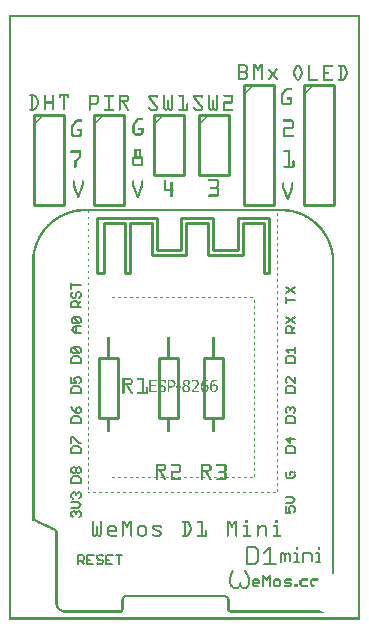
<source format=gto>
G04 MADE WITH FRITZING*
G04 WWW.FRITZING.ORG*
G04 DOUBLE SIDED*
G04 HOLES PLATED*
G04 CONTOUR ON CENTER OF CONTOUR VECTOR*
%ASAXBY*%
%FSLAX23Y23*%
%MOIN*%
%OFA0B0*%
%SFA1.0B1.0*%
%ADD10C,0.010000*%
%ADD11C,0.005556*%
%ADD12C,0.006944*%
%ADD13R,0.001000X0.001000*%
%LNSILK1*%
G90*
G70*
G54D10*
X632Y1685D02*
X632Y1485D01*
D02*
X632Y1485D02*
X732Y1485D01*
D02*
X732Y1485D02*
X732Y1685D01*
D02*
X732Y1685D02*
X632Y1685D01*
D02*
X482Y1685D02*
X482Y1485D01*
D02*
X482Y1485D02*
X582Y1485D01*
D02*
X582Y1485D02*
X582Y1685D01*
D02*
X582Y1685D02*
X482Y1685D01*
D02*
X782Y1785D02*
X782Y1385D01*
D02*
X782Y1385D02*
X882Y1385D01*
D02*
X882Y1385D02*
X882Y1785D01*
D02*
X882Y1785D02*
X782Y1785D01*
D02*
X282Y1685D02*
X282Y1385D01*
D02*
X282Y1385D02*
X382Y1385D01*
D02*
X382Y1385D02*
X382Y1685D01*
D02*
X382Y1685D02*
X282Y1685D01*
D02*
X82Y1685D02*
X82Y1385D01*
D02*
X82Y1385D02*
X182Y1385D01*
D02*
X182Y1385D02*
X182Y1685D01*
D02*
X182Y1685D02*
X82Y1685D01*
D02*
X365Y875D02*
X365Y675D01*
D02*
X365Y675D02*
X299Y675D01*
D02*
X299Y675D02*
X299Y875D01*
D02*
X299Y875D02*
X365Y875D01*
D02*
X565Y875D02*
X565Y675D01*
D02*
X565Y675D02*
X499Y675D01*
D02*
X499Y675D02*
X499Y875D01*
D02*
X499Y875D02*
X565Y875D01*
D02*
X715Y875D02*
X715Y675D01*
D02*
X715Y675D02*
X649Y675D01*
D02*
X649Y675D02*
X649Y875D01*
D02*
X649Y875D02*
X715Y875D01*
D02*
X982Y1785D02*
X982Y1385D01*
D02*
X982Y1385D02*
X1082Y1385D01*
D02*
X1082Y1385D02*
X1082Y1785D01*
D02*
X1082Y1785D02*
X982Y1785D01*
X868Y1158D02*
X851Y1158D01*
X851Y1325D01*
X780Y1325D01*
X780Y1218D01*
X664Y1218D01*
X664Y1325D01*
X591Y1325D01*
X591Y1218D01*
X476Y1218D01*
X476Y1325D01*
X405Y1325D01*
X405Y1158D01*
X388Y1158D01*
X388Y1325D01*
X318Y1325D01*
X318Y1158D01*
X295Y1158D01*
X295Y1342D01*
X493Y1342D01*
X493Y1235D01*
X574Y1235D01*
X574Y1342D01*
X681Y1342D01*
X681Y1235D01*
X763Y1235D01*
X763Y1342D01*
X868Y1342D01*
X868Y1158D01*
D02*
G54D11*
X240Y1043D02*
X209Y1043D01*
X208Y1043D02*
X208Y1058D01*
X208Y1059D02*
X213Y1064D01*
X214Y1064D02*
X224Y1064D01*
X225Y1064D02*
X229Y1059D01*
X229Y1059D02*
X229Y1044D01*
X229Y1053D02*
X239Y1063D01*
X214Y1096D02*
X209Y1091D01*
X208Y1090D02*
X208Y1081D01*
X208Y1080D02*
X213Y1075D01*
X214Y1075D02*
X219Y1075D01*
X219Y1075D02*
X224Y1080D01*
X225Y1080D02*
X225Y1089D01*
X225Y1090D02*
X229Y1095D01*
X229Y1096D02*
X234Y1096D01*
X234Y1096D02*
X239Y1091D01*
X240Y1090D02*
X240Y1081D01*
X240Y1080D02*
X235Y1075D01*
X240Y1117D02*
X209Y1117D01*
X208Y1106D02*
X208Y1126D01*
D02*
X239Y959D02*
X219Y959D01*
X219Y959D02*
X210Y968D01*
X209Y969D02*
X218Y979D01*
X219Y980D02*
X239Y980D01*
X224Y959D02*
X224Y979D01*
X235Y991D02*
X214Y991D01*
X213Y991D02*
X209Y996D01*
X209Y996D02*
X209Y1005D01*
X209Y1006D02*
X213Y1011D01*
X213Y1011D02*
X234Y1011D01*
X235Y1011D02*
X239Y1006D01*
X239Y1006D02*
X239Y997D01*
X239Y996D02*
X235Y991D01*
X235Y991D02*
X214Y1011D01*
D02*
X208Y859D02*
X239Y859D01*
X240Y859D02*
X240Y874D01*
X240Y874D02*
X235Y879D01*
X234Y880D02*
X214Y880D01*
X214Y880D02*
X209Y875D01*
X208Y874D02*
X208Y859D01*
X234Y891D02*
X214Y891D01*
X214Y891D02*
X209Y896D01*
X208Y896D02*
X208Y905D01*
X208Y906D02*
X213Y911D01*
X214Y911D02*
X234Y911D01*
X234Y911D02*
X239Y906D01*
X240Y906D02*
X240Y897D01*
X240Y896D02*
X235Y891D01*
X234Y891D02*
X214Y911D01*
D02*
X208Y759D02*
X239Y759D01*
X240Y759D02*
X240Y774D01*
X240Y774D02*
X235Y779D01*
X234Y780D02*
X214Y780D01*
X214Y780D02*
X209Y775D01*
X208Y774D02*
X208Y759D01*
X208Y811D02*
X208Y791D01*
X208Y791D02*
X223Y791D01*
X224Y791D02*
X219Y801D01*
X218Y801D02*
X218Y805D01*
X218Y806D02*
X223Y811D01*
X224Y811D02*
X234Y811D01*
X234Y811D02*
X239Y806D01*
X240Y806D02*
X240Y797D01*
X240Y796D02*
X235Y791D01*
D02*
X208Y659D02*
X239Y659D01*
X240Y659D02*
X240Y674D01*
X240Y674D02*
X235Y679D01*
X234Y680D02*
X214Y680D01*
X214Y680D02*
X209Y675D01*
X208Y674D02*
X208Y659D01*
X208Y711D02*
X213Y702D01*
X214Y701D02*
X224Y691D01*
X225Y691D02*
X234Y691D01*
X234Y691D02*
X239Y696D01*
X240Y696D02*
X240Y705D01*
X240Y706D02*
X235Y711D01*
X234Y711D02*
X229Y711D01*
X229Y711D02*
X225Y706D01*
X225Y706D02*
X225Y691D01*
D02*
X208Y559D02*
X239Y559D01*
X240Y559D02*
X240Y574D01*
X240Y574D02*
X235Y579D01*
X234Y580D02*
X214Y580D01*
X214Y580D02*
X209Y575D01*
X208Y574D02*
X208Y559D01*
X208Y591D02*
X208Y611D01*
X208Y611D02*
X214Y611D01*
X214Y611D02*
X234Y591D01*
X234Y591D02*
X239Y591D01*
D02*
X208Y459D02*
X239Y459D01*
X240Y459D02*
X240Y474D01*
X240Y474D02*
X235Y479D01*
X234Y480D02*
X214Y480D01*
X214Y480D02*
X209Y475D01*
X208Y474D02*
X208Y459D01*
X214Y491D02*
X209Y496D01*
X208Y496D02*
X208Y505D01*
X208Y506D02*
X213Y511D01*
X214Y511D02*
X219Y511D01*
X219Y511D02*
X224Y506D01*
X225Y506D02*
X230Y511D01*
X230Y511D02*
X234Y511D01*
X234Y511D02*
X239Y506D01*
X240Y506D02*
X240Y497D01*
X240Y496D02*
X235Y491D01*
X234Y491D02*
X230Y491D01*
X230Y491D02*
X225Y496D01*
X225Y496D02*
X220Y491D01*
X219Y491D02*
X214Y491D01*
X225Y496D02*
X225Y505D01*
D02*
X214Y343D02*
X209Y348D01*
X208Y349D02*
X208Y358D01*
X208Y359D02*
X213Y364D01*
X214Y364D02*
X218Y364D01*
X218Y364D02*
X223Y359D01*
X224Y359D02*
X224Y354D01*
X224Y359D02*
X229Y364D01*
X229Y364D02*
X234Y364D01*
X234Y364D02*
X239Y359D01*
X240Y359D02*
X240Y350D01*
X240Y349D02*
X235Y344D01*
X208Y375D02*
X228Y375D01*
X229Y375D02*
X239Y385D01*
X240Y386D02*
X230Y395D01*
X229Y396D02*
X208Y396D01*
X214Y406D02*
X209Y411D01*
X208Y412D02*
X208Y422D01*
X208Y422D02*
X213Y426D01*
X214Y427D02*
X218Y427D01*
X218Y427D02*
X223Y423D01*
X224Y422D02*
X224Y417D01*
X224Y422D02*
X229Y426D01*
X229Y427D02*
X234Y427D01*
X234Y427D02*
X239Y423D01*
X240Y422D02*
X240Y412D01*
X240Y412D02*
X235Y407D01*
D02*
X922Y380D02*
X922Y360D01*
X922Y359D02*
X937Y359D01*
X938Y359D02*
X933Y368D01*
X932Y369D02*
X932Y374D01*
X932Y374D02*
X937Y379D01*
X938Y380D02*
X948Y380D01*
X948Y380D02*
X953Y375D01*
X954Y374D02*
X954Y365D01*
X954Y365D02*
X949Y360D01*
X922Y391D02*
X942Y391D01*
X943Y391D02*
X953Y401D01*
X954Y401D02*
X944Y410D01*
X943Y411D02*
X923Y411D01*
D02*
X928Y496D02*
X923Y491D01*
X922Y490D02*
X922Y481D01*
X922Y480D02*
X927Y475D01*
X928Y475D02*
X948Y475D01*
X948Y475D02*
X953Y480D01*
X954Y480D02*
X954Y489D01*
X954Y490D02*
X949Y495D01*
X948Y496D02*
X938Y496D01*
X938Y496D02*
X938Y486D01*
D02*
X922Y559D02*
X953Y559D01*
X954Y559D02*
X954Y574D01*
X954Y574D02*
X949Y579D01*
X948Y580D02*
X928Y580D01*
X928Y580D02*
X923Y575D01*
X922Y574D02*
X922Y559D01*
X954Y606D02*
X923Y606D01*
X922Y606D02*
X938Y591D01*
X938Y591D02*
X938Y611D01*
D02*
X922Y659D02*
X953Y659D01*
X954Y659D02*
X954Y674D01*
X954Y674D02*
X949Y679D01*
X948Y680D02*
X928Y680D01*
X928Y680D02*
X923Y675D01*
X922Y674D02*
X922Y659D01*
X928Y691D02*
X923Y696D01*
X922Y696D02*
X922Y705D01*
X922Y706D02*
X927Y711D01*
X928Y711D02*
X932Y711D01*
X932Y711D02*
X937Y706D01*
X938Y706D02*
X938Y702D01*
X938Y706D02*
X943Y711D01*
X943Y711D02*
X948Y711D01*
X948Y711D02*
X953Y706D01*
X954Y706D02*
X954Y697D01*
X954Y696D02*
X949Y691D01*
D02*
X922Y759D02*
X953Y759D01*
X954Y759D02*
X954Y774D01*
X954Y774D02*
X949Y779D01*
X948Y780D02*
X928Y780D01*
X928Y780D02*
X923Y775D01*
X922Y774D02*
X922Y759D01*
X954Y811D02*
X954Y791D01*
X954Y791D02*
X934Y811D01*
X933Y811D02*
X928Y811D01*
X928Y811D02*
X923Y806D01*
X922Y806D02*
X922Y797D01*
X922Y796D02*
X927Y791D01*
D02*
X923Y859D02*
X953Y859D01*
X953Y859D02*
X953Y874D01*
X953Y874D02*
X949Y879D01*
X949Y880D02*
X928Y880D01*
X927Y880D02*
X923Y875D01*
X923Y874D02*
X923Y859D01*
X933Y891D02*
X924Y901D01*
X923Y901D02*
X953Y901D01*
X953Y891D02*
X953Y911D01*
D02*
X954Y959D02*
X923Y959D01*
X922Y959D02*
X922Y974D01*
X922Y974D02*
X927Y979D01*
X928Y980D02*
X938Y980D01*
X938Y980D02*
X942Y975D01*
X943Y974D02*
X943Y959D01*
X943Y969D02*
X953Y979D01*
X922Y991D02*
X953Y1011D01*
X922Y1011D02*
X953Y991D01*
D02*
X953Y1069D02*
X923Y1069D01*
X923Y1059D02*
X923Y1079D01*
X923Y1091D02*
X953Y1111D01*
X923Y1111D02*
X953Y1091D01*
D02*
X230Y187D02*
X230Y219D01*
X230Y219D02*
X245Y219D01*
X245Y219D02*
X250Y214D01*
X251Y213D02*
X251Y203D01*
X251Y202D02*
X246Y197D01*
X245Y197D02*
X230Y197D01*
X240Y197D02*
X250Y188D01*
X282Y219D02*
X261Y219D01*
X261Y219D02*
X261Y188D01*
X261Y187D02*
X281Y187D01*
X261Y202D02*
X271Y202D01*
X314Y213D02*
X309Y219D01*
X309Y219D02*
X299Y219D01*
X298Y219D02*
X293Y214D01*
X293Y213D02*
X293Y208D01*
X293Y208D02*
X298Y203D01*
X298Y202D02*
X308Y202D01*
X309Y202D02*
X314Y197D01*
X314Y197D02*
X314Y193D01*
X314Y193D02*
X309Y188D01*
X309Y187D02*
X299Y187D01*
X298Y187D02*
X293Y192D01*
X346Y219D02*
X326Y219D01*
X325Y219D02*
X325Y188D01*
X325Y187D02*
X345Y187D01*
X325Y202D02*
X334Y202D01*
X367Y187D02*
X367Y219D01*
X356Y219D02*
X376Y219D01*
D02*
G54D12*
X792Y246D02*
X792Y188D01*
X792Y188D02*
X820Y188D01*
X821Y188D02*
X831Y198D01*
X831Y198D02*
X831Y236D01*
X831Y236D02*
X821Y246D01*
X821Y246D02*
X792Y246D01*
X851Y226D02*
X871Y246D01*
X871Y246D02*
X871Y188D01*
X851Y188D02*
X890Y188D01*
D02*
X908Y196D02*
X908Y224D01*
X908Y225D02*
X915Y225D01*
X915Y225D02*
X921Y218D01*
X921Y218D02*
X921Y197D01*
X921Y218D02*
X928Y225D01*
X929Y225D02*
X936Y218D01*
X936Y218D02*
X936Y197D01*
X951Y225D02*
X958Y225D01*
X959Y225D02*
X959Y197D01*
X951Y196D02*
X966Y196D01*
X959Y246D02*
X959Y239D01*
X981Y196D02*
X981Y224D01*
X981Y225D02*
X1002Y225D01*
X1003Y225D02*
X1010Y218D01*
X1010Y218D02*
X1010Y197D01*
X1025Y225D02*
X1032Y225D01*
X1033Y225D02*
X1033Y197D01*
X1025Y196D02*
X1038Y196D01*
X1033Y246D02*
X1033Y239D01*
D02*
G54D13*
X0Y2017D02*
X1171Y2017D01*
X0Y2016D02*
X1171Y2016D01*
X0Y2015D02*
X1171Y2015D01*
X0Y2014D02*
X1171Y2014D01*
X0Y2013D02*
X1171Y2013D01*
X0Y2012D02*
X1171Y2012D01*
X0Y2011D02*
X1171Y2011D01*
X0Y2010D02*
X1171Y2010D01*
X0Y2009D02*
X7Y2009D01*
X1164Y2009D02*
X1171Y2009D01*
X0Y2008D02*
X7Y2008D01*
X1164Y2008D02*
X1171Y2008D01*
X0Y2007D02*
X7Y2007D01*
X1164Y2007D02*
X1171Y2007D01*
X0Y2006D02*
X7Y2006D01*
X1164Y2006D02*
X1171Y2006D01*
X0Y2005D02*
X7Y2005D01*
X1164Y2005D02*
X1171Y2005D01*
X0Y2004D02*
X7Y2004D01*
X1164Y2004D02*
X1171Y2004D01*
X0Y2003D02*
X7Y2003D01*
X1164Y2003D02*
X1171Y2003D01*
X0Y2002D02*
X7Y2002D01*
X1164Y2002D02*
X1171Y2002D01*
X0Y2001D02*
X7Y2001D01*
X1164Y2001D02*
X1171Y2001D01*
X0Y2000D02*
X7Y2000D01*
X1164Y2000D02*
X1171Y2000D01*
X0Y1999D02*
X7Y1999D01*
X1164Y1999D02*
X1171Y1999D01*
X0Y1998D02*
X7Y1998D01*
X1164Y1998D02*
X1171Y1998D01*
X0Y1997D02*
X7Y1997D01*
X1164Y1997D02*
X1171Y1997D01*
X0Y1996D02*
X7Y1996D01*
X1164Y1996D02*
X1171Y1996D01*
X0Y1995D02*
X7Y1995D01*
X1164Y1995D02*
X1171Y1995D01*
X0Y1994D02*
X7Y1994D01*
X1164Y1994D02*
X1171Y1994D01*
X0Y1993D02*
X7Y1993D01*
X1164Y1993D02*
X1171Y1993D01*
X0Y1992D02*
X7Y1992D01*
X1164Y1992D02*
X1171Y1992D01*
X0Y1991D02*
X7Y1991D01*
X1164Y1991D02*
X1171Y1991D01*
X0Y1990D02*
X7Y1990D01*
X1164Y1990D02*
X1171Y1990D01*
X0Y1989D02*
X7Y1989D01*
X1164Y1989D02*
X1171Y1989D01*
X0Y1988D02*
X7Y1988D01*
X1164Y1988D02*
X1171Y1988D01*
X0Y1987D02*
X7Y1987D01*
X1164Y1987D02*
X1171Y1987D01*
X0Y1986D02*
X7Y1986D01*
X1164Y1986D02*
X1171Y1986D01*
X0Y1985D02*
X7Y1985D01*
X1164Y1985D02*
X1171Y1985D01*
X0Y1984D02*
X7Y1984D01*
X1164Y1984D02*
X1171Y1984D01*
X0Y1983D02*
X7Y1983D01*
X1164Y1983D02*
X1171Y1983D01*
X0Y1982D02*
X7Y1982D01*
X1164Y1982D02*
X1171Y1982D01*
X0Y1981D02*
X7Y1981D01*
X1164Y1981D02*
X1171Y1981D01*
X0Y1980D02*
X7Y1980D01*
X1164Y1980D02*
X1171Y1980D01*
X0Y1979D02*
X7Y1979D01*
X1164Y1979D02*
X1171Y1979D01*
X0Y1978D02*
X7Y1978D01*
X1164Y1978D02*
X1171Y1978D01*
X0Y1977D02*
X7Y1977D01*
X1164Y1977D02*
X1171Y1977D01*
X0Y1976D02*
X7Y1976D01*
X1164Y1976D02*
X1171Y1976D01*
X0Y1975D02*
X7Y1975D01*
X1164Y1975D02*
X1171Y1975D01*
X0Y1974D02*
X7Y1974D01*
X1164Y1974D02*
X1171Y1974D01*
X0Y1973D02*
X7Y1973D01*
X1164Y1973D02*
X1171Y1973D01*
X0Y1972D02*
X7Y1972D01*
X1164Y1972D02*
X1171Y1972D01*
X0Y1971D02*
X7Y1971D01*
X1164Y1971D02*
X1171Y1971D01*
X0Y1970D02*
X7Y1970D01*
X1164Y1970D02*
X1171Y1970D01*
X0Y1969D02*
X7Y1969D01*
X1164Y1969D02*
X1171Y1969D01*
X0Y1968D02*
X7Y1968D01*
X1164Y1968D02*
X1171Y1968D01*
X0Y1967D02*
X7Y1967D01*
X1164Y1967D02*
X1171Y1967D01*
X0Y1966D02*
X7Y1966D01*
X1164Y1966D02*
X1171Y1966D01*
X0Y1965D02*
X7Y1965D01*
X1164Y1965D02*
X1171Y1965D01*
X0Y1964D02*
X7Y1964D01*
X1164Y1964D02*
X1171Y1964D01*
X0Y1963D02*
X7Y1963D01*
X1164Y1963D02*
X1171Y1963D01*
X0Y1962D02*
X7Y1962D01*
X1164Y1962D02*
X1171Y1962D01*
X0Y1961D02*
X7Y1961D01*
X1164Y1961D02*
X1171Y1961D01*
X0Y1960D02*
X7Y1960D01*
X1164Y1960D02*
X1171Y1960D01*
X0Y1959D02*
X7Y1959D01*
X1164Y1959D02*
X1171Y1959D01*
X0Y1958D02*
X7Y1958D01*
X1164Y1958D02*
X1171Y1958D01*
X0Y1957D02*
X7Y1957D01*
X1164Y1957D02*
X1171Y1957D01*
X0Y1956D02*
X7Y1956D01*
X1164Y1956D02*
X1171Y1956D01*
X0Y1955D02*
X7Y1955D01*
X1164Y1955D02*
X1171Y1955D01*
X0Y1954D02*
X7Y1954D01*
X1164Y1954D02*
X1171Y1954D01*
X0Y1953D02*
X7Y1953D01*
X1164Y1953D02*
X1171Y1953D01*
X0Y1952D02*
X7Y1952D01*
X1164Y1952D02*
X1171Y1952D01*
X0Y1951D02*
X7Y1951D01*
X1164Y1951D02*
X1171Y1951D01*
X0Y1950D02*
X7Y1950D01*
X1164Y1950D02*
X1171Y1950D01*
X0Y1949D02*
X7Y1949D01*
X1164Y1949D02*
X1171Y1949D01*
X0Y1948D02*
X7Y1948D01*
X1164Y1948D02*
X1171Y1948D01*
X0Y1947D02*
X7Y1947D01*
X1164Y1947D02*
X1171Y1947D01*
X0Y1946D02*
X7Y1946D01*
X1164Y1946D02*
X1171Y1946D01*
X0Y1945D02*
X7Y1945D01*
X1164Y1945D02*
X1171Y1945D01*
X0Y1944D02*
X7Y1944D01*
X1164Y1944D02*
X1171Y1944D01*
X0Y1943D02*
X7Y1943D01*
X1164Y1943D02*
X1171Y1943D01*
X0Y1942D02*
X7Y1942D01*
X1164Y1942D02*
X1171Y1942D01*
X0Y1941D02*
X7Y1941D01*
X1164Y1941D02*
X1171Y1941D01*
X0Y1940D02*
X7Y1940D01*
X1164Y1940D02*
X1171Y1940D01*
X0Y1939D02*
X7Y1939D01*
X1164Y1939D02*
X1171Y1939D01*
X0Y1938D02*
X7Y1938D01*
X1164Y1938D02*
X1171Y1938D01*
X0Y1937D02*
X7Y1937D01*
X1164Y1937D02*
X1171Y1937D01*
X0Y1936D02*
X7Y1936D01*
X1164Y1936D02*
X1171Y1936D01*
X0Y1935D02*
X7Y1935D01*
X1164Y1935D02*
X1171Y1935D01*
X0Y1934D02*
X7Y1934D01*
X1164Y1934D02*
X1171Y1934D01*
X0Y1933D02*
X7Y1933D01*
X1164Y1933D02*
X1171Y1933D01*
X0Y1932D02*
X7Y1932D01*
X1164Y1932D02*
X1171Y1932D01*
X0Y1931D02*
X7Y1931D01*
X1164Y1931D02*
X1171Y1931D01*
X0Y1930D02*
X7Y1930D01*
X1164Y1930D02*
X1171Y1930D01*
X0Y1929D02*
X7Y1929D01*
X1164Y1929D02*
X1171Y1929D01*
X0Y1928D02*
X7Y1928D01*
X1164Y1928D02*
X1171Y1928D01*
X0Y1927D02*
X7Y1927D01*
X1164Y1927D02*
X1171Y1927D01*
X0Y1926D02*
X7Y1926D01*
X1164Y1926D02*
X1171Y1926D01*
X0Y1925D02*
X7Y1925D01*
X1164Y1925D02*
X1171Y1925D01*
X0Y1924D02*
X7Y1924D01*
X1164Y1924D02*
X1171Y1924D01*
X0Y1923D02*
X7Y1923D01*
X1164Y1923D02*
X1171Y1923D01*
X0Y1922D02*
X7Y1922D01*
X1164Y1922D02*
X1171Y1922D01*
X0Y1921D02*
X7Y1921D01*
X1164Y1921D02*
X1171Y1921D01*
X0Y1920D02*
X7Y1920D01*
X1164Y1920D02*
X1171Y1920D01*
X0Y1919D02*
X7Y1919D01*
X1164Y1919D02*
X1171Y1919D01*
X0Y1918D02*
X7Y1918D01*
X1164Y1918D02*
X1171Y1918D01*
X0Y1917D02*
X7Y1917D01*
X1164Y1917D02*
X1171Y1917D01*
X0Y1916D02*
X7Y1916D01*
X1164Y1916D02*
X1171Y1916D01*
X0Y1915D02*
X7Y1915D01*
X1164Y1915D02*
X1171Y1915D01*
X0Y1914D02*
X7Y1914D01*
X1164Y1914D02*
X1171Y1914D01*
X0Y1913D02*
X7Y1913D01*
X1164Y1913D02*
X1171Y1913D01*
X0Y1912D02*
X7Y1912D01*
X1164Y1912D02*
X1171Y1912D01*
X0Y1911D02*
X7Y1911D01*
X1164Y1911D02*
X1171Y1911D01*
X0Y1910D02*
X7Y1910D01*
X1164Y1910D02*
X1171Y1910D01*
X0Y1909D02*
X7Y1909D01*
X1164Y1909D02*
X1171Y1909D01*
X0Y1908D02*
X7Y1908D01*
X1164Y1908D02*
X1171Y1908D01*
X0Y1907D02*
X7Y1907D01*
X1164Y1907D02*
X1171Y1907D01*
X0Y1906D02*
X7Y1906D01*
X1164Y1906D02*
X1171Y1906D01*
X0Y1905D02*
X7Y1905D01*
X1164Y1905D02*
X1171Y1905D01*
X0Y1904D02*
X7Y1904D01*
X1164Y1904D02*
X1171Y1904D01*
X0Y1903D02*
X7Y1903D01*
X1164Y1903D02*
X1171Y1903D01*
X0Y1902D02*
X7Y1902D01*
X1164Y1902D02*
X1171Y1902D01*
X0Y1901D02*
X7Y1901D01*
X1164Y1901D02*
X1171Y1901D01*
X0Y1900D02*
X7Y1900D01*
X1164Y1900D02*
X1171Y1900D01*
X0Y1899D02*
X7Y1899D01*
X1164Y1899D02*
X1171Y1899D01*
X0Y1898D02*
X7Y1898D01*
X1164Y1898D02*
X1171Y1898D01*
X0Y1897D02*
X7Y1897D01*
X1164Y1897D02*
X1171Y1897D01*
X0Y1896D02*
X7Y1896D01*
X1164Y1896D02*
X1171Y1896D01*
X0Y1895D02*
X7Y1895D01*
X1164Y1895D02*
X1171Y1895D01*
X0Y1894D02*
X7Y1894D01*
X1164Y1894D02*
X1171Y1894D01*
X0Y1893D02*
X7Y1893D01*
X1164Y1893D02*
X1171Y1893D01*
X0Y1892D02*
X7Y1892D01*
X1164Y1892D02*
X1171Y1892D01*
X0Y1891D02*
X7Y1891D01*
X1164Y1891D02*
X1171Y1891D01*
X0Y1890D02*
X7Y1890D01*
X1164Y1890D02*
X1171Y1890D01*
X0Y1889D02*
X7Y1889D01*
X1164Y1889D02*
X1171Y1889D01*
X0Y1888D02*
X7Y1888D01*
X1164Y1888D02*
X1171Y1888D01*
X0Y1887D02*
X7Y1887D01*
X1164Y1887D02*
X1171Y1887D01*
X0Y1886D02*
X7Y1886D01*
X1164Y1886D02*
X1171Y1886D01*
X0Y1885D02*
X7Y1885D01*
X1164Y1885D02*
X1171Y1885D01*
X0Y1884D02*
X7Y1884D01*
X1164Y1884D02*
X1171Y1884D01*
X0Y1883D02*
X7Y1883D01*
X1164Y1883D02*
X1171Y1883D01*
X0Y1882D02*
X7Y1882D01*
X1164Y1882D02*
X1171Y1882D01*
X0Y1881D02*
X7Y1881D01*
X1164Y1881D02*
X1171Y1881D01*
X0Y1880D02*
X7Y1880D01*
X1164Y1880D02*
X1171Y1880D01*
X0Y1879D02*
X7Y1879D01*
X1164Y1879D02*
X1171Y1879D01*
X0Y1878D02*
X7Y1878D01*
X1164Y1878D02*
X1171Y1878D01*
X0Y1877D02*
X7Y1877D01*
X1164Y1877D02*
X1171Y1877D01*
X0Y1876D02*
X7Y1876D01*
X1164Y1876D02*
X1171Y1876D01*
X0Y1875D02*
X7Y1875D01*
X1164Y1875D02*
X1171Y1875D01*
X0Y1874D02*
X7Y1874D01*
X1164Y1874D02*
X1171Y1874D01*
X0Y1873D02*
X7Y1873D01*
X1164Y1873D02*
X1171Y1873D01*
X0Y1872D02*
X7Y1872D01*
X1164Y1872D02*
X1171Y1872D01*
X0Y1871D02*
X7Y1871D01*
X1164Y1871D02*
X1171Y1871D01*
X0Y1870D02*
X7Y1870D01*
X1164Y1870D02*
X1171Y1870D01*
X0Y1869D02*
X7Y1869D01*
X1164Y1869D02*
X1171Y1869D01*
X0Y1868D02*
X7Y1868D01*
X1164Y1868D02*
X1171Y1868D01*
X0Y1867D02*
X7Y1867D01*
X1164Y1867D02*
X1171Y1867D01*
X0Y1866D02*
X7Y1866D01*
X1164Y1866D02*
X1171Y1866D01*
X0Y1865D02*
X7Y1865D01*
X1164Y1865D02*
X1171Y1865D01*
X0Y1864D02*
X7Y1864D01*
X1164Y1864D02*
X1171Y1864D01*
X0Y1863D02*
X7Y1863D01*
X1164Y1863D02*
X1171Y1863D01*
X0Y1862D02*
X7Y1862D01*
X1164Y1862D02*
X1171Y1862D01*
X0Y1861D02*
X7Y1861D01*
X1164Y1861D02*
X1171Y1861D01*
X0Y1860D02*
X7Y1860D01*
X1164Y1860D02*
X1171Y1860D01*
X0Y1859D02*
X7Y1859D01*
X1164Y1859D02*
X1171Y1859D01*
X0Y1858D02*
X7Y1858D01*
X1164Y1858D02*
X1171Y1858D01*
X0Y1857D02*
X7Y1857D01*
X1164Y1857D02*
X1171Y1857D01*
X0Y1856D02*
X7Y1856D01*
X1164Y1856D02*
X1171Y1856D01*
X0Y1855D02*
X7Y1855D01*
X1164Y1855D02*
X1171Y1855D01*
X0Y1854D02*
X7Y1854D01*
X763Y1854D02*
X785Y1854D01*
X813Y1854D02*
X821Y1854D01*
X839Y1854D02*
X846Y1854D01*
X1164Y1854D02*
X1171Y1854D01*
X0Y1853D02*
X7Y1853D01*
X763Y1853D02*
X788Y1853D01*
X813Y1853D02*
X822Y1853D01*
X838Y1853D02*
X847Y1853D01*
X1164Y1853D02*
X1171Y1853D01*
X0Y1852D02*
X7Y1852D01*
X763Y1852D02*
X790Y1852D01*
X813Y1852D02*
X822Y1852D01*
X837Y1852D02*
X847Y1852D01*
X963Y1852D02*
X964Y1852D01*
X999Y1852D02*
X1000Y1852D01*
X1047Y1852D02*
X1078Y1852D01*
X1099Y1852D02*
X1114Y1852D01*
X1164Y1852D02*
X1171Y1852D01*
X0Y1851D02*
X7Y1851D01*
X763Y1851D02*
X791Y1851D01*
X813Y1851D02*
X823Y1851D01*
X837Y1851D02*
X847Y1851D01*
X960Y1851D02*
X967Y1851D01*
X998Y1851D02*
X1002Y1851D01*
X1047Y1851D02*
X1079Y1851D01*
X1098Y1851D02*
X1117Y1851D01*
X1164Y1851D02*
X1171Y1851D01*
X0Y1850D02*
X7Y1850D01*
X763Y1850D02*
X793Y1850D01*
X813Y1850D02*
X824Y1850D01*
X836Y1850D02*
X847Y1850D01*
X958Y1850D02*
X969Y1850D01*
X997Y1850D02*
X1002Y1850D01*
X1047Y1850D02*
X1080Y1850D01*
X1097Y1850D02*
X1118Y1850D01*
X1164Y1850D02*
X1171Y1850D01*
X0Y1849D02*
X7Y1849D01*
X763Y1849D02*
X793Y1849D01*
X813Y1849D02*
X825Y1849D01*
X835Y1849D02*
X847Y1849D01*
X957Y1849D02*
X970Y1849D01*
X997Y1849D02*
X1003Y1849D01*
X1047Y1849D02*
X1080Y1849D01*
X1097Y1849D02*
X1120Y1849D01*
X1164Y1849D02*
X1171Y1849D01*
X0Y1848D02*
X7Y1848D01*
X763Y1848D02*
X794Y1848D01*
X813Y1848D02*
X825Y1848D01*
X835Y1848D02*
X847Y1848D01*
X956Y1848D02*
X971Y1848D01*
X997Y1848D02*
X1003Y1848D01*
X1047Y1848D02*
X1080Y1848D01*
X1097Y1848D02*
X1120Y1848D01*
X1164Y1848D02*
X1171Y1848D01*
X0Y1847D02*
X7Y1847D01*
X763Y1847D02*
X769Y1847D01*
X785Y1847D02*
X795Y1847D01*
X813Y1847D02*
X826Y1847D01*
X834Y1847D02*
X847Y1847D01*
X956Y1847D02*
X971Y1847D01*
X997Y1847D02*
X1003Y1847D01*
X1047Y1847D02*
X1080Y1847D01*
X1097Y1847D02*
X1121Y1847D01*
X1164Y1847D02*
X1171Y1847D01*
X0Y1846D02*
X7Y1846D01*
X763Y1846D02*
X769Y1846D01*
X787Y1846D02*
X795Y1846D01*
X813Y1846D02*
X827Y1846D01*
X833Y1846D02*
X847Y1846D01*
X955Y1846D02*
X972Y1846D01*
X997Y1846D02*
X1003Y1846D01*
X1047Y1846D02*
X1079Y1846D01*
X1098Y1846D02*
X1122Y1846D01*
X1164Y1846D02*
X1171Y1846D01*
X0Y1845D02*
X7Y1845D01*
X763Y1845D02*
X769Y1845D01*
X789Y1845D02*
X796Y1845D01*
X813Y1845D02*
X827Y1845D01*
X832Y1845D02*
X847Y1845D01*
X955Y1845D02*
X963Y1845D01*
X965Y1845D02*
X972Y1845D01*
X997Y1845D02*
X1003Y1845D01*
X1047Y1845D02*
X1053Y1845D01*
X1103Y1845D02*
X1110Y1845D01*
X1114Y1845D02*
X1122Y1845D01*
X1164Y1845D02*
X1171Y1845D01*
X0Y1844D02*
X7Y1844D01*
X763Y1844D02*
X769Y1844D01*
X789Y1844D02*
X796Y1844D01*
X813Y1844D02*
X828Y1844D01*
X832Y1844D02*
X847Y1844D01*
X954Y1844D02*
X961Y1844D01*
X966Y1844D02*
X973Y1844D01*
X997Y1844D02*
X1003Y1844D01*
X1047Y1844D02*
X1053Y1844D01*
X1104Y1844D02*
X1110Y1844D01*
X1116Y1844D02*
X1123Y1844D01*
X1164Y1844D02*
X1171Y1844D01*
X0Y1843D02*
X7Y1843D01*
X763Y1843D02*
X769Y1843D01*
X790Y1843D02*
X796Y1843D01*
X813Y1843D02*
X819Y1843D01*
X821Y1843D02*
X829Y1843D01*
X831Y1843D02*
X839Y1843D01*
X841Y1843D02*
X847Y1843D01*
X954Y1843D02*
X961Y1843D01*
X966Y1843D02*
X973Y1843D01*
X997Y1843D02*
X1003Y1843D01*
X1047Y1843D02*
X1053Y1843D01*
X1104Y1843D02*
X1110Y1843D01*
X1116Y1843D02*
X1123Y1843D01*
X1164Y1843D02*
X1171Y1843D01*
X0Y1842D02*
X7Y1842D01*
X763Y1842D02*
X769Y1842D01*
X790Y1842D02*
X797Y1842D01*
X813Y1842D02*
X819Y1842D01*
X822Y1842D02*
X838Y1842D01*
X841Y1842D02*
X847Y1842D01*
X953Y1842D02*
X960Y1842D01*
X967Y1842D02*
X974Y1842D01*
X997Y1842D02*
X1003Y1842D01*
X1047Y1842D02*
X1053Y1842D01*
X1104Y1842D02*
X1110Y1842D01*
X1117Y1842D02*
X1124Y1842D01*
X1164Y1842D02*
X1171Y1842D01*
X0Y1841D02*
X7Y1841D01*
X763Y1841D02*
X769Y1841D01*
X791Y1841D02*
X797Y1841D01*
X813Y1841D02*
X819Y1841D01*
X823Y1841D02*
X837Y1841D01*
X841Y1841D02*
X847Y1841D01*
X953Y1841D02*
X960Y1841D01*
X967Y1841D02*
X974Y1841D01*
X997Y1841D02*
X1003Y1841D01*
X1047Y1841D02*
X1053Y1841D01*
X1104Y1841D02*
X1110Y1841D01*
X1117Y1841D02*
X1124Y1841D01*
X1164Y1841D02*
X1171Y1841D01*
X0Y1840D02*
X7Y1840D01*
X763Y1840D02*
X769Y1840D01*
X791Y1840D02*
X797Y1840D01*
X813Y1840D02*
X819Y1840D01*
X823Y1840D02*
X836Y1840D01*
X841Y1840D02*
X847Y1840D01*
X952Y1840D02*
X959Y1840D01*
X968Y1840D02*
X975Y1840D01*
X997Y1840D02*
X1003Y1840D01*
X1047Y1840D02*
X1053Y1840D01*
X1104Y1840D02*
X1110Y1840D01*
X1118Y1840D02*
X1125Y1840D01*
X1164Y1840D02*
X1171Y1840D01*
X0Y1839D02*
X7Y1839D01*
X763Y1839D02*
X769Y1839D01*
X791Y1839D02*
X797Y1839D01*
X813Y1839D02*
X819Y1839D01*
X824Y1839D02*
X836Y1839D01*
X841Y1839D02*
X847Y1839D01*
X866Y1839D02*
X868Y1839D01*
X892Y1839D02*
X894Y1839D01*
X952Y1839D02*
X959Y1839D01*
X968Y1839D02*
X975Y1839D01*
X997Y1839D02*
X1003Y1839D01*
X1047Y1839D02*
X1053Y1839D01*
X1104Y1839D02*
X1110Y1839D01*
X1118Y1839D02*
X1125Y1839D01*
X1164Y1839D02*
X1171Y1839D01*
X0Y1838D02*
X7Y1838D01*
X763Y1838D02*
X769Y1838D01*
X791Y1838D02*
X797Y1838D01*
X813Y1838D02*
X819Y1838D01*
X825Y1838D02*
X835Y1838D01*
X841Y1838D02*
X847Y1838D01*
X865Y1838D02*
X869Y1838D01*
X891Y1838D02*
X895Y1838D01*
X951Y1838D02*
X958Y1838D01*
X969Y1838D02*
X976Y1838D01*
X997Y1838D02*
X1003Y1838D01*
X1047Y1838D02*
X1053Y1838D01*
X1104Y1838D02*
X1110Y1838D01*
X1119Y1838D02*
X1126Y1838D01*
X1164Y1838D02*
X1171Y1838D01*
X0Y1837D02*
X7Y1837D01*
X763Y1837D02*
X769Y1837D01*
X791Y1837D02*
X797Y1837D01*
X813Y1837D02*
X819Y1837D01*
X825Y1837D02*
X834Y1837D01*
X841Y1837D02*
X847Y1837D01*
X864Y1837D02*
X870Y1837D01*
X890Y1837D02*
X896Y1837D01*
X951Y1837D02*
X958Y1837D01*
X969Y1837D02*
X976Y1837D01*
X997Y1837D02*
X1003Y1837D01*
X1047Y1837D02*
X1053Y1837D01*
X1104Y1837D02*
X1110Y1837D01*
X1119Y1837D02*
X1126Y1837D01*
X1164Y1837D02*
X1171Y1837D01*
X0Y1836D02*
X7Y1836D01*
X763Y1836D02*
X769Y1836D01*
X790Y1836D02*
X797Y1836D01*
X813Y1836D02*
X819Y1836D01*
X826Y1836D02*
X834Y1836D01*
X841Y1836D02*
X847Y1836D01*
X864Y1836D02*
X871Y1836D01*
X889Y1836D02*
X896Y1836D01*
X950Y1836D02*
X957Y1836D01*
X970Y1836D02*
X977Y1836D01*
X997Y1836D02*
X1003Y1836D01*
X1047Y1836D02*
X1053Y1836D01*
X1104Y1836D02*
X1110Y1836D01*
X1120Y1836D02*
X1127Y1836D01*
X1164Y1836D02*
X1171Y1836D01*
X0Y1835D02*
X7Y1835D01*
X763Y1835D02*
X769Y1835D01*
X790Y1835D02*
X796Y1835D01*
X813Y1835D02*
X819Y1835D01*
X827Y1835D02*
X833Y1835D01*
X841Y1835D02*
X847Y1835D01*
X864Y1835D02*
X872Y1835D01*
X888Y1835D02*
X896Y1835D01*
X950Y1835D02*
X957Y1835D01*
X970Y1835D02*
X977Y1835D01*
X997Y1835D02*
X1003Y1835D01*
X1047Y1835D02*
X1053Y1835D01*
X1104Y1835D02*
X1110Y1835D01*
X1120Y1835D02*
X1127Y1835D01*
X1164Y1835D02*
X1171Y1835D01*
X0Y1834D02*
X7Y1834D01*
X763Y1834D02*
X769Y1834D01*
X790Y1834D02*
X796Y1834D01*
X813Y1834D02*
X819Y1834D01*
X827Y1834D02*
X833Y1834D01*
X841Y1834D02*
X847Y1834D01*
X864Y1834D02*
X873Y1834D01*
X887Y1834D02*
X895Y1834D01*
X949Y1834D02*
X956Y1834D01*
X971Y1834D02*
X978Y1834D01*
X997Y1834D02*
X1003Y1834D01*
X1047Y1834D02*
X1053Y1834D01*
X1104Y1834D02*
X1110Y1834D01*
X1121Y1834D02*
X1128Y1834D01*
X1164Y1834D02*
X1171Y1834D01*
X0Y1833D02*
X7Y1833D01*
X763Y1833D02*
X769Y1833D01*
X789Y1833D02*
X796Y1833D01*
X813Y1833D02*
X819Y1833D01*
X827Y1833D02*
X833Y1833D01*
X841Y1833D02*
X847Y1833D01*
X865Y1833D02*
X873Y1833D01*
X886Y1833D02*
X894Y1833D01*
X949Y1833D02*
X956Y1833D01*
X971Y1833D02*
X978Y1833D01*
X997Y1833D02*
X1003Y1833D01*
X1047Y1833D02*
X1053Y1833D01*
X1104Y1833D02*
X1110Y1833D01*
X1121Y1833D02*
X1128Y1833D01*
X1164Y1833D02*
X1171Y1833D01*
X0Y1832D02*
X7Y1832D01*
X763Y1832D02*
X769Y1832D01*
X788Y1832D02*
X796Y1832D01*
X813Y1832D02*
X819Y1832D01*
X827Y1832D02*
X833Y1832D01*
X841Y1832D02*
X847Y1832D01*
X866Y1832D02*
X874Y1832D01*
X886Y1832D02*
X894Y1832D01*
X948Y1832D02*
X955Y1832D01*
X972Y1832D02*
X979Y1832D01*
X997Y1832D02*
X1003Y1832D01*
X1047Y1832D02*
X1053Y1832D01*
X1104Y1832D02*
X1110Y1832D01*
X1122Y1832D02*
X1129Y1832D01*
X1164Y1832D02*
X1171Y1832D01*
X0Y1831D02*
X7Y1831D01*
X763Y1831D02*
X769Y1831D01*
X786Y1831D02*
X795Y1831D01*
X813Y1831D02*
X819Y1831D01*
X828Y1831D02*
X832Y1831D01*
X841Y1831D02*
X847Y1831D01*
X867Y1831D02*
X875Y1831D01*
X885Y1831D02*
X893Y1831D01*
X948Y1831D02*
X955Y1831D01*
X972Y1831D02*
X979Y1831D01*
X997Y1831D02*
X1003Y1831D01*
X1047Y1831D02*
X1053Y1831D01*
X1104Y1831D02*
X1110Y1831D01*
X1122Y1831D02*
X1129Y1831D01*
X1164Y1831D02*
X1171Y1831D01*
X0Y1830D02*
X7Y1830D01*
X763Y1830D02*
X794Y1830D01*
X813Y1830D02*
X819Y1830D01*
X829Y1830D02*
X831Y1830D01*
X841Y1830D02*
X847Y1830D01*
X868Y1830D02*
X876Y1830D01*
X884Y1830D02*
X892Y1830D01*
X948Y1830D02*
X954Y1830D01*
X973Y1830D02*
X979Y1830D01*
X997Y1830D02*
X1003Y1830D01*
X1047Y1830D02*
X1053Y1830D01*
X1104Y1830D02*
X1110Y1830D01*
X1123Y1830D02*
X1129Y1830D01*
X1164Y1830D02*
X1171Y1830D01*
X0Y1829D02*
X7Y1829D01*
X763Y1829D02*
X794Y1829D01*
X813Y1829D02*
X819Y1829D01*
X841Y1829D02*
X847Y1829D01*
X869Y1829D02*
X877Y1829D01*
X883Y1829D02*
X891Y1829D01*
X947Y1829D02*
X954Y1829D01*
X973Y1829D02*
X980Y1829D01*
X997Y1829D02*
X1003Y1829D01*
X1047Y1829D02*
X1053Y1829D01*
X1104Y1829D02*
X1110Y1829D01*
X1123Y1829D02*
X1130Y1829D01*
X1164Y1829D02*
X1171Y1829D01*
X0Y1828D02*
X7Y1828D01*
X763Y1828D02*
X793Y1828D01*
X813Y1828D02*
X819Y1828D01*
X841Y1828D02*
X847Y1828D01*
X869Y1828D02*
X878Y1828D01*
X882Y1828D02*
X890Y1828D01*
X947Y1828D02*
X953Y1828D01*
X974Y1828D02*
X980Y1828D01*
X997Y1828D02*
X1003Y1828D01*
X1047Y1828D02*
X1065Y1828D01*
X1104Y1828D02*
X1110Y1828D01*
X1124Y1828D02*
X1130Y1828D01*
X1164Y1828D02*
X1171Y1828D01*
X0Y1827D02*
X7Y1827D01*
X763Y1827D02*
X792Y1827D01*
X813Y1827D02*
X819Y1827D01*
X841Y1827D02*
X847Y1827D01*
X870Y1827D02*
X878Y1827D01*
X881Y1827D02*
X890Y1827D01*
X947Y1827D02*
X953Y1827D01*
X974Y1827D02*
X980Y1827D01*
X997Y1827D02*
X1003Y1827D01*
X1047Y1827D02*
X1066Y1827D01*
X1104Y1827D02*
X1110Y1827D01*
X1124Y1827D02*
X1130Y1827D01*
X1164Y1827D02*
X1171Y1827D01*
X0Y1826D02*
X7Y1826D01*
X763Y1826D02*
X793Y1826D01*
X813Y1826D02*
X819Y1826D01*
X841Y1826D02*
X847Y1826D01*
X871Y1826D02*
X889Y1826D01*
X947Y1826D02*
X953Y1826D01*
X974Y1826D02*
X980Y1826D01*
X997Y1826D02*
X1003Y1826D01*
X1047Y1826D02*
X1066Y1826D01*
X1104Y1826D02*
X1110Y1826D01*
X1124Y1826D02*
X1130Y1826D01*
X1164Y1826D02*
X1171Y1826D01*
X0Y1825D02*
X7Y1825D01*
X763Y1825D02*
X794Y1825D01*
X813Y1825D02*
X819Y1825D01*
X841Y1825D02*
X847Y1825D01*
X872Y1825D02*
X888Y1825D01*
X947Y1825D02*
X953Y1825D01*
X974Y1825D02*
X980Y1825D01*
X997Y1825D02*
X1003Y1825D01*
X1047Y1825D02*
X1066Y1825D01*
X1104Y1825D02*
X1110Y1825D01*
X1124Y1825D02*
X1130Y1825D01*
X1164Y1825D02*
X1171Y1825D01*
X0Y1824D02*
X7Y1824D01*
X763Y1824D02*
X795Y1824D01*
X813Y1824D02*
X819Y1824D01*
X841Y1824D02*
X847Y1824D01*
X873Y1824D02*
X887Y1824D01*
X947Y1824D02*
X953Y1824D01*
X974Y1824D02*
X980Y1824D01*
X997Y1824D02*
X1003Y1824D01*
X1047Y1824D02*
X1066Y1824D01*
X1104Y1824D02*
X1110Y1824D01*
X1124Y1824D02*
X1130Y1824D01*
X1164Y1824D02*
X1171Y1824D01*
X0Y1823D02*
X7Y1823D01*
X763Y1823D02*
X769Y1823D01*
X787Y1823D02*
X795Y1823D01*
X813Y1823D02*
X819Y1823D01*
X841Y1823D02*
X847Y1823D01*
X874Y1823D02*
X886Y1823D01*
X947Y1823D02*
X953Y1823D01*
X974Y1823D02*
X980Y1823D01*
X997Y1823D02*
X1003Y1823D01*
X1047Y1823D02*
X1066Y1823D01*
X1104Y1823D02*
X1110Y1823D01*
X1124Y1823D02*
X1130Y1823D01*
X1164Y1823D02*
X1171Y1823D01*
X0Y1822D02*
X7Y1822D01*
X763Y1822D02*
X769Y1822D01*
X788Y1822D02*
X796Y1822D01*
X813Y1822D02*
X819Y1822D01*
X841Y1822D02*
X847Y1822D01*
X874Y1822D02*
X885Y1822D01*
X947Y1822D02*
X953Y1822D01*
X974Y1822D02*
X980Y1822D01*
X997Y1822D02*
X1003Y1822D01*
X1047Y1822D02*
X1065Y1822D01*
X1104Y1822D02*
X1110Y1822D01*
X1124Y1822D02*
X1130Y1822D01*
X1164Y1822D02*
X1171Y1822D01*
X0Y1821D02*
X7Y1821D01*
X763Y1821D02*
X769Y1821D01*
X789Y1821D02*
X796Y1821D01*
X813Y1821D02*
X819Y1821D01*
X841Y1821D02*
X847Y1821D01*
X875Y1821D02*
X885Y1821D01*
X947Y1821D02*
X954Y1821D01*
X973Y1821D02*
X980Y1821D01*
X997Y1821D02*
X1003Y1821D01*
X1047Y1821D02*
X1053Y1821D01*
X1104Y1821D02*
X1110Y1821D01*
X1123Y1821D02*
X1130Y1821D01*
X1164Y1821D02*
X1171Y1821D01*
X0Y1820D02*
X7Y1820D01*
X763Y1820D02*
X769Y1820D01*
X790Y1820D02*
X796Y1820D01*
X813Y1820D02*
X819Y1820D01*
X841Y1820D02*
X847Y1820D01*
X876Y1820D02*
X884Y1820D01*
X948Y1820D02*
X954Y1820D01*
X973Y1820D02*
X979Y1820D01*
X997Y1820D02*
X1003Y1820D01*
X1047Y1820D02*
X1053Y1820D01*
X1104Y1820D02*
X1110Y1820D01*
X1123Y1820D02*
X1129Y1820D01*
X1164Y1820D02*
X1171Y1820D01*
X0Y1819D02*
X7Y1819D01*
X763Y1819D02*
X769Y1819D01*
X790Y1819D02*
X796Y1819D01*
X813Y1819D02*
X819Y1819D01*
X841Y1819D02*
X847Y1819D01*
X875Y1819D02*
X885Y1819D01*
X948Y1819D02*
X955Y1819D01*
X972Y1819D02*
X979Y1819D01*
X997Y1819D02*
X1003Y1819D01*
X1047Y1819D02*
X1053Y1819D01*
X1104Y1819D02*
X1110Y1819D01*
X1122Y1819D02*
X1129Y1819D01*
X1164Y1819D02*
X1171Y1819D01*
X0Y1818D02*
X7Y1818D01*
X763Y1818D02*
X769Y1818D01*
X791Y1818D02*
X797Y1818D01*
X813Y1818D02*
X819Y1818D01*
X841Y1818D02*
X847Y1818D01*
X874Y1818D02*
X886Y1818D01*
X948Y1818D02*
X955Y1818D01*
X972Y1818D02*
X979Y1818D01*
X997Y1818D02*
X1003Y1818D01*
X1047Y1818D02*
X1053Y1818D01*
X1104Y1818D02*
X1110Y1818D01*
X1122Y1818D02*
X1129Y1818D01*
X1164Y1818D02*
X1171Y1818D01*
X0Y1817D02*
X7Y1817D01*
X763Y1817D02*
X769Y1817D01*
X791Y1817D02*
X797Y1817D01*
X813Y1817D02*
X819Y1817D01*
X841Y1817D02*
X847Y1817D01*
X873Y1817D02*
X887Y1817D01*
X949Y1817D02*
X956Y1817D01*
X971Y1817D02*
X978Y1817D01*
X997Y1817D02*
X1003Y1817D01*
X1047Y1817D02*
X1053Y1817D01*
X1104Y1817D02*
X1110Y1817D01*
X1121Y1817D02*
X1128Y1817D01*
X1164Y1817D02*
X1171Y1817D01*
X0Y1816D02*
X7Y1816D01*
X763Y1816D02*
X769Y1816D01*
X791Y1816D02*
X797Y1816D01*
X813Y1816D02*
X819Y1816D01*
X841Y1816D02*
X847Y1816D01*
X872Y1816D02*
X887Y1816D01*
X949Y1816D02*
X956Y1816D01*
X971Y1816D02*
X978Y1816D01*
X997Y1816D02*
X1003Y1816D01*
X1047Y1816D02*
X1053Y1816D01*
X1104Y1816D02*
X1110Y1816D01*
X1121Y1816D02*
X1128Y1816D01*
X1164Y1816D02*
X1171Y1816D01*
X0Y1815D02*
X7Y1815D01*
X763Y1815D02*
X769Y1815D01*
X791Y1815D02*
X797Y1815D01*
X813Y1815D02*
X819Y1815D01*
X841Y1815D02*
X847Y1815D01*
X871Y1815D02*
X888Y1815D01*
X950Y1815D02*
X957Y1815D01*
X970Y1815D02*
X977Y1815D01*
X997Y1815D02*
X1003Y1815D01*
X1047Y1815D02*
X1053Y1815D01*
X1104Y1815D02*
X1110Y1815D01*
X1120Y1815D02*
X1127Y1815D01*
X1164Y1815D02*
X1171Y1815D01*
X0Y1814D02*
X7Y1814D01*
X763Y1814D02*
X769Y1814D01*
X791Y1814D02*
X797Y1814D01*
X813Y1814D02*
X819Y1814D01*
X841Y1814D02*
X847Y1814D01*
X871Y1814D02*
X879Y1814D01*
X881Y1814D02*
X889Y1814D01*
X950Y1814D02*
X957Y1814D01*
X970Y1814D02*
X977Y1814D01*
X997Y1814D02*
X1003Y1814D01*
X1047Y1814D02*
X1053Y1814D01*
X1104Y1814D02*
X1110Y1814D01*
X1120Y1814D02*
X1127Y1814D01*
X1164Y1814D02*
X1171Y1814D01*
X0Y1813D02*
X7Y1813D01*
X763Y1813D02*
X769Y1813D01*
X791Y1813D02*
X797Y1813D01*
X813Y1813D02*
X819Y1813D01*
X841Y1813D02*
X847Y1813D01*
X870Y1813D02*
X878Y1813D01*
X882Y1813D02*
X890Y1813D01*
X951Y1813D02*
X958Y1813D01*
X969Y1813D02*
X976Y1813D01*
X997Y1813D02*
X1003Y1813D01*
X1047Y1813D02*
X1053Y1813D01*
X1104Y1813D02*
X1110Y1813D01*
X1119Y1813D02*
X1126Y1813D01*
X1164Y1813D02*
X1171Y1813D01*
X0Y1812D02*
X7Y1812D01*
X763Y1812D02*
X769Y1812D01*
X790Y1812D02*
X797Y1812D01*
X813Y1812D02*
X819Y1812D01*
X841Y1812D02*
X847Y1812D01*
X869Y1812D02*
X877Y1812D01*
X883Y1812D02*
X891Y1812D01*
X951Y1812D02*
X958Y1812D01*
X969Y1812D02*
X976Y1812D01*
X997Y1812D02*
X1003Y1812D01*
X1047Y1812D02*
X1053Y1812D01*
X1104Y1812D02*
X1110Y1812D01*
X1119Y1812D02*
X1126Y1812D01*
X1164Y1812D02*
X1171Y1812D01*
X0Y1811D02*
X7Y1811D01*
X763Y1811D02*
X769Y1811D01*
X790Y1811D02*
X796Y1811D01*
X813Y1811D02*
X819Y1811D01*
X841Y1811D02*
X847Y1811D01*
X868Y1811D02*
X876Y1811D01*
X883Y1811D02*
X892Y1811D01*
X952Y1811D02*
X959Y1811D01*
X968Y1811D02*
X975Y1811D01*
X997Y1811D02*
X1003Y1811D01*
X1047Y1811D02*
X1053Y1811D01*
X1104Y1811D02*
X1110Y1811D01*
X1118Y1811D02*
X1125Y1811D01*
X1164Y1811D02*
X1171Y1811D01*
X0Y1810D02*
X7Y1810D01*
X763Y1810D02*
X769Y1810D01*
X789Y1810D02*
X796Y1810D01*
X813Y1810D02*
X819Y1810D01*
X841Y1810D02*
X847Y1810D01*
X867Y1810D02*
X875Y1810D01*
X884Y1810D02*
X892Y1810D01*
X952Y1810D02*
X959Y1810D01*
X968Y1810D02*
X975Y1810D01*
X997Y1810D02*
X1003Y1810D01*
X1047Y1810D02*
X1053Y1810D01*
X1104Y1810D02*
X1110Y1810D01*
X1118Y1810D02*
X1125Y1810D01*
X1164Y1810D02*
X1171Y1810D01*
X0Y1809D02*
X7Y1809D01*
X763Y1809D02*
X769Y1809D01*
X788Y1809D02*
X796Y1809D01*
X813Y1809D02*
X819Y1809D01*
X841Y1809D02*
X847Y1809D01*
X866Y1809D02*
X875Y1809D01*
X885Y1809D02*
X893Y1809D01*
X953Y1809D02*
X960Y1809D01*
X967Y1809D02*
X974Y1809D01*
X997Y1809D02*
X1003Y1809D01*
X1047Y1809D02*
X1053Y1809D01*
X1104Y1809D02*
X1110Y1809D01*
X1117Y1809D02*
X1124Y1809D01*
X1164Y1809D02*
X1171Y1809D01*
X0Y1808D02*
X7Y1808D01*
X763Y1808D02*
X769Y1808D01*
X787Y1808D02*
X795Y1808D01*
X813Y1808D02*
X819Y1808D01*
X841Y1808D02*
X847Y1808D01*
X866Y1808D02*
X874Y1808D01*
X886Y1808D02*
X894Y1808D01*
X953Y1808D02*
X960Y1808D01*
X967Y1808D02*
X974Y1808D01*
X997Y1808D02*
X1003Y1808D01*
X1047Y1808D02*
X1053Y1808D01*
X1104Y1808D02*
X1110Y1808D01*
X1117Y1808D02*
X1124Y1808D01*
X1164Y1808D02*
X1171Y1808D01*
X0Y1807D02*
X7Y1807D01*
X763Y1807D02*
X795Y1807D01*
X813Y1807D02*
X819Y1807D01*
X841Y1807D02*
X847Y1807D01*
X865Y1807D02*
X873Y1807D01*
X887Y1807D02*
X895Y1807D01*
X954Y1807D02*
X961Y1807D01*
X966Y1807D02*
X973Y1807D01*
X997Y1807D02*
X1003Y1807D01*
X1047Y1807D02*
X1053Y1807D01*
X1104Y1807D02*
X1110Y1807D01*
X1116Y1807D02*
X1123Y1807D01*
X1164Y1807D02*
X1171Y1807D01*
X0Y1806D02*
X7Y1806D01*
X763Y1806D02*
X794Y1806D01*
X813Y1806D02*
X819Y1806D01*
X841Y1806D02*
X847Y1806D01*
X864Y1806D02*
X872Y1806D01*
X888Y1806D02*
X896Y1806D01*
X954Y1806D02*
X961Y1806D01*
X966Y1806D02*
X973Y1806D01*
X997Y1806D02*
X1003Y1806D01*
X1047Y1806D02*
X1053Y1806D01*
X1104Y1806D02*
X1110Y1806D01*
X1115Y1806D02*
X1123Y1806D01*
X1164Y1806D02*
X1171Y1806D01*
X0Y1805D02*
X7Y1805D01*
X763Y1805D02*
X793Y1805D01*
X813Y1805D02*
X819Y1805D01*
X841Y1805D02*
X847Y1805D01*
X863Y1805D02*
X871Y1805D01*
X888Y1805D02*
X896Y1805D01*
X955Y1805D02*
X972Y1805D01*
X997Y1805D02*
X1027Y1805D01*
X1047Y1805D02*
X1077Y1805D01*
X1100Y1805D02*
X1122Y1805D01*
X1164Y1805D02*
X1171Y1805D01*
X0Y1804D02*
X7Y1804D01*
X763Y1804D02*
X792Y1804D01*
X813Y1804D02*
X819Y1804D01*
X841Y1804D02*
X847Y1804D01*
X863Y1804D02*
X871Y1804D01*
X889Y1804D02*
X897Y1804D01*
X955Y1804D02*
X972Y1804D01*
X997Y1804D02*
X1029Y1804D01*
X1047Y1804D02*
X1079Y1804D01*
X1098Y1804D02*
X1122Y1804D01*
X1164Y1804D02*
X1171Y1804D01*
X0Y1803D02*
X7Y1803D01*
X763Y1803D02*
X791Y1803D01*
X813Y1803D02*
X819Y1803D01*
X841Y1803D02*
X847Y1803D01*
X863Y1803D02*
X870Y1803D01*
X890Y1803D02*
X897Y1803D01*
X956Y1803D02*
X971Y1803D01*
X997Y1803D02*
X1030Y1803D01*
X1047Y1803D02*
X1080Y1803D01*
X1097Y1803D02*
X1121Y1803D01*
X1164Y1803D02*
X1171Y1803D01*
X0Y1802D02*
X7Y1802D01*
X763Y1802D02*
X790Y1802D01*
X814Y1802D02*
X819Y1802D01*
X841Y1802D02*
X846Y1802D01*
X864Y1802D02*
X869Y1802D01*
X891Y1802D02*
X896Y1802D01*
X957Y1802D02*
X971Y1802D01*
X997Y1802D02*
X1030Y1802D01*
X1047Y1802D02*
X1080Y1802D01*
X1097Y1802D02*
X1120Y1802D01*
X1164Y1802D02*
X1171Y1802D01*
X0Y1801D02*
X7Y1801D01*
X763Y1801D02*
X788Y1801D01*
X814Y1801D02*
X818Y1801D01*
X842Y1801D02*
X845Y1801D01*
X864Y1801D02*
X868Y1801D01*
X892Y1801D02*
X895Y1801D01*
X957Y1801D02*
X970Y1801D01*
X997Y1801D02*
X1030Y1801D01*
X1047Y1801D02*
X1080Y1801D01*
X1097Y1801D02*
X1120Y1801D01*
X1164Y1801D02*
X1171Y1801D01*
X0Y1800D02*
X7Y1800D01*
X959Y1800D02*
X969Y1800D01*
X997Y1800D02*
X1030Y1800D01*
X1047Y1800D02*
X1080Y1800D01*
X1097Y1800D02*
X1118Y1800D01*
X1164Y1800D02*
X1171Y1800D01*
X0Y1799D02*
X7Y1799D01*
X960Y1799D02*
X967Y1799D01*
X997Y1799D02*
X1029Y1799D01*
X1047Y1799D02*
X1079Y1799D01*
X1098Y1799D02*
X1116Y1799D01*
X1164Y1799D02*
X1171Y1799D01*
X0Y1798D02*
X7Y1798D01*
X1164Y1798D02*
X1171Y1798D01*
X0Y1797D02*
X7Y1797D01*
X1164Y1797D02*
X1171Y1797D01*
X0Y1796D02*
X7Y1796D01*
X1164Y1796D02*
X1171Y1796D01*
X0Y1795D02*
X7Y1795D01*
X1164Y1795D02*
X1171Y1795D01*
X0Y1794D02*
X7Y1794D01*
X1164Y1794D02*
X1171Y1794D01*
X0Y1793D02*
X7Y1793D01*
X1164Y1793D02*
X1171Y1793D01*
X0Y1792D02*
X7Y1792D01*
X1164Y1792D02*
X1171Y1792D01*
X0Y1791D02*
X7Y1791D01*
X1164Y1791D02*
X1171Y1791D01*
X0Y1790D02*
X7Y1790D01*
X1164Y1790D02*
X1171Y1790D01*
X0Y1789D02*
X7Y1789D01*
X1164Y1789D02*
X1171Y1789D01*
X0Y1788D02*
X7Y1788D01*
X1164Y1788D02*
X1171Y1788D01*
X0Y1787D02*
X7Y1787D01*
X1164Y1787D02*
X1171Y1787D01*
X0Y1786D02*
X7Y1786D01*
X814Y1786D02*
X815Y1786D01*
X1013Y1786D02*
X1015Y1786D01*
X1164Y1786D02*
X1171Y1786D01*
X0Y1785D02*
X7Y1785D01*
X813Y1785D02*
X816Y1785D01*
X1012Y1785D02*
X1016Y1785D01*
X1164Y1785D02*
X1171Y1785D01*
X0Y1784D02*
X7Y1784D01*
X812Y1784D02*
X817Y1784D01*
X1011Y1784D02*
X1017Y1784D01*
X1164Y1784D02*
X1171Y1784D01*
X0Y1783D02*
X7Y1783D01*
X811Y1783D02*
X817Y1783D01*
X1010Y1783D02*
X1017Y1783D01*
X1164Y1783D02*
X1171Y1783D01*
X0Y1782D02*
X7Y1782D01*
X810Y1782D02*
X816Y1782D01*
X1009Y1782D02*
X1016Y1782D01*
X1164Y1782D02*
X1171Y1782D01*
X0Y1781D02*
X7Y1781D01*
X809Y1781D02*
X815Y1781D01*
X1008Y1781D02*
X1015Y1781D01*
X1164Y1781D02*
X1171Y1781D01*
X0Y1780D02*
X7Y1780D01*
X808Y1780D02*
X814Y1780D01*
X1007Y1780D02*
X1014Y1780D01*
X1164Y1780D02*
X1171Y1780D01*
X0Y1779D02*
X7Y1779D01*
X807Y1779D02*
X813Y1779D01*
X1006Y1779D02*
X1013Y1779D01*
X1164Y1779D02*
X1171Y1779D01*
X0Y1778D02*
X7Y1778D01*
X806Y1778D02*
X812Y1778D01*
X1005Y1778D02*
X1012Y1778D01*
X1164Y1778D02*
X1171Y1778D01*
X0Y1777D02*
X7Y1777D01*
X805Y1777D02*
X811Y1777D01*
X1004Y1777D02*
X1011Y1777D01*
X1164Y1777D02*
X1171Y1777D01*
X0Y1776D02*
X7Y1776D01*
X804Y1776D02*
X810Y1776D01*
X1003Y1776D02*
X1010Y1776D01*
X1164Y1776D02*
X1171Y1776D01*
X0Y1775D02*
X7Y1775D01*
X803Y1775D02*
X809Y1775D01*
X928Y1775D02*
X941Y1775D01*
X1002Y1775D02*
X1009Y1775D01*
X1164Y1775D02*
X1171Y1775D01*
X0Y1774D02*
X7Y1774D01*
X802Y1774D02*
X808Y1774D01*
X925Y1774D02*
X943Y1774D01*
X1001Y1774D02*
X1008Y1774D01*
X1164Y1774D02*
X1171Y1774D01*
X0Y1773D02*
X7Y1773D01*
X801Y1773D02*
X807Y1773D01*
X923Y1773D02*
X944Y1773D01*
X1000Y1773D02*
X1007Y1773D01*
X1164Y1773D02*
X1171Y1773D01*
X0Y1772D02*
X7Y1772D01*
X800Y1772D02*
X806Y1772D01*
X922Y1772D02*
X944Y1772D01*
X999Y1772D02*
X1006Y1772D01*
X1164Y1772D02*
X1171Y1772D01*
X0Y1771D02*
X7Y1771D01*
X799Y1771D02*
X805Y1771D01*
X921Y1771D02*
X944Y1771D01*
X998Y1771D02*
X1005Y1771D01*
X1164Y1771D02*
X1171Y1771D01*
X0Y1770D02*
X7Y1770D01*
X798Y1770D02*
X803Y1770D01*
X920Y1770D02*
X944Y1770D01*
X997Y1770D02*
X1003Y1770D01*
X1164Y1770D02*
X1171Y1770D01*
X0Y1769D02*
X7Y1769D01*
X797Y1769D02*
X802Y1769D01*
X919Y1769D02*
X943Y1769D01*
X996Y1769D02*
X1002Y1769D01*
X1164Y1769D02*
X1171Y1769D01*
X0Y1768D02*
X7Y1768D01*
X796Y1768D02*
X801Y1768D01*
X919Y1768D02*
X942Y1768D01*
X995Y1768D02*
X1001Y1768D01*
X1164Y1768D02*
X1171Y1768D01*
X0Y1767D02*
X7Y1767D01*
X795Y1767D02*
X800Y1767D01*
X918Y1767D02*
X927Y1767D01*
X994Y1767D02*
X1000Y1767D01*
X1164Y1767D02*
X1171Y1767D01*
X0Y1766D02*
X7Y1766D01*
X794Y1766D02*
X799Y1766D01*
X917Y1766D02*
X926Y1766D01*
X993Y1766D02*
X999Y1766D01*
X1164Y1766D02*
X1171Y1766D01*
X0Y1765D02*
X7Y1765D01*
X793Y1765D02*
X798Y1765D01*
X916Y1765D02*
X925Y1765D01*
X992Y1765D02*
X998Y1765D01*
X1164Y1765D02*
X1171Y1765D01*
X0Y1764D02*
X7Y1764D01*
X792Y1764D02*
X797Y1764D01*
X915Y1764D02*
X924Y1764D01*
X991Y1764D02*
X997Y1764D01*
X1164Y1764D02*
X1171Y1764D01*
X0Y1763D02*
X7Y1763D01*
X791Y1763D02*
X796Y1763D01*
X915Y1763D02*
X923Y1763D01*
X990Y1763D02*
X996Y1763D01*
X1164Y1763D02*
X1171Y1763D01*
X0Y1762D02*
X7Y1762D01*
X790Y1762D02*
X796Y1762D01*
X914Y1762D02*
X923Y1762D01*
X989Y1762D02*
X995Y1762D01*
X1164Y1762D02*
X1171Y1762D01*
X0Y1761D02*
X7Y1761D01*
X789Y1761D02*
X795Y1761D01*
X913Y1761D02*
X922Y1761D01*
X988Y1761D02*
X995Y1761D01*
X1164Y1761D02*
X1171Y1761D01*
X0Y1760D02*
X7Y1760D01*
X788Y1760D02*
X794Y1760D01*
X912Y1760D02*
X921Y1760D01*
X987Y1760D02*
X994Y1760D01*
X1164Y1760D02*
X1171Y1760D01*
X0Y1759D02*
X7Y1759D01*
X787Y1759D02*
X793Y1759D01*
X912Y1759D02*
X920Y1759D01*
X986Y1759D02*
X993Y1759D01*
X1164Y1759D02*
X1171Y1759D01*
X0Y1758D02*
X7Y1758D01*
X786Y1758D02*
X792Y1758D01*
X911Y1758D02*
X920Y1758D01*
X985Y1758D02*
X992Y1758D01*
X1164Y1758D02*
X1171Y1758D01*
X0Y1757D02*
X7Y1757D01*
X785Y1757D02*
X791Y1757D01*
X910Y1757D02*
X919Y1757D01*
X984Y1757D02*
X991Y1757D01*
X1164Y1757D02*
X1171Y1757D01*
X0Y1756D02*
X7Y1756D01*
X784Y1756D02*
X790Y1756D01*
X909Y1756D02*
X918Y1756D01*
X983Y1756D02*
X990Y1756D01*
X1164Y1756D02*
X1171Y1756D01*
X0Y1755D02*
X7Y1755D01*
X783Y1755D02*
X789Y1755D01*
X909Y1755D02*
X917Y1755D01*
X982Y1755D02*
X989Y1755D01*
X1164Y1755D02*
X1171Y1755D01*
X0Y1754D02*
X7Y1754D01*
X782Y1754D02*
X788Y1754D01*
X908Y1754D02*
X916Y1754D01*
X981Y1754D02*
X988Y1754D01*
X1164Y1754D02*
X1171Y1754D01*
X0Y1753D02*
X7Y1753D01*
X71Y1753D02*
X84Y1753D01*
X148Y1753D02*
X148Y1753D01*
X168Y1753D02*
X201Y1753D01*
X781Y1753D02*
X787Y1753D01*
X908Y1753D02*
X916Y1753D01*
X980Y1753D02*
X987Y1753D01*
X1164Y1753D02*
X1171Y1753D01*
X0Y1752D02*
X7Y1752D01*
X69Y1752D02*
X87Y1752D01*
X119Y1752D02*
X122Y1752D01*
X146Y1752D02*
X150Y1752D01*
X167Y1752D02*
X201Y1752D01*
X267Y1752D02*
X292Y1752D01*
X319Y1752D02*
X348Y1752D01*
X367Y1752D02*
X392Y1752D01*
X469Y1752D02*
X493Y1752D01*
X516Y1752D02*
X519Y1752D01*
X543Y1752D02*
X547Y1752D01*
X566Y1752D02*
X584Y1752D01*
X619Y1752D02*
X643Y1752D01*
X666Y1752D02*
X669Y1752D01*
X693Y1752D02*
X697Y1752D01*
X716Y1752D02*
X744Y1752D01*
X780Y1752D02*
X786Y1752D01*
X908Y1752D02*
X915Y1752D01*
X980Y1752D02*
X986Y1752D01*
X1164Y1752D02*
X1171Y1752D01*
X0Y1751D02*
X7Y1751D01*
X68Y1751D02*
X89Y1751D01*
X118Y1751D02*
X123Y1751D01*
X145Y1751D02*
X151Y1751D01*
X167Y1751D02*
X201Y1751D01*
X267Y1751D02*
X295Y1751D01*
X318Y1751D02*
X349Y1751D01*
X367Y1751D02*
X395Y1751D01*
X467Y1751D02*
X494Y1751D01*
X515Y1751D02*
X520Y1751D01*
X542Y1751D02*
X548Y1751D01*
X565Y1751D02*
X584Y1751D01*
X617Y1751D02*
X644Y1751D01*
X665Y1751D02*
X670Y1751D01*
X692Y1751D02*
X698Y1751D01*
X715Y1751D02*
X746Y1751D01*
X781Y1751D02*
X785Y1751D01*
X908Y1751D02*
X915Y1751D01*
X981Y1751D02*
X985Y1751D01*
X1164Y1751D02*
X1171Y1751D01*
X0Y1750D02*
X7Y1750D01*
X68Y1750D02*
X90Y1750D01*
X118Y1750D02*
X123Y1750D01*
X145Y1750D02*
X151Y1750D01*
X167Y1750D02*
X201Y1750D01*
X267Y1750D02*
X296Y1750D01*
X317Y1750D02*
X350Y1750D01*
X367Y1750D02*
X396Y1750D01*
X466Y1750D02*
X495Y1750D01*
X515Y1750D02*
X520Y1750D01*
X542Y1750D02*
X548Y1750D01*
X565Y1750D02*
X584Y1750D01*
X616Y1750D02*
X645Y1750D01*
X665Y1750D02*
X670Y1750D01*
X692Y1750D02*
X698Y1750D01*
X714Y1750D02*
X747Y1750D01*
X782Y1750D02*
X784Y1750D01*
X907Y1750D02*
X914Y1750D01*
X982Y1750D02*
X984Y1750D01*
X1164Y1750D02*
X1171Y1750D01*
X0Y1749D02*
X7Y1749D01*
X68Y1749D02*
X91Y1749D01*
X117Y1749D02*
X124Y1749D01*
X145Y1749D02*
X151Y1749D01*
X167Y1749D02*
X201Y1749D01*
X267Y1749D02*
X297Y1749D01*
X317Y1749D02*
X350Y1749D01*
X367Y1749D02*
X397Y1749D01*
X466Y1749D02*
X496Y1749D01*
X514Y1749D02*
X520Y1749D01*
X542Y1749D02*
X548Y1749D01*
X565Y1749D02*
X584Y1749D01*
X615Y1749D02*
X646Y1749D01*
X664Y1749D02*
X670Y1749D01*
X692Y1749D02*
X698Y1749D01*
X714Y1749D02*
X747Y1749D01*
X783Y1749D02*
X783Y1749D01*
X907Y1749D02*
X914Y1749D01*
X983Y1749D02*
X983Y1749D01*
X1164Y1749D02*
X1171Y1749D01*
X0Y1748D02*
X7Y1748D01*
X68Y1748D02*
X92Y1748D01*
X117Y1748D02*
X124Y1748D01*
X145Y1748D02*
X151Y1748D01*
X167Y1748D02*
X201Y1748D01*
X267Y1748D02*
X298Y1748D01*
X317Y1748D02*
X350Y1748D01*
X367Y1748D02*
X398Y1748D01*
X465Y1748D02*
X497Y1748D01*
X514Y1748D02*
X520Y1748D01*
X542Y1748D02*
X548Y1748D01*
X565Y1748D02*
X584Y1748D01*
X615Y1748D02*
X647Y1748D01*
X664Y1748D02*
X670Y1748D01*
X692Y1748D02*
X698Y1748D01*
X715Y1748D02*
X748Y1748D01*
X907Y1748D02*
X914Y1748D01*
X1164Y1748D02*
X1171Y1748D01*
X0Y1747D02*
X7Y1747D01*
X69Y1747D02*
X92Y1747D01*
X117Y1747D02*
X124Y1747D01*
X145Y1747D02*
X151Y1747D01*
X167Y1747D02*
X201Y1747D01*
X267Y1747D02*
X299Y1747D01*
X317Y1747D02*
X350Y1747D01*
X367Y1747D02*
X399Y1747D01*
X465Y1747D02*
X497Y1747D01*
X514Y1747D02*
X520Y1747D01*
X542Y1747D02*
X548Y1747D01*
X565Y1747D02*
X584Y1747D01*
X615Y1747D02*
X647Y1747D01*
X664Y1747D02*
X670Y1747D01*
X692Y1747D02*
X698Y1747D01*
X715Y1747D02*
X748Y1747D01*
X907Y1747D02*
X914Y1747D01*
X1164Y1747D02*
X1171Y1747D01*
X0Y1746D02*
X7Y1746D01*
X74Y1746D02*
X81Y1746D01*
X84Y1746D02*
X93Y1746D01*
X117Y1746D02*
X124Y1746D01*
X145Y1746D02*
X151Y1746D01*
X167Y1746D02*
X174Y1746D01*
X181Y1746D02*
X188Y1746D01*
X195Y1746D02*
X201Y1746D01*
X267Y1746D02*
X299Y1746D01*
X318Y1746D02*
X349Y1746D01*
X367Y1746D02*
X399Y1746D01*
X465Y1746D02*
X498Y1746D01*
X514Y1746D02*
X520Y1746D01*
X542Y1746D02*
X548Y1746D01*
X567Y1746D02*
X584Y1746D01*
X614Y1746D02*
X648Y1746D01*
X664Y1746D02*
X670Y1746D01*
X692Y1746D02*
X698Y1746D01*
X717Y1746D02*
X748Y1746D01*
X907Y1746D02*
X914Y1746D01*
X1164Y1746D02*
X1171Y1746D01*
X0Y1745D02*
X7Y1745D01*
X74Y1745D02*
X80Y1745D01*
X86Y1745D02*
X93Y1745D01*
X117Y1745D02*
X124Y1745D01*
X145Y1745D02*
X151Y1745D01*
X167Y1745D02*
X174Y1745D01*
X181Y1745D02*
X187Y1745D01*
X195Y1745D02*
X201Y1745D01*
X267Y1745D02*
X273Y1745D01*
X292Y1745D02*
X300Y1745D01*
X330Y1745D02*
X337Y1745D01*
X367Y1745D02*
X373Y1745D01*
X392Y1745D02*
X400Y1745D01*
X464Y1745D02*
X471Y1745D01*
X491Y1745D02*
X498Y1745D01*
X514Y1745D02*
X520Y1745D01*
X542Y1745D02*
X548Y1745D01*
X578Y1745D02*
X584Y1745D01*
X614Y1745D02*
X620Y1745D01*
X641Y1745D02*
X648Y1745D01*
X664Y1745D02*
X670Y1745D01*
X692Y1745D02*
X698Y1745D01*
X742Y1745D02*
X748Y1745D01*
X907Y1745D02*
X914Y1745D01*
X1164Y1745D02*
X1171Y1745D01*
X0Y1744D02*
X7Y1744D01*
X74Y1744D02*
X80Y1744D01*
X87Y1744D02*
X94Y1744D01*
X117Y1744D02*
X124Y1744D01*
X145Y1744D02*
X151Y1744D01*
X167Y1744D02*
X173Y1744D01*
X181Y1744D02*
X187Y1744D01*
X195Y1744D02*
X201Y1744D01*
X267Y1744D02*
X273Y1744D01*
X293Y1744D02*
X300Y1744D01*
X330Y1744D02*
X336Y1744D01*
X367Y1744D02*
X373Y1744D01*
X393Y1744D02*
X400Y1744D01*
X465Y1744D02*
X471Y1744D01*
X492Y1744D02*
X498Y1744D01*
X514Y1744D02*
X520Y1744D01*
X542Y1744D02*
X548Y1744D01*
X578Y1744D02*
X584Y1744D01*
X615Y1744D02*
X621Y1744D01*
X642Y1744D02*
X648Y1744D01*
X664Y1744D02*
X670Y1744D01*
X692Y1744D02*
X698Y1744D01*
X742Y1744D02*
X748Y1744D01*
X907Y1744D02*
X914Y1744D01*
X1164Y1744D02*
X1171Y1744D01*
X0Y1743D02*
X7Y1743D01*
X74Y1743D02*
X80Y1743D01*
X88Y1743D02*
X94Y1743D01*
X117Y1743D02*
X124Y1743D01*
X145Y1743D02*
X151Y1743D01*
X168Y1743D02*
X173Y1743D01*
X181Y1743D02*
X187Y1743D01*
X195Y1743D02*
X201Y1743D01*
X267Y1743D02*
X273Y1743D01*
X294Y1743D02*
X300Y1743D01*
X330Y1743D02*
X336Y1743D01*
X367Y1743D02*
X373Y1743D01*
X394Y1743D02*
X400Y1743D01*
X465Y1743D02*
X472Y1743D01*
X492Y1743D02*
X498Y1743D01*
X514Y1743D02*
X520Y1743D01*
X542Y1743D02*
X548Y1743D01*
X578Y1743D02*
X584Y1743D01*
X615Y1743D02*
X622Y1743D01*
X642Y1743D02*
X648Y1743D01*
X664Y1743D02*
X670Y1743D01*
X692Y1743D02*
X698Y1743D01*
X742Y1743D02*
X748Y1743D01*
X907Y1743D02*
X914Y1743D01*
X929Y1743D02*
X944Y1743D01*
X1164Y1743D02*
X1171Y1743D01*
X0Y1742D02*
X7Y1742D01*
X74Y1742D02*
X80Y1742D01*
X88Y1742D02*
X95Y1742D01*
X117Y1742D02*
X124Y1742D01*
X145Y1742D02*
X151Y1742D01*
X168Y1742D02*
X173Y1742D01*
X181Y1742D02*
X187Y1742D01*
X196Y1742D02*
X201Y1742D01*
X267Y1742D02*
X273Y1742D01*
X294Y1742D02*
X300Y1742D01*
X330Y1742D02*
X336Y1742D01*
X367Y1742D02*
X373Y1742D01*
X394Y1742D02*
X400Y1742D01*
X465Y1742D02*
X473Y1742D01*
X492Y1742D02*
X498Y1742D01*
X514Y1742D02*
X520Y1742D01*
X542Y1742D02*
X548Y1742D01*
X578Y1742D02*
X584Y1742D01*
X615Y1742D02*
X623Y1742D01*
X642Y1742D02*
X648Y1742D01*
X664Y1742D02*
X670Y1742D01*
X692Y1742D02*
X698Y1742D01*
X742Y1742D02*
X748Y1742D01*
X907Y1742D02*
X914Y1742D01*
X927Y1742D02*
X944Y1742D01*
X1164Y1742D02*
X1171Y1742D01*
X0Y1741D02*
X7Y1741D01*
X74Y1741D02*
X80Y1741D01*
X89Y1741D02*
X95Y1741D01*
X117Y1741D02*
X124Y1741D01*
X145Y1741D02*
X151Y1741D01*
X169Y1741D02*
X172Y1741D01*
X181Y1741D02*
X187Y1741D01*
X196Y1741D02*
X200Y1741D01*
X267Y1741D02*
X273Y1741D01*
X294Y1741D02*
X300Y1741D01*
X330Y1741D02*
X336Y1741D01*
X367Y1741D02*
X373Y1741D01*
X394Y1741D02*
X400Y1741D01*
X466Y1741D02*
X473Y1741D01*
X493Y1741D02*
X497Y1741D01*
X514Y1741D02*
X520Y1741D01*
X542Y1741D02*
X548Y1741D01*
X578Y1741D02*
X584Y1741D01*
X616Y1741D02*
X623Y1741D01*
X643Y1741D02*
X647Y1741D01*
X664Y1741D02*
X670Y1741D01*
X692Y1741D02*
X698Y1741D01*
X742Y1741D02*
X748Y1741D01*
X907Y1741D02*
X914Y1741D01*
X927Y1741D02*
X944Y1741D01*
X1164Y1741D02*
X1171Y1741D01*
X0Y1740D02*
X7Y1740D01*
X74Y1740D02*
X80Y1740D01*
X89Y1740D02*
X96Y1740D01*
X117Y1740D02*
X124Y1740D01*
X145Y1740D02*
X151Y1740D01*
X181Y1740D02*
X187Y1740D01*
X267Y1740D02*
X273Y1740D01*
X294Y1740D02*
X300Y1740D01*
X330Y1740D02*
X336Y1740D01*
X367Y1740D02*
X373Y1740D01*
X394Y1740D02*
X400Y1740D01*
X466Y1740D02*
X474Y1740D01*
X514Y1740D02*
X520Y1740D01*
X542Y1740D02*
X548Y1740D01*
X578Y1740D02*
X584Y1740D01*
X616Y1740D02*
X624Y1740D01*
X664Y1740D02*
X670Y1740D01*
X692Y1740D02*
X698Y1740D01*
X742Y1740D02*
X748Y1740D01*
X907Y1740D02*
X914Y1740D01*
X926Y1740D02*
X944Y1740D01*
X1164Y1740D02*
X1171Y1740D01*
X0Y1739D02*
X7Y1739D01*
X74Y1739D02*
X80Y1739D01*
X90Y1739D02*
X96Y1739D01*
X117Y1739D02*
X124Y1739D01*
X145Y1739D02*
X151Y1739D01*
X181Y1739D02*
X187Y1739D01*
X267Y1739D02*
X273Y1739D01*
X294Y1739D02*
X300Y1739D01*
X330Y1739D02*
X336Y1739D01*
X367Y1739D02*
X373Y1739D01*
X394Y1739D02*
X400Y1739D01*
X467Y1739D02*
X475Y1739D01*
X514Y1739D02*
X520Y1739D01*
X542Y1739D02*
X548Y1739D01*
X578Y1739D02*
X584Y1739D01*
X617Y1739D02*
X625Y1739D01*
X664Y1739D02*
X670Y1739D01*
X692Y1739D02*
X698Y1739D01*
X742Y1739D02*
X748Y1739D01*
X907Y1739D02*
X914Y1739D01*
X926Y1739D02*
X944Y1739D01*
X1164Y1739D02*
X1171Y1739D01*
X0Y1738D02*
X7Y1738D01*
X74Y1738D02*
X80Y1738D01*
X90Y1738D02*
X97Y1738D01*
X117Y1738D02*
X124Y1738D01*
X145Y1738D02*
X151Y1738D01*
X181Y1738D02*
X187Y1738D01*
X267Y1738D02*
X273Y1738D01*
X294Y1738D02*
X300Y1738D01*
X330Y1738D02*
X336Y1738D01*
X367Y1738D02*
X373Y1738D01*
X394Y1738D02*
X400Y1738D01*
X468Y1738D02*
X476Y1738D01*
X514Y1738D02*
X520Y1738D01*
X542Y1738D02*
X548Y1738D01*
X578Y1738D02*
X584Y1738D01*
X618Y1738D02*
X626Y1738D01*
X664Y1738D02*
X670Y1738D01*
X692Y1738D02*
X698Y1738D01*
X742Y1738D02*
X748Y1738D01*
X907Y1738D02*
X914Y1738D01*
X926Y1738D02*
X944Y1738D01*
X1164Y1738D02*
X1171Y1738D01*
X0Y1737D02*
X7Y1737D01*
X74Y1737D02*
X80Y1737D01*
X91Y1737D02*
X97Y1737D01*
X117Y1737D02*
X124Y1737D01*
X145Y1737D02*
X151Y1737D01*
X181Y1737D02*
X187Y1737D01*
X267Y1737D02*
X273Y1737D01*
X294Y1737D02*
X300Y1737D01*
X330Y1737D02*
X336Y1737D01*
X367Y1737D02*
X373Y1737D01*
X394Y1737D02*
X400Y1737D01*
X469Y1737D02*
X477Y1737D01*
X514Y1737D02*
X520Y1737D01*
X542Y1737D02*
X548Y1737D01*
X578Y1737D02*
X584Y1737D01*
X618Y1737D02*
X626Y1737D01*
X664Y1737D02*
X670Y1737D01*
X692Y1737D02*
X698Y1737D01*
X742Y1737D02*
X748Y1737D01*
X907Y1737D02*
X914Y1737D01*
X927Y1737D02*
X944Y1737D01*
X1164Y1737D02*
X1171Y1737D01*
X0Y1736D02*
X7Y1736D01*
X74Y1736D02*
X80Y1736D01*
X91Y1736D02*
X98Y1736D01*
X117Y1736D02*
X124Y1736D01*
X145Y1736D02*
X151Y1736D01*
X181Y1736D02*
X187Y1736D01*
X267Y1736D02*
X273Y1736D01*
X294Y1736D02*
X300Y1736D01*
X330Y1736D02*
X336Y1736D01*
X367Y1736D02*
X373Y1736D01*
X393Y1736D02*
X400Y1736D01*
X469Y1736D02*
X477Y1736D01*
X514Y1736D02*
X520Y1736D01*
X542Y1736D02*
X548Y1736D01*
X578Y1736D02*
X584Y1736D01*
X619Y1736D02*
X627Y1736D01*
X664Y1736D02*
X670Y1736D01*
X692Y1736D02*
X698Y1736D01*
X742Y1736D02*
X748Y1736D01*
X907Y1736D02*
X914Y1736D01*
X928Y1736D02*
X944Y1736D01*
X1164Y1736D02*
X1171Y1736D01*
X0Y1735D02*
X7Y1735D01*
X74Y1735D02*
X80Y1735D01*
X92Y1735D02*
X98Y1735D01*
X117Y1735D02*
X124Y1735D01*
X145Y1735D02*
X151Y1735D01*
X181Y1735D02*
X187Y1735D01*
X267Y1735D02*
X273Y1735D01*
X294Y1735D02*
X300Y1735D01*
X330Y1735D02*
X336Y1735D01*
X367Y1735D02*
X373Y1735D01*
X392Y1735D02*
X400Y1735D01*
X470Y1735D02*
X478Y1735D01*
X514Y1735D02*
X520Y1735D01*
X531Y1735D02*
X532Y1735D01*
X542Y1735D02*
X548Y1735D01*
X578Y1735D02*
X584Y1735D01*
X620Y1735D02*
X628Y1735D01*
X664Y1735D02*
X670Y1735D01*
X681Y1735D02*
X682Y1735D01*
X692Y1735D02*
X698Y1735D01*
X742Y1735D02*
X748Y1735D01*
X907Y1735D02*
X914Y1735D01*
X937Y1735D02*
X944Y1735D01*
X1164Y1735D02*
X1171Y1735D01*
X0Y1734D02*
X7Y1734D01*
X74Y1734D02*
X80Y1734D01*
X92Y1734D02*
X99Y1734D01*
X117Y1734D02*
X124Y1734D01*
X145Y1734D02*
X151Y1734D01*
X181Y1734D02*
X187Y1734D01*
X267Y1734D02*
X273Y1734D01*
X294Y1734D02*
X300Y1734D01*
X330Y1734D02*
X336Y1734D01*
X367Y1734D02*
X399Y1734D01*
X471Y1734D02*
X479Y1734D01*
X514Y1734D02*
X520Y1734D01*
X529Y1734D02*
X533Y1734D01*
X542Y1734D02*
X548Y1734D01*
X578Y1734D02*
X584Y1734D01*
X621Y1734D02*
X629Y1734D01*
X664Y1734D02*
X670Y1734D01*
X679Y1734D02*
X683Y1734D01*
X692Y1734D02*
X698Y1734D01*
X742Y1734D02*
X748Y1734D01*
X907Y1734D02*
X914Y1734D01*
X937Y1734D02*
X944Y1734D01*
X1164Y1734D02*
X1171Y1734D01*
X0Y1733D02*
X7Y1733D01*
X74Y1733D02*
X80Y1733D01*
X93Y1733D02*
X99Y1733D01*
X117Y1733D02*
X124Y1733D01*
X145Y1733D02*
X151Y1733D01*
X181Y1733D02*
X187Y1733D01*
X267Y1733D02*
X273Y1733D01*
X294Y1733D02*
X300Y1733D01*
X330Y1733D02*
X336Y1733D01*
X367Y1733D02*
X399Y1733D01*
X472Y1733D02*
X480Y1733D01*
X514Y1733D02*
X520Y1733D01*
X528Y1733D02*
X534Y1733D01*
X542Y1733D02*
X548Y1733D01*
X578Y1733D02*
X584Y1733D01*
X622Y1733D02*
X630Y1733D01*
X664Y1733D02*
X670Y1733D01*
X678Y1733D02*
X684Y1733D01*
X692Y1733D02*
X698Y1733D01*
X742Y1733D02*
X748Y1733D01*
X907Y1733D02*
X914Y1733D01*
X937Y1733D02*
X944Y1733D01*
X1164Y1733D02*
X1171Y1733D01*
X0Y1732D02*
X7Y1732D01*
X74Y1732D02*
X80Y1732D01*
X93Y1732D02*
X100Y1732D01*
X117Y1732D02*
X124Y1732D01*
X145Y1732D02*
X151Y1732D01*
X181Y1732D02*
X187Y1732D01*
X267Y1732D02*
X273Y1732D01*
X294Y1732D02*
X300Y1732D01*
X330Y1732D02*
X336Y1732D01*
X367Y1732D02*
X398Y1732D01*
X472Y1732D02*
X480Y1732D01*
X514Y1732D02*
X520Y1732D01*
X528Y1732D02*
X534Y1732D01*
X542Y1732D02*
X548Y1732D01*
X578Y1732D02*
X584Y1732D01*
X622Y1732D02*
X630Y1732D01*
X664Y1732D02*
X670Y1732D01*
X678Y1732D02*
X684Y1732D01*
X692Y1732D02*
X698Y1732D01*
X742Y1732D02*
X748Y1732D01*
X907Y1732D02*
X914Y1732D01*
X937Y1732D02*
X944Y1732D01*
X1164Y1732D02*
X1171Y1732D01*
X0Y1731D02*
X7Y1731D01*
X74Y1731D02*
X80Y1731D01*
X94Y1731D02*
X100Y1731D01*
X117Y1731D02*
X124Y1731D01*
X145Y1731D02*
X151Y1731D01*
X181Y1731D02*
X187Y1731D01*
X267Y1731D02*
X273Y1731D01*
X294Y1731D02*
X300Y1731D01*
X330Y1731D02*
X336Y1731D01*
X367Y1731D02*
X397Y1731D01*
X473Y1731D02*
X481Y1731D01*
X514Y1731D02*
X520Y1731D01*
X528Y1731D02*
X534Y1731D01*
X542Y1731D02*
X548Y1731D01*
X578Y1731D02*
X584Y1731D01*
X623Y1731D02*
X631Y1731D01*
X664Y1731D02*
X670Y1731D01*
X678Y1731D02*
X684Y1731D01*
X692Y1731D02*
X698Y1731D01*
X742Y1731D02*
X748Y1731D01*
X907Y1731D02*
X914Y1731D01*
X937Y1731D02*
X944Y1731D01*
X1164Y1731D02*
X1171Y1731D01*
X0Y1730D02*
X7Y1730D01*
X74Y1730D02*
X80Y1730D01*
X94Y1730D02*
X101Y1730D01*
X117Y1730D02*
X124Y1730D01*
X145Y1730D02*
X151Y1730D01*
X181Y1730D02*
X187Y1730D01*
X267Y1730D02*
X273Y1730D01*
X294Y1730D02*
X300Y1730D01*
X330Y1730D02*
X336Y1730D01*
X367Y1730D02*
X396Y1730D01*
X474Y1730D02*
X482Y1730D01*
X514Y1730D02*
X520Y1730D01*
X528Y1730D02*
X534Y1730D01*
X542Y1730D02*
X548Y1730D01*
X578Y1730D02*
X584Y1730D01*
X624Y1730D02*
X632Y1730D01*
X664Y1730D02*
X670Y1730D01*
X678Y1730D02*
X684Y1730D01*
X692Y1730D02*
X698Y1730D01*
X742Y1730D02*
X748Y1730D01*
X907Y1730D02*
X914Y1730D01*
X937Y1730D02*
X944Y1730D01*
X1164Y1730D02*
X1171Y1730D01*
X0Y1729D02*
X7Y1729D01*
X74Y1729D02*
X80Y1729D01*
X94Y1729D02*
X101Y1729D01*
X117Y1729D02*
X151Y1729D01*
X181Y1729D02*
X187Y1729D01*
X267Y1729D02*
X273Y1729D01*
X294Y1729D02*
X300Y1729D01*
X330Y1729D02*
X336Y1729D01*
X367Y1729D02*
X395Y1729D01*
X475Y1729D02*
X483Y1729D01*
X514Y1729D02*
X520Y1729D01*
X528Y1729D02*
X534Y1729D01*
X542Y1729D02*
X548Y1729D01*
X578Y1729D02*
X584Y1729D01*
X625Y1729D02*
X633Y1729D01*
X664Y1729D02*
X670Y1729D01*
X678Y1729D02*
X684Y1729D01*
X692Y1729D02*
X698Y1729D01*
X719Y1729D02*
X748Y1729D01*
X907Y1729D02*
X914Y1729D01*
X937Y1729D02*
X944Y1729D01*
X1164Y1729D02*
X1171Y1729D01*
X0Y1728D02*
X7Y1728D01*
X74Y1728D02*
X80Y1728D01*
X95Y1728D02*
X101Y1728D01*
X117Y1728D02*
X151Y1728D01*
X181Y1728D02*
X187Y1728D01*
X267Y1728D02*
X273Y1728D01*
X294Y1728D02*
X300Y1728D01*
X330Y1728D02*
X336Y1728D01*
X367Y1728D02*
X393Y1728D01*
X475Y1728D02*
X484Y1728D01*
X514Y1728D02*
X520Y1728D01*
X528Y1728D02*
X534Y1728D01*
X542Y1728D02*
X548Y1728D01*
X578Y1728D02*
X584Y1728D01*
X625Y1728D02*
X633Y1728D01*
X664Y1728D02*
X670Y1728D01*
X678Y1728D02*
X684Y1728D01*
X692Y1728D02*
X698Y1728D01*
X717Y1728D02*
X748Y1728D01*
X907Y1728D02*
X914Y1728D01*
X937Y1728D02*
X944Y1728D01*
X1164Y1728D02*
X1171Y1728D01*
X0Y1727D02*
X7Y1727D01*
X74Y1727D02*
X80Y1727D01*
X95Y1727D02*
X101Y1727D01*
X117Y1727D02*
X151Y1727D01*
X181Y1727D02*
X187Y1727D01*
X267Y1727D02*
X273Y1727D01*
X293Y1727D02*
X300Y1727D01*
X330Y1727D02*
X336Y1727D01*
X367Y1727D02*
X373Y1727D01*
X379Y1727D02*
X386Y1727D01*
X476Y1727D02*
X484Y1727D01*
X514Y1727D02*
X520Y1727D01*
X528Y1727D02*
X534Y1727D01*
X542Y1727D02*
X548Y1727D01*
X578Y1727D02*
X584Y1727D01*
X626Y1727D02*
X634Y1727D01*
X664Y1727D02*
X670Y1727D01*
X678Y1727D02*
X684Y1727D01*
X692Y1727D02*
X698Y1727D01*
X716Y1727D02*
X748Y1727D01*
X907Y1727D02*
X914Y1727D01*
X937Y1727D02*
X944Y1727D01*
X1164Y1727D02*
X1171Y1727D01*
X0Y1726D02*
X7Y1726D01*
X74Y1726D02*
X80Y1726D01*
X95Y1726D02*
X101Y1726D01*
X117Y1726D02*
X151Y1726D01*
X181Y1726D02*
X187Y1726D01*
X267Y1726D02*
X273Y1726D01*
X292Y1726D02*
X300Y1726D01*
X330Y1726D02*
X336Y1726D01*
X367Y1726D02*
X373Y1726D01*
X379Y1726D02*
X387Y1726D01*
X477Y1726D02*
X485Y1726D01*
X514Y1726D02*
X520Y1726D01*
X528Y1726D02*
X534Y1726D01*
X542Y1726D02*
X548Y1726D01*
X578Y1726D02*
X584Y1726D01*
X627Y1726D02*
X635Y1726D01*
X664Y1726D02*
X670Y1726D01*
X678Y1726D02*
X684Y1726D01*
X692Y1726D02*
X698Y1726D01*
X715Y1726D02*
X747Y1726D01*
X907Y1726D02*
X914Y1726D01*
X937Y1726D02*
X944Y1726D01*
X1164Y1726D02*
X1171Y1726D01*
X0Y1725D02*
X7Y1725D01*
X74Y1725D02*
X80Y1725D01*
X95Y1725D02*
X101Y1725D01*
X117Y1725D02*
X151Y1725D01*
X181Y1725D02*
X187Y1725D01*
X267Y1725D02*
X299Y1725D01*
X330Y1725D02*
X336Y1725D01*
X367Y1725D02*
X373Y1725D01*
X380Y1725D02*
X387Y1725D01*
X478Y1725D02*
X486Y1725D01*
X514Y1725D02*
X520Y1725D01*
X528Y1725D02*
X534Y1725D01*
X542Y1725D02*
X548Y1725D01*
X578Y1725D02*
X584Y1725D01*
X628Y1725D02*
X636Y1725D01*
X664Y1725D02*
X670Y1725D01*
X678Y1725D02*
X684Y1725D01*
X692Y1725D02*
X698Y1725D01*
X715Y1725D02*
X746Y1725D01*
X908Y1725D02*
X915Y1725D01*
X936Y1725D02*
X944Y1725D01*
X1164Y1725D02*
X1171Y1725D01*
X0Y1724D02*
X7Y1724D01*
X74Y1724D02*
X80Y1724D01*
X95Y1724D02*
X101Y1724D01*
X117Y1724D02*
X151Y1724D01*
X181Y1724D02*
X187Y1724D01*
X267Y1724D02*
X299Y1724D01*
X330Y1724D02*
X336Y1724D01*
X367Y1724D02*
X373Y1724D01*
X381Y1724D02*
X388Y1724D01*
X479Y1724D02*
X487Y1724D01*
X514Y1724D02*
X520Y1724D01*
X528Y1724D02*
X534Y1724D01*
X542Y1724D02*
X548Y1724D01*
X578Y1724D02*
X584Y1724D01*
X629Y1724D02*
X637Y1724D01*
X664Y1724D02*
X670Y1724D01*
X678Y1724D02*
X684Y1724D01*
X692Y1724D02*
X698Y1724D01*
X715Y1724D02*
X745Y1724D01*
X908Y1724D02*
X917Y1724D01*
X934Y1724D02*
X943Y1724D01*
X1164Y1724D02*
X1171Y1724D01*
X0Y1723D02*
X7Y1723D01*
X74Y1723D02*
X80Y1723D01*
X94Y1723D02*
X101Y1723D01*
X117Y1723D02*
X151Y1723D01*
X181Y1723D02*
X187Y1723D01*
X267Y1723D02*
X298Y1723D01*
X330Y1723D02*
X336Y1723D01*
X367Y1723D02*
X373Y1723D01*
X381Y1723D02*
X388Y1723D01*
X479Y1723D02*
X487Y1723D01*
X514Y1723D02*
X520Y1723D01*
X528Y1723D02*
X534Y1723D01*
X542Y1723D02*
X548Y1723D01*
X578Y1723D02*
X584Y1723D01*
X594Y1723D02*
X596Y1723D01*
X629Y1723D02*
X637Y1723D01*
X664Y1723D02*
X670Y1723D01*
X678Y1723D02*
X684Y1723D01*
X692Y1723D02*
X698Y1723D01*
X714Y1723D02*
X744Y1723D01*
X908Y1723D02*
X943Y1723D01*
X1164Y1723D02*
X1171Y1723D01*
X0Y1722D02*
X7Y1722D01*
X74Y1722D02*
X80Y1722D01*
X94Y1722D02*
X100Y1722D01*
X117Y1722D02*
X124Y1722D01*
X145Y1722D02*
X151Y1722D01*
X181Y1722D02*
X187Y1722D01*
X267Y1722D02*
X297Y1722D01*
X330Y1722D02*
X336Y1722D01*
X367Y1722D02*
X373Y1722D01*
X382Y1722D02*
X389Y1722D01*
X480Y1722D02*
X488Y1722D01*
X514Y1722D02*
X520Y1722D01*
X528Y1722D02*
X534Y1722D01*
X542Y1722D02*
X548Y1722D01*
X578Y1722D02*
X584Y1722D01*
X593Y1722D02*
X597Y1722D01*
X630Y1722D02*
X638Y1722D01*
X664Y1722D02*
X670Y1722D01*
X678Y1722D02*
X684Y1722D01*
X692Y1722D02*
X698Y1722D01*
X714Y1722D02*
X720Y1722D01*
X909Y1722D02*
X942Y1722D01*
X1164Y1722D02*
X1171Y1722D01*
X0Y1721D02*
X7Y1721D01*
X74Y1721D02*
X80Y1721D01*
X94Y1721D02*
X100Y1721D01*
X117Y1721D02*
X124Y1721D01*
X145Y1721D02*
X151Y1721D01*
X181Y1721D02*
X187Y1721D01*
X267Y1721D02*
X296Y1721D01*
X330Y1721D02*
X336Y1721D01*
X367Y1721D02*
X373Y1721D01*
X382Y1721D02*
X389Y1721D01*
X481Y1721D02*
X489Y1721D01*
X514Y1721D02*
X520Y1721D01*
X528Y1721D02*
X534Y1721D01*
X542Y1721D02*
X548Y1721D01*
X578Y1721D02*
X584Y1721D01*
X592Y1721D02*
X598Y1721D01*
X631Y1721D02*
X639Y1721D01*
X664Y1721D02*
X670Y1721D01*
X678Y1721D02*
X684Y1721D01*
X692Y1721D02*
X698Y1721D01*
X714Y1721D02*
X720Y1721D01*
X909Y1721D02*
X942Y1721D01*
X1164Y1721D02*
X1171Y1721D01*
X0Y1720D02*
X7Y1720D01*
X74Y1720D02*
X80Y1720D01*
X93Y1720D02*
X100Y1720D01*
X117Y1720D02*
X124Y1720D01*
X145Y1720D02*
X151Y1720D01*
X181Y1720D02*
X187Y1720D01*
X267Y1720D02*
X295Y1720D01*
X330Y1720D02*
X336Y1720D01*
X367Y1720D02*
X373Y1720D01*
X383Y1720D02*
X390Y1720D01*
X482Y1720D02*
X490Y1720D01*
X514Y1720D02*
X520Y1720D01*
X528Y1720D02*
X534Y1720D01*
X542Y1720D02*
X548Y1720D01*
X578Y1720D02*
X584Y1720D01*
X592Y1720D02*
X598Y1720D01*
X632Y1720D02*
X640Y1720D01*
X664Y1720D02*
X670Y1720D01*
X678Y1720D02*
X684Y1720D01*
X692Y1720D02*
X698Y1720D01*
X714Y1720D02*
X720Y1720D01*
X910Y1720D02*
X941Y1720D01*
X1164Y1720D02*
X1171Y1720D01*
X0Y1719D02*
X7Y1719D01*
X74Y1719D02*
X80Y1719D01*
X93Y1719D02*
X99Y1719D01*
X117Y1719D02*
X124Y1719D01*
X145Y1719D02*
X151Y1719D01*
X181Y1719D02*
X187Y1719D01*
X267Y1719D02*
X292Y1719D01*
X330Y1719D02*
X336Y1719D01*
X367Y1719D02*
X373Y1719D01*
X383Y1719D02*
X391Y1719D01*
X482Y1719D02*
X491Y1719D01*
X514Y1719D02*
X520Y1719D01*
X528Y1719D02*
X534Y1719D01*
X542Y1719D02*
X548Y1719D01*
X578Y1719D02*
X584Y1719D01*
X592Y1719D02*
X598Y1719D01*
X632Y1719D02*
X640Y1719D01*
X664Y1719D02*
X670Y1719D01*
X678Y1719D02*
X684Y1719D01*
X692Y1719D02*
X698Y1719D01*
X714Y1719D02*
X720Y1719D01*
X911Y1719D02*
X940Y1719D01*
X1164Y1719D02*
X1171Y1719D01*
X0Y1718D02*
X7Y1718D01*
X74Y1718D02*
X80Y1718D01*
X92Y1718D02*
X99Y1718D01*
X117Y1718D02*
X124Y1718D01*
X145Y1718D02*
X151Y1718D01*
X181Y1718D02*
X187Y1718D01*
X267Y1718D02*
X273Y1718D01*
X330Y1718D02*
X336Y1718D01*
X367Y1718D02*
X373Y1718D01*
X384Y1718D02*
X391Y1718D01*
X483Y1718D02*
X491Y1718D01*
X514Y1718D02*
X520Y1718D01*
X528Y1718D02*
X534Y1718D01*
X542Y1718D02*
X548Y1718D01*
X578Y1718D02*
X584Y1718D01*
X592Y1718D02*
X598Y1718D01*
X633Y1718D02*
X641Y1718D01*
X664Y1718D02*
X670Y1718D01*
X678Y1718D02*
X684Y1718D01*
X692Y1718D02*
X698Y1718D01*
X714Y1718D02*
X720Y1718D01*
X913Y1718D02*
X939Y1718D01*
X1164Y1718D02*
X1171Y1718D01*
X0Y1717D02*
X7Y1717D01*
X74Y1717D02*
X80Y1717D01*
X92Y1717D02*
X98Y1717D01*
X117Y1717D02*
X124Y1717D01*
X145Y1717D02*
X151Y1717D01*
X181Y1717D02*
X187Y1717D01*
X267Y1717D02*
X273Y1717D01*
X330Y1717D02*
X336Y1717D01*
X367Y1717D02*
X373Y1717D01*
X385Y1717D02*
X392Y1717D01*
X484Y1717D02*
X492Y1717D01*
X514Y1717D02*
X520Y1717D01*
X528Y1717D02*
X534Y1717D01*
X542Y1717D02*
X548Y1717D01*
X578Y1717D02*
X584Y1717D01*
X592Y1717D02*
X598Y1717D01*
X634Y1717D02*
X642Y1717D01*
X664Y1717D02*
X670Y1717D01*
X678Y1717D02*
X684Y1717D01*
X692Y1717D02*
X698Y1717D01*
X714Y1717D02*
X720Y1717D01*
X914Y1717D02*
X937Y1717D01*
X1164Y1717D02*
X1171Y1717D01*
X0Y1716D02*
X7Y1716D01*
X74Y1716D02*
X80Y1716D01*
X91Y1716D02*
X98Y1716D01*
X117Y1716D02*
X124Y1716D01*
X145Y1716D02*
X151Y1716D01*
X181Y1716D02*
X187Y1716D01*
X267Y1716D02*
X273Y1716D01*
X330Y1716D02*
X336Y1716D01*
X367Y1716D02*
X373Y1716D01*
X385Y1716D02*
X392Y1716D01*
X485Y1716D02*
X493Y1716D01*
X514Y1716D02*
X520Y1716D01*
X528Y1716D02*
X534Y1716D01*
X542Y1716D02*
X548Y1716D01*
X578Y1716D02*
X584Y1716D01*
X592Y1716D02*
X598Y1716D01*
X635Y1716D02*
X643Y1716D01*
X664Y1716D02*
X670Y1716D01*
X678Y1716D02*
X684Y1716D01*
X692Y1716D02*
X698Y1716D01*
X714Y1716D02*
X720Y1716D01*
X1164Y1716D02*
X1171Y1716D01*
X0Y1715D02*
X7Y1715D01*
X74Y1715D02*
X80Y1715D01*
X91Y1715D02*
X97Y1715D01*
X117Y1715D02*
X124Y1715D01*
X145Y1715D02*
X151Y1715D01*
X181Y1715D02*
X187Y1715D01*
X267Y1715D02*
X273Y1715D01*
X330Y1715D02*
X336Y1715D01*
X367Y1715D02*
X373Y1715D01*
X386Y1715D02*
X393Y1715D01*
X486Y1715D02*
X494Y1715D01*
X514Y1715D02*
X520Y1715D01*
X528Y1715D02*
X534Y1715D01*
X542Y1715D02*
X548Y1715D01*
X578Y1715D02*
X584Y1715D01*
X592Y1715D02*
X598Y1715D01*
X636Y1715D02*
X644Y1715D01*
X664Y1715D02*
X670Y1715D01*
X678Y1715D02*
X684Y1715D01*
X692Y1715D02*
X698Y1715D01*
X714Y1715D02*
X720Y1715D01*
X1164Y1715D02*
X1171Y1715D01*
X0Y1714D02*
X7Y1714D01*
X74Y1714D02*
X80Y1714D01*
X90Y1714D02*
X97Y1714D01*
X117Y1714D02*
X124Y1714D01*
X145Y1714D02*
X151Y1714D01*
X181Y1714D02*
X187Y1714D01*
X267Y1714D02*
X273Y1714D01*
X330Y1714D02*
X336Y1714D01*
X367Y1714D02*
X373Y1714D01*
X386Y1714D02*
X394Y1714D01*
X486Y1714D02*
X494Y1714D01*
X514Y1714D02*
X520Y1714D01*
X528Y1714D02*
X534Y1714D01*
X542Y1714D02*
X548Y1714D01*
X578Y1714D02*
X584Y1714D01*
X592Y1714D02*
X598Y1714D01*
X636Y1714D02*
X644Y1714D01*
X664Y1714D02*
X670Y1714D01*
X678Y1714D02*
X684Y1714D01*
X692Y1714D02*
X698Y1714D01*
X714Y1714D02*
X720Y1714D01*
X1164Y1714D02*
X1171Y1714D01*
X0Y1713D02*
X7Y1713D01*
X74Y1713D02*
X80Y1713D01*
X90Y1713D02*
X96Y1713D01*
X117Y1713D02*
X124Y1713D01*
X145Y1713D02*
X151Y1713D01*
X181Y1713D02*
X187Y1713D01*
X267Y1713D02*
X273Y1713D01*
X330Y1713D02*
X336Y1713D01*
X367Y1713D02*
X373Y1713D01*
X387Y1713D02*
X394Y1713D01*
X487Y1713D02*
X495Y1713D01*
X514Y1713D02*
X520Y1713D01*
X528Y1713D02*
X534Y1713D01*
X542Y1713D02*
X548Y1713D01*
X578Y1713D02*
X584Y1713D01*
X592Y1713D02*
X598Y1713D01*
X637Y1713D02*
X645Y1713D01*
X664Y1713D02*
X670Y1713D01*
X678Y1713D02*
X684Y1713D01*
X692Y1713D02*
X698Y1713D01*
X714Y1713D02*
X720Y1713D01*
X1164Y1713D02*
X1171Y1713D01*
X0Y1712D02*
X7Y1712D01*
X74Y1712D02*
X80Y1712D01*
X89Y1712D02*
X96Y1712D01*
X117Y1712D02*
X124Y1712D01*
X145Y1712D02*
X151Y1712D01*
X181Y1712D02*
X187Y1712D01*
X267Y1712D02*
X273Y1712D01*
X330Y1712D02*
X336Y1712D01*
X367Y1712D02*
X373Y1712D01*
X388Y1712D02*
X395Y1712D01*
X488Y1712D02*
X496Y1712D01*
X514Y1712D02*
X520Y1712D01*
X528Y1712D02*
X534Y1712D01*
X542Y1712D02*
X548Y1712D01*
X578Y1712D02*
X584Y1712D01*
X592Y1712D02*
X598Y1712D01*
X638Y1712D02*
X646Y1712D01*
X664Y1712D02*
X670Y1712D01*
X678Y1712D02*
X684Y1712D01*
X692Y1712D02*
X698Y1712D01*
X714Y1712D02*
X720Y1712D01*
X1164Y1712D02*
X1171Y1712D01*
X0Y1711D02*
X7Y1711D01*
X74Y1711D02*
X80Y1711D01*
X89Y1711D02*
X95Y1711D01*
X117Y1711D02*
X124Y1711D01*
X145Y1711D02*
X151Y1711D01*
X181Y1711D02*
X187Y1711D01*
X267Y1711D02*
X273Y1711D01*
X330Y1711D02*
X336Y1711D01*
X367Y1711D02*
X373Y1711D01*
X388Y1711D02*
X395Y1711D01*
X466Y1711D02*
X469Y1711D01*
X489Y1711D02*
X497Y1711D01*
X514Y1711D02*
X520Y1711D01*
X528Y1711D02*
X534Y1711D01*
X542Y1711D02*
X548Y1711D01*
X578Y1711D02*
X584Y1711D01*
X592Y1711D02*
X598Y1711D01*
X616Y1711D02*
X619Y1711D01*
X639Y1711D02*
X647Y1711D01*
X664Y1711D02*
X670Y1711D01*
X678Y1711D02*
X684Y1711D01*
X692Y1711D02*
X698Y1711D01*
X714Y1711D02*
X720Y1711D01*
X1164Y1711D02*
X1171Y1711D01*
X0Y1710D02*
X7Y1710D01*
X74Y1710D02*
X80Y1710D01*
X88Y1710D02*
X95Y1710D01*
X117Y1710D02*
X124Y1710D01*
X145Y1710D02*
X151Y1710D01*
X181Y1710D02*
X187Y1710D01*
X267Y1710D02*
X273Y1710D01*
X330Y1710D02*
X336Y1710D01*
X367Y1710D02*
X373Y1710D01*
X389Y1710D02*
X396Y1710D01*
X465Y1710D02*
X470Y1710D01*
X489Y1710D02*
X497Y1710D01*
X514Y1710D02*
X520Y1710D01*
X528Y1710D02*
X534Y1710D01*
X542Y1710D02*
X548Y1710D01*
X578Y1710D02*
X584Y1710D01*
X592Y1710D02*
X598Y1710D01*
X615Y1710D02*
X620Y1710D01*
X639Y1710D02*
X647Y1710D01*
X664Y1710D02*
X670Y1710D01*
X678Y1710D02*
X684Y1710D01*
X692Y1710D02*
X698Y1710D01*
X714Y1710D02*
X720Y1710D01*
X1164Y1710D02*
X1171Y1710D01*
X0Y1709D02*
X7Y1709D01*
X74Y1709D02*
X80Y1709D01*
X88Y1709D02*
X94Y1709D01*
X117Y1709D02*
X124Y1709D01*
X145Y1709D02*
X151Y1709D01*
X181Y1709D02*
X187Y1709D01*
X267Y1709D02*
X273Y1709D01*
X330Y1709D02*
X336Y1709D01*
X367Y1709D02*
X373Y1709D01*
X389Y1709D02*
X396Y1709D01*
X465Y1709D02*
X470Y1709D01*
X490Y1709D02*
X498Y1709D01*
X514Y1709D02*
X521Y1709D01*
X528Y1709D02*
X534Y1709D01*
X542Y1709D02*
X548Y1709D01*
X578Y1709D02*
X584Y1709D01*
X592Y1709D02*
X598Y1709D01*
X615Y1709D02*
X620Y1709D01*
X640Y1709D02*
X648Y1709D01*
X664Y1709D02*
X671Y1709D01*
X678Y1709D02*
X684Y1709D01*
X692Y1709D02*
X698Y1709D01*
X714Y1709D02*
X720Y1709D01*
X1164Y1709D02*
X1171Y1709D01*
X0Y1708D02*
X7Y1708D01*
X74Y1708D02*
X80Y1708D01*
X87Y1708D02*
X94Y1708D01*
X117Y1708D02*
X124Y1708D01*
X145Y1708D02*
X151Y1708D01*
X181Y1708D02*
X187Y1708D01*
X267Y1708D02*
X273Y1708D01*
X330Y1708D02*
X336Y1708D01*
X367Y1708D02*
X373Y1708D01*
X390Y1708D02*
X397Y1708D01*
X464Y1708D02*
X471Y1708D01*
X491Y1708D02*
X498Y1708D01*
X514Y1708D02*
X521Y1708D01*
X527Y1708D02*
X535Y1708D01*
X541Y1708D02*
X548Y1708D01*
X578Y1708D02*
X584Y1708D01*
X592Y1708D02*
X598Y1708D01*
X614Y1708D02*
X620Y1708D01*
X641Y1708D02*
X648Y1708D01*
X664Y1708D02*
X671Y1708D01*
X677Y1708D02*
X685Y1708D01*
X691Y1708D02*
X698Y1708D01*
X714Y1708D02*
X720Y1708D01*
X1164Y1708D02*
X1171Y1708D01*
X0Y1707D02*
X7Y1707D01*
X74Y1707D02*
X80Y1707D01*
X86Y1707D02*
X93Y1707D01*
X117Y1707D02*
X124Y1707D01*
X145Y1707D02*
X151Y1707D01*
X181Y1707D02*
X187Y1707D01*
X267Y1707D02*
X273Y1707D01*
X330Y1707D02*
X336Y1707D01*
X367Y1707D02*
X373Y1707D01*
X390Y1707D02*
X398Y1707D01*
X465Y1707D02*
X471Y1707D01*
X492Y1707D02*
X498Y1707D01*
X515Y1707D02*
X522Y1707D01*
X527Y1707D02*
X535Y1707D01*
X541Y1707D02*
X548Y1707D01*
X578Y1707D02*
X584Y1707D01*
X592Y1707D02*
X598Y1707D01*
X615Y1707D02*
X621Y1707D01*
X642Y1707D02*
X648Y1707D01*
X665Y1707D02*
X672Y1707D01*
X677Y1707D02*
X685Y1707D01*
X691Y1707D02*
X698Y1707D01*
X714Y1707D02*
X720Y1707D01*
X1164Y1707D02*
X1171Y1707D01*
X0Y1706D02*
X7Y1706D01*
X74Y1706D02*
X81Y1706D01*
X84Y1706D02*
X93Y1706D01*
X117Y1706D02*
X124Y1706D01*
X145Y1706D02*
X151Y1706D01*
X181Y1706D02*
X187Y1706D01*
X267Y1706D02*
X273Y1706D01*
X330Y1706D02*
X336Y1706D01*
X367Y1706D02*
X373Y1706D01*
X391Y1706D02*
X398Y1706D01*
X465Y1706D02*
X472Y1706D01*
X492Y1706D02*
X498Y1706D01*
X515Y1706D02*
X522Y1706D01*
X526Y1706D02*
X536Y1706D01*
X540Y1706D02*
X547Y1706D01*
X578Y1706D02*
X584Y1706D01*
X592Y1706D02*
X598Y1706D01*
X615Y1706D02*
X622Y1706D01*
X641Y1706D02*
X648Y1706D01*
X665Y1706D02*
X672Y1706D01*
X676Y1706D02*
X686Y1706D01*
X690Y1706D02*
X697Y1706D01*
X714Y1706D02*
X721Y1706D01*
X1164Y1706D02*
X1171Y1706D01*
X0Y1705D02*
X7Y1705D01*
X69Y1705D02*
X92Y1705D01*
X117Y1705D02*
X124Y1705D01*
X145Y1705D02*
X151Y1705D01*
X181Y1705D02*
X187Y1705D01*
X267Y1705D02*
X273Y1705D01*
X320Y1705D02*
X347Y1705D01*
X367Y1705D02*
X373Y1705D01*
X392Y1705D02*
X399Y1705D01*
X465Y1705D02*
X498Y1705D01*
X516Y1705D02*
X547Y1705D01*
X566Y1705D02*
X598Y1705D01*
X615Y1705D02*
X648Y1705D01*
X666Y1705D02*
X697Y1705D01*
X714Y1705D02*
X747Y1705D01*
X1164Y1705D02*
X1171Y1705D01*
X0Y1704D02*
X7Y1704D01*
X68Y1704D02*
X92Y1704D01*
X117Y1704D02*
X124Y1704D01*
X145Y1704D02*
X151Y1704D01*
X181Y1704D02*
X187Y1704D01*
X267Y1704D02*
X273Y1704D01*
X318Y1704D02*
X349Y1704D01*
X367Y1704D02*
X373Y1704D01*
X392Y1704D02*
X399Y1704D01*
X465Y1704D02*
X497Y1704D01*
X516Y1704D02*
X546Y1704D01*
X565Y1704D02*
X598Y1704D01*
X615Y1704D02*
X647Y1704D01*
X666Y1704D02*
X696Y1704D01*
X714Y1704D02*
X747Y1704D01*
X1164Y1704D02*
X1171Y1704D01*
X0Y1703D02*
X7Y1703D01*
X68Y1703D02*
X91Y1703D01*
X117Y1703D02*
X124Y1703D01*
X145Y1703D02*
X151Y1703D01*
X181Y1703D02*
X187Y1703D01*
X267Y1703D02*
X273Y1703D01*
X317Y1703D02*
X350Y1703D01*
X367Y1703D02*
X373Y1703D01*
X393Y1703D02*
X400Y1703D01*
X466Y1703D02*
X497Y1703D01*
X517Y1703D02*
X546Y1703D01*
X565Y1703D02*
X598Y1703D01*
X616Y1703D02*
X647Y1703D01*
X667Y1703D02*
X695Y1703D01*
X714Y1703D02*
X748Y1703D01*
X1164Y1703D02*
X1171Y1703D01*
X0Y1702D02*
X7Y1702D01*
X68Y1702D02*
X90Y1702D01*
X118Y1702D02*
X123Y1702D01*
X145Y1702D02*
X151Y1702D01*
X181Y1702D02*
X187Y1702D01*
X267Y1702D02*
X273Y1702D01*
X317Y1702D02*
X350Y1702D01*
X367Y1702D02*
X373Y1702D01*
X393Y1702D02*
X400Y1702D01*
X467Y1702D02*
X496Y1702D01*
X517Y1702D02*
X545Y1702D01*
X564Y1702D02*
X598Y1702D01*
X617Y1702D02*
X646Y1702D01*
X667Y1702D02*
X695Y1702D01*
X714Y1702D02*
X748Y1702D01*
X1164Y1702D02*
X1171Y1702D01*
X0Y1701D02*
X7Y1701D01*
X68Y1701D02*
X89Y1701D01*
X118Y1701D02*
X123Y1701D01*
X145Y1701D02*
X151Y1701D01*
X182Y1701D02*
X187Y1701D01*
X267Y1701D02*
X273Y1701D01*
X317Y1701D02*
X350Y1701D01*
X367Y1701D02*
X373Y1701D01*
X394Y1701D02*
X400Y1701D01*
X468Y1701D02*
X495Y1701D01*
X518Y1701D02*
X544Y1701D01*
X565Y1701D02*
X598Y1701D01*
X618Y1701D02*
X645Y1701D01*
X668Y1701D02*
X694Y1701D01*
X714Y1701D02*
X748Y1701D01*
X1164Y1701D02*
X1171Y1701D01*
X0Y1700D02*
X7Y1700D01*
X69Y1700D02*
X87Y1700D01*
X119Y1700D02*
X122Y1700D01*
X146Y1700D02*
X150Y1700D01*
X182Y1700D02*
X186Y1700D01*
X267Y1700D02*
X272Y1700D01*
X317Y1700D02*
X350Y1700D01*
X367Y1700D02*
X372Y1700D01*
X395Y1700D02*
X400Y1700D01*
X469Y1700D02*
X494Y1700D01*
X519Y1700D02*
X530Y1700D01*
X533Y1700D02*
X544Y1700D01*
X565Y1700D02*
X597Y1700D01*
X619Y1700D02*
X644Y1700D01*
X669Y1700D02*
X680Y1700D01*
X683Y1700D02*
X693Y1700D01*
X714Y1700D02*
X747Y1700D01*
X1164Y1700D02*
X1171Y1700D01*
X0Y1699D02*
X7Y1699D01*
X71Y1699D02*
X83Y1699D01*
X148Y1699D02*
X148Y1699D01*
X184Y1699D02*
X184Y1699D01*
X268Y1699D02*
X271Y1699D01*
X318Y1699D02*
X349Y1699D01*
X368Y1699D02*
X371Y1699D01*
X395Y1699D02*
X399Y1699D01*
X472Y1699D02*
X492Y1699D01*
X520Y1699D02*
X528Y1699D01*
X534Y1699D02*
X542Y1699D01*
X567Y1699D02*
X596Y1699D01*
X622Y1699D02*
X642Y1699D01*
X670Y1699D02*
X678Y1699D01*
X684Y1699D02*
X692Y1699D01*
X715Y1699D02*
X745Y1699D01*
X1164Y1699D02*
X1171Y1699D01*
X0Y1698D02*
X7Y1698D01*
X1164Y1698D02*
X1171Y1698D01*
X0Y1697D02*
X7Y1697D01*
X1164Y1697D02*
X1171Y1697D01*
X0Y1696D02*
X7Y1696D01*
X1164Y1696D02*
X1171Y1696D01*
X0Y1695D02*
X7Y1695D01*
X1164Y1695D02*
X1171Y1695D01*
X0Y1694D02*
X7Y1694D01*
X1164Y1694D02*
X1171Y1694D01*
X0Y1693D02*
X7Y1693D01*
X1164Y1693D02*
X1171Y1693D01*
X0Y1692D02*
X7Y1692D01*
X1164Y1692D02*
X1171Y1692D01*
X0Y1691D02*
X7Y1691D01*
X1164Y1691D02*
X1171Y1691D01*
X0Y1690D02*
X7Y1690D01*
X1164Y1690D02*
X1171Y1690D01*
X0Y1689D02*
X7Y1689D01*
X1164Y1689D02*
X1171Y1689D01*
X0Y1688D02*
X7Y1688D01*
X1164Y1688D02*
X1171Y1688D01*
X0Y1687D02*
X7Y1687D01*
X1164Y1687D02*
X1171Y1687D01*
X0Y1686D02*
X7Y1686D01*
X114Y1686D02*
X115Y1686D01*
X314Y1686D02*
X315Y1686D01*
X514Y1686D02*
X515Y1686D01*
X664Y1686D02*
X665Y1686D01*
X1164Y1686D02*
X1171Y1686D01*
X0Y1685D02*
X7Y1685D01*
X113Y1685D02*
X116Y1685D01*
X313Y1685D02*
X316Y1685D01*
X513Y1685D02*
X516Y1685D01*
X663Y1685D02*
X666Y1685D01*
X1164Y1685D02*
X1171Y1685D01*
X0Y1684D02*
X7Y1684D01*
X112Y1684D02*
X117Y1684D01*
X312Y1684D02*
X317Y1684D01*
X512Y1684D02*
X517Y1684D01*
X662Y1684D02*
X667Y1684D01*
X1164Y1684D02*
X1171Y1684D01*
X0Y1683D02*
X7Y1683D01*
X111Y1683D02*
X117Y1683D01*
X311Y1683D02*
X317Y1683D01*
X511Y1683D02*
X517Y1683D01*
X661Y1683D02*
X667Y1683D01*
X1164Y1683D02*
X1171Y1683D01*
X0Y1682D02*
X7Y1682D01*
X110Y1682D02*
X116Y1682D01*
X310Y1682D02*
X316Y1682D01*
X510Y1682D02*
X516Y1682D01*
X660Y1682D02*
X666Y1682D01*
X1164Y1682D02*
X1171Y1682D01*
X0Y1681D02*
X7Y1681D01*
X109Y1681D02*
X115Y1681D01*
X309Y1681D02*
X315Y1681D01*
X509Y1681D02*
X515Y1681D01*
X659Y1681D02*
X665Y1681D01*
X1164Y1681D02*
X1171Y1681D01*
X0Y1680D02*
X7Y1680D01*
X108Y1680D02*
X114Y1680D01*
X308Y1680D02*
X314Y1680D01*
X508Y1680D02*
X514Y1680D01*
X658Y1680D02*
X664Y1680D01*
X1164Y1680D02*
X1171Y1680D01*
X0Y1679D02*
X7Y1679D01*
X107Y1679D02*
X113Y1679D01*
X307Y1679D02*
X313Y1679D01*
X507Y1679D02*
X513Y1679D01*
X657Y1679D02*
X663Y1679D01*
X1164Y1679D02*
X1171Y1679D01*
X0Y1678D02*
X7Y1678D01*
X106Y1678D02*
X112Y1678D01*
X306Y1678D02*
X312Y1678D01*
X506Y1678D02*
X512Y1678D01*
X656Y1678D02*
X662Y1678D01*
X1164Y1678D02*
X1171Y1678D01*
X0Y1677D02*
X7Y1677D01*
X105Y1677D02*
X111Y1677D01*
X305Y1677D02*
X311Y1677D01*
X505Y1677D02*
X511Y1677D01*
X655Y1677D02*
X661Y1677D01*
X1164Y1677D02*
X1171Y1677D01*
X0Y1676D02*
X7Y1676D01*
X104Y1676D02*
X110Y1676D01*
X304Y1676D02*
X310Y1676D01*
X504Y1676D02*
X510Y1676D01*
X654Y1676D02*
X660Y1676D01*
X1164Y1676D02*
X1171Y1676D01*
X0Y1675D02*
X7Y1675D01*
X103Y1675D02*
X109Y1675D01*
X303Y1675D02*
X309Y1675D01*
X503Y1675D02*
X509Y1675D01*
X653Y1675D02*
X659Y1675D01*
X1164Y1675D02*
X1171Y1675D01*
X0Y1674D02*
X7Y1674D01*
X102Y1674D02*
X108Y1674D01*
X302Y1674D02*
X308Y1674D01*
X431Y1674D02*
X447Y1674D01*
X502Y1674D02*
X508Y1674D01*
X652Y1674D02*
X658Y1674D01*
X1164Y1674D02*
X1171Y1674D01*
X0Y1673D02*
X7Y1673D01*
X101Y1673D02*
X107Y1673D01*
X301Y1673D02*
X307Y1673D01*
X429Y1673D02*
X448Y1673D01*
X501Y1673D02*
X507Y1673D01*
X651Y1673D02*
X657Y1673D01*
X1164Y1673D02*
X1171Y1673D01*
X0Y1672D02*
X7Y1672D01*
X100Y1672D02*
X106Y1672D01*
X300Y1672D02*
X306Y1672D01*
X427Y1672D02*
X449Y1672D01*
X500Y1672D02*
X506Y1672D01*
X650Y1672D02*
X656Y1672D01*
X1164Y1672D02*
X1171Y1672D01*
X0Y1671D02*
X7Y1671D01*
X99Y1671D02*
X105Y1671D01*
X299Y1671D02*
X305Y1671D01*
X426Y1671D02*
X449Y1671D01*
X499Y1671D02*
X505Y1671D01*
X649Y1671D02*
X655Y1671D01*
X1164Y1671D02*
X1171Y1671D01*
X0Y1670D02*
X7Y1670D01*
X98Y1670D02*
X104Y1670D01*
X298Y1670D02*
X304Y1670D01*
X426Y1670D02*
X449Y1670D01*
X498Y1670D02*
X504Y1670D01*
X648Y1670D02*
X653Y1670D01*
X1164Y1670D02*
X1171Y1670D01*
X0Y1669D02*
X7Y1669D01*
X97Y1669D02*
X102Y1669D01*
X226Y1669D02*
X243Y1669D01*
X297Y1669D02*
X302Y1669D01*
X425Y1669D02*
X448Y1669D01*
X497Y1669D02*
X502Y1669D01*
X647Y1669D02*
X652Y1669D01*
X915Y1669D02*
X944Y1669D01*
X1164Y1669D02*
X1171Y1669D01*
X0Y1668D02*
X7Y1668D01*
X96Y1668D02*
X101Y1668D01*
X224Y1668D02*
X244Y1668D01*
X296Y1668D02*
X301Y1668D01*
X424Y1668D02*
X448Y1668D01*
X496Y1668D02*
X501Y1668D01*
X646Y1668D02*
X651Y1668D01*
X914Y1668D02*
X946Y1668D01*
X1164Y1668D02*
X1171Y1668D01*
X0Y1667D02*
X7Y1667D01*
X95Y1667D02*
X100Y1667D01*
X222Y1667D02*
X244Y1667D01*
X295Y1667D02*
X300Y1667D01*
X423Y1667D02*
X434Y1667D01*
X495Y1667D02*
X500Y1667D01*
X645Y1667D02*
X650Y1667D01*
X913Y1667D02*
X947Y1667D01*
X1164Y1667D02*
X1171Y1667D01*
X0Y1666D02*
X7Y1666D01*
X94Y1666D02*
X99Y1666D01*
X222Y1666D02*
X244Y1666D01*
X294Y1666D02*
X299Y1666D01*
X422Y1666D02*
X431Y1666D01*
X494Y1666D02*
X499Y1666D01*
X644Y1666D02*
X649Y1666D01*
X913Y1666D02*
X948Y1666D01*
X1164Y1666D02*
X1171Y1666D01*
X0Y1665D02*
X7Y1665D01*
X93Y1665D02*
X98Y1665D01*
X221Y1665D02*
X244Y1665D01*
X293Y1665D02*
X298Y1665D01*
X422Y1665D02*
X430Y1665D01*
X493Y1665D02*
X498Y1665D01*
X643Y1665D02*
X648Y1665D01*
X913Y1665D02*
X949Y1665D01*
X1164Y1665D02*
X1171Y1665D01*
X0Y1664D02*
X7Y1664D01*
X92Y1664D02*
X97Y1664D01*
X220Y1664D02*
X244Y1664D01*
X292Y1664D02*
X297Y1664D01*
X421Y1664D02*
X430Y1664D01*
X492Y1664D02*
X497Y1664D01*
X642Y1664D02*
X647Y1664D01*
X913Y1664D02*
X949Y1664D01*
X1164Y1664D02*
X1171Y1664D01*
X0Y1663D02*
X7Y1663D01*
X91Y1663D02*
X96Y1663D01*
X219Y1663D02*
X243Y1663D01*
X291Y1663D02*
X296Y1663D01*
X420Y1663D02*
X429Y1663D01*
X491Y1663D02*
X496Y1663D01*
X641Y1663D02*
X646Y1663D01*
X914Y1663D02*
X949Y1663D01*
X1164Y1663D02*
X1171Y1663D01*
X0Y1662D02*
X7Y1662D01*
X90Y1662D02*
X96Y1662D01*
X218Y1662D02*
X228Y1662D01*
X290Y1662D02*
X296Y1662D01*
X419Y1662D02*
X428Y1662D01*
X490Y1662D02*
X496Y1662D01*
X640Y1662D02*
X646Y1662D01*
X916Y1662D02*
X949Y1662D01*
X1164Y1662D02*
X1171Y1662D01*
X0Y1661D02*
X7Y1661D01*
X89Y1661D02*
X95Y1661D01*
X218Y1661D02*
X226Y1661D01*
X289Y1661D02*
X295Y1661D01*
X419Y1661D02*
X427Y1661D01*
X489Y1661D02*
X495Y1661D01*
X639Y1661D02*
X645Y1661D01*
X943Y1661D02*
X949Y1661D01*
X1164Y1661D02*
X1171Y1661D01*
X0Y1660D02*
X7Y1660D01*
X88Y1660D02*
X94Y1660D01*
X217Y1660D02*
X226Y1660D01*
X288Y1660D02*
X294Y1660D01*
X418Y1660D02*
X427Y1660D01*
X488Y1660D02*
X494Y1660D01*
X638Y1660D02*
X644Y1660D01*
X943Y1660D02*
X949Y1660D01*
X1164Y1660D02*
X1171Y1660D01*
X0Y1659D02*
X7Y1659D01*
X87Y1659D02*
X93Y1659D01*
X216Y1659D02*
X225Y1659D01*
X287Y1659D02*
X293Y1659D01*
X417Y1659D02*
X426Y1659D01*
X487Y1659D02*
X493Y1659D01*
X637Y1659D02*
X643Y1659D01*
X943Y1659D02*
X949Y1659D01*
X1164Y1659D02*
X1171Y1659D01*
X0Y1658D02*
X7Y1658D01*
X86Y1658D02*
X92Y1658D01*
X215Y1658D02*
X224Y1658D01*
X286Y1658D02*
X292Y1658D01*
X416Y1658D02*
X425Y1658D01*
X486Y1658D02*
X492Y1658D01*
X636Y1658D02*
X642Y1658D01*
X943Y1658D02*
X949Y1658D01*
X1164Y1658D02*
X1171Y1658D01*
X0Y1657D02*
X7Y1657D01*
X85Y1657D02*
X91Y1657D01*
X214Y1657D02*
X223Y1657D01*
X285Y1657D02*
X291Y1657D01*
X415Y1657D02*
X424Y1657D01*
X485Y1657D02*
X491Y1657D01*
X635Y1657D02*
X641Y1657D01*
X943Y1657D02*
X949Y1657D01*
X1164Y1657D02*
X1171Y1657D01*
X0Y1656D02*
X7Y1656D01*
X84Y1656D02*
X90Y1656D01*
X214Y1656D02*
X222Y1656D01*
X284Y1656D02*
X290Y1656D01*
X415Y1656D02*
X423Y1656D01*
X484Y1656D02*
X490Y1656D01*
X634Y1656D02*
X640Y1656D01*
X943Y1656D02*
X949Y1656D01*
X1164Y1656D02*
X1171Y1656D01*
X0Y1655D02*
X7Y1655D01*
X83Y1655D02*
X89Y1655D01*
X213Y1655D02*
X222Y1655D01*
X283Y1655D02*
X289Y1655D01*
X414Y1655D02*
X423Y1655D01*
X483Y1655D02*
X489Y1655D01*
X633Y1655D02*
X639Y1655D01*
X943Y1655D02*
X949Y1655D01*
X1164Y1655D02*
X1171Y1655D01*
X0Y1654D02*
X7Y1654D01*
X82Y1654D02*
X88Y1654D01*
X212Y1654D02*
X221Y1654D01*
X282Y1654D02*
X288Y1654D01*
X414Y1654D02*
X422Y1654D01*
X482Y1654D02*
X488Y1654D01*
X632Y1654D02*
X638Y1654D01*
X943Y1654D02*
X949Y1654D01*
X1164Y1654D02*
X1171Y1654D01*
X0Y1653D02*
X7Y1653D01*
X81Y1653D02*
X87Y1653D01*
X211Y1653D02*
X220Y1653D01*
X281Y1653D02*
X287Y1653D01*
X413Y1653D02*
X421Y1653D01*
X481Y1653D02*
X487Y1653D01*
X631Y1653D02*
X637Y1653D01*
X943Y1653D02*
X949Y1653D01*
X1164Y1653D02*
X1171Y1653D01*
X0Y1652D02*
X7Y1652D01*
X80Y1652D02*
X86Y1652D01*
X211Y1652D02*
X219Y1652D01*
X280Y1652D02*
X286Y1652D01*
X413Y1652D02*
X420Y1652D01*
X480Y1652D02*
X486Y1652D01*
X630Y1652D02*
X636Y1652D01*
X943Y1652D02*
X949Y1652D01*
X1164Y1652D02*
X1171Y1652D01*
X0Y1651D02*
X7Y1651D01*
X81Y1651D02*
X85Y1651D01*
X210Y1651D02*
X218Y1651D01*
X281Y1651D02*
X285Y1651D01*
X413Y1651D02*
X420Y1651D01*
X481Y1651D02*
X485Y1651D01*
X631Y1651D02*
X635Y1651D01*
X943Y1651D02*
X949Y1651D01*
X1164Y1651D02*
X1171Y1651D01*
X0Y1650D02*
X7Y1650D01*
X82Y1650D02*
X84Y1650D01*
X209Y1650D02*
X218Y1650D01*
X282Y1650D02*
X284Y1650D01*
X412Y1650D02*
X419Y1650D01*
X482Y1650D02*
X484Y1650D01*
X632Y1650D02*
X634Y1650D01*
X943Y1650D02*
X949Y1650D01*
X1164Y1650D02*
X1171Y1650D01*
X0Y1649D02*
X7Y1649D01*
X83Y1649D02*
X83Y1649D01*
X209Y1649D02*
X217Y1649D01*
X283Y1649D02*
X283Y1649D01*
X412Y1649D02*
X419Y1649D01*
X483Y1649D02*
X483Y1649D01*
X633Y1649D02*
X633Y1649D01*
X943Y1649D02*
X949Y1649D01*
X1164Y1649D02*
X1171Y1649D01*
X0Y1648D02*
X7Y1648D01*
X208Y1648D02*
X216Y1648D01*
X412Y1648D02*
X419Y1648D01*
X943Y1648D02*
X949Y1648D01*
X1164Y1648D02*
X1171Y1648D01*
X0Y1647D02*
X7Y1647D01*
X208Y1647D02*
X215Y1647D01*
X412Y1647D02*
X419Y1647D01*
X943Y1647D02*
X949Y1647D01*
X1164Y1647D02*
X1171Y1647D01*
X0Y1646D02*
X7Y1646D01*
X208Y1646D02*
X215Y1646D01*
X412Y1646D02*
X419Y1646D01*
X943Y1646D02*
X949Y1646D01*
X1164Y1646D02*
X1171Y1646D01*
X0Y1645D02*
X7Y1645D01*
X208Y1645D02*
X215Y1645D01*
X412Y1645D02*
X419Y1645D01*
X943Y1645D02*
X949Y1645D01*
X1164Y1645D02*
X1171Y1645D01*
X0Y1644D02*
X7Y1644D01*
X208Y1644D02*
X214Y1644D01*
X412Y1644D02*
X419Y1644D01*
X943Y1644D02*
X949Y1644D01*
X1164Y1644D02*
X1171Y1644D01*
X0Y1643D02*
X7Y1643D01*
X208Y1643D02*
X214Y1643D01*
X412Y1643D02*
X419Y1643D01*
X917Y1643D02*
X949Y1643D01*
X1164Y1643D02*
X1171Y1643D01*
X0Y1642D02*
X7Y1642D01*
X208Y1642D02*
X214Y1642D01*
X412Y1642D02*
X419Y1642D01*
X433Y1642D02*
X449Y1642D01*
X915Y1642D02*
X949Y1642D01*
X1164Y1642D02*
X1171Y1642D01*
X0Y1641D02*
X7Y1641D01*
X208Y1641D02*
X214Y1641D01*
X412Y1641D02*
X419Y1641D01*
X432Y1641D02*
X449Y1641D01*
X914Y1641D02*
X949Y1641D01*
X1164Y1641D02*
X1171Y1641D01*
X0Y1640D02*
X7Y1640D01*
X208Y1640D02*
X214Y1640D01*
X412Y1640D02*
X419Y1640D01*
X431Y1640D02*
X449Y1640D01*
X914Y1640D02*
X948Y1640D01*
X1164Y1640D02*
X1171Y1640D01*
X0Y1639D02*
X7Y1639D01*
X208Y1639D02*
X214Y1639D01*
X412Y1639D02*
X419Y1639D01*
X431Y1639D02*
X449Y1639D01*
X913Y1639D02*
X948Y1639D01*
X1164Y1639D02*
X1171Y1639D01*
X0Y1638D02*
X7Y1638D01*
X208Y1638D02*
X214Y1638D01*
X412Y1638D02*
X419Y1638D01*
X431Y1638D02*
X449Y1638D01*
X913Y1638D02*
X947Y1638D01*
X1164Y1638D02*
X1171Y1638D01*
X0Y1637D02*
X7Y1637D01*
X208Y1637D02*
X214Y1637D01*
X228Y1637D02*
X244Y1637D01*
X412Y1637D02*
X419Y1637D01*
X432Y1637D02*
X449Y1637D01*
X913Y1637D02*
X945Y1637D01*
X1164Y1637D02*
X1171Y1637D01*
X0Y1636D02*
X7Y1636D01*
X208Y1636D02*
X214Y1636D01*
X227Y1636D02*
X244Y1636D01*
X412Y1636D02*
X419Y1636D01*
X432Y1636D02*
X449Y1636D01*
X913Y1636D02*
X920Y1636D01*
X1164Y1636D02*
X1171Y1636D01*
X0Y1635D02*
X7Y1635D01*
X208Y1635D02*
X214Y1635D01*
X227Y1635D02*
X244Y1635D01*
X412Y1635D02*
X419Y1635D01*
X434Y1635D02*
X449Y1635D01*
X913Y1635D02*
X919Y1635D01*
X1164Y1635D02*
X1171Y1635D01*
X0Y1634D02*
X7Y1634D01*
X208Y1634D02*
X214Y1634D01*
X226Y1634D02*
X244Y1634D01*
X412Y1634D02*
X419Y1634D01*
X442Y1634D02*
X449Y1634D01*
X913Y1634D02*
X919Y1634D01*
X1164Y1634D02*
X1171Y1634D01*
X0Y1633D02*
X7Y1633D01*
X208Y1633D02*
X214Y1633D01*
X227Y1633D02*
X244Y1633D01*
X412Y1633D02*
X419Y1633D01*
X442Y1633D02*
X449Y1633D01*
X913Y1633D02*
X919Y1633D01*
X1164Y1633D02*
X1171Y1633D01*
X0Y1632D02*
X7Y1632D01*
X208Y1632D02*
X214Y1632D01*
X227Y1632D02*
X244Y1632D01*
X412Y1632D02*
X419Y1632D01*
X442Y1632D02*
X449Y1632D01*
X913Y1632D02*
X919Y1632D01*
X1164Y1632D02*
X1171Y1632D01*
X0Y1631D02*
X7Y1631D01*
X208Y1631D02*
X214Y1631D01*
X228Y1631D02*
X244Y1631D01*
X412Y1631D02*
X419Y1631D01*
X442Y1631D02*
X449Y1631D01*
X913Y1631D02*
X919Y1631D01*
X1164Y1631D02*
X1171Y1631D01*
X0Y1630D02*
X7Y1630D01*
X208Y1630D02*
X214Y1630D01*
X237Y1630D02*
X244Y1630D01*
X412Y1630D02*
X419Y1630D01*
X442Y1630D02*
X449Y1630D01*
X913Y1630D02*
X919Y1630D01*
X1164Y1630D02*
X1171Y1630D01*
X0Y1629D02*
X7Y1629D01*
X208Y1629D02*
X214Y1629D01*
X238Y1629D02*
X244Y1629D01*
X412Y1629D02*
X419Y1629D01*
X442Y1629D02*
X449Y1629D01*
X913Y1629D02*
X919Y1629D01*
X1164Y1629D02*
X1171Y1629D01*
X0Y1628D02*
X7Y1628D01*
X208Y1628D02*
X214Y1628D01*
X238Y1628D02*
X244Y1628D01*
X412Y1628D02*
X419Y1628D01*
X442Y1628D02*
X449Y1628D01*
X913Y1628D02*
X919Y1628D01*
X1164Y1628D02*
X1171Y1628D01*
X0Y1627D02*
X7Y1627D01*
X208Y1627D02*
X214Y1627D01*
X238Y1627D02*
X244Y1627D01*
X412Y1627D02*
X419Y1627D01*
X442Y1627D02*
X449Y1627D01*
X913Y1627D02*
X919Y1627D01*
X1164Y1627D02*
X1171Y1627D01*
X0Y1626D02*
X7Y1626D01*
X208Y1626D02*
X214Y1626D01*
X238Y1626D02*
X244Y1626D01*
X412Y1626D02*
X419Y1626D01*
X442Y1626D02*
X449Y1626D01*
X913Y1626D02*
X919Y1626D01*
X1164Y1626D02*
X1171Y1626D01*
X0Y1625D02*
X7Y1625D01*
X208Y1625D02*
X214Y1625D01*
X238Y1625D02*
X244Y1625D01*
X412Y1625D02*
X420Y1625D01*
X442Y1625D02*
X449Y1625D01*
X913Y1625D02*
X919Y1625D01*
X1164Y1625D02*
X1171Y1625D01*
X0Y1624D02*
X7Y1624D01*
X208Y1624D02*
X214Y1624D01*
X238Y1624D02*
X244Y1624D01*
X413Y1624D02*
X421Y1624D01*
X441Y1624D02*
X449Y1624D01*
X913Y1624D02*
X919Y1624D01*
X1164Y1624D02*
X1171Y1624D01*
X0Y1623D02*
X7Y1623D01*
X208Y1623D02*
X214Y1623D01*
X238Y1623D02*
X244Y1623D01*
X413Y1623D02*
X448Y1623D01*
X913Y1623D02*
X919Y1623D01*
X1164Y1623D02*
X1171Y1623D01*
X0Y1622D02*
X7Y1622D01*
X208Y1622D02*
X214Y1622D01*
X238Y1622D02*
X244Y1622D01*
X413Y1622D02*
X448Y1622D01*
X913Y1622D02*
X919Y1622D01*
X1164Y1622D02*
X1171Y1622D01*
X0Y1621D02*
X7Y1621D01*
X208Y1621D02*
X215Y1621D01*
X237Y1621D02*
X244Y1621D01*
X414Y1621D02*
X447Y1621D01*
X913Y1621D02*
X919Y1621D01*
X1164Y1621D02*
X1171Y1621D01*
X0Y1620D02*
X7Y1620D01*
X208Y1620D02*
X215Y1620D01*
X237Y1620D02*
X244Y1620D01*
X415Y1620D02*
X446Y1620D01*
X913Y1620D02*
X919Y1620D01*
X1164Y1620D02*
X1171Y1620D01*
X0Y1619D02*
X7Y1619D01*
X208Y1619D02*
X216Y1619D01*
X235Y1619D02*
X244Y1619D01*
X416Y1619D02*
X445Y1619D01*
X913Y1619D02*
X919Y1619D01*
X1164Y1619D02*
X1171Y1619D01*
X0Y1618D02*
X7Y1618D01*
X208Y1618D02*
X243Y1618D01*
X417Y1618D02*
X444Y1618D01*
X913Y1618D02*
X946Y1618D01*
X1164Y1618D02*
X1171Y1618D01*
X0Y1617D02*
X7Y1617D01*
X209Y1617D02*
X243Y1617D01*
X418Y1617D02*
X443Y1617D01*
X913Y1617D02*
X948Y1617D01*
X1164Y1617D02*
X1171Y1617D01*
X0Y1616D02*
X7Y1616D01*
X209Y1616D02*
X242Y1616D01*
X421Y1616D02*
X440Y1616D01*
X913Y1616D02*
X949Y1616D01*
X1164Y1616D02*
X1171Y1616D01*
X0Y1615D02*
X7Y1615D01*
X210Y1615D02*
X241Y1615D01*
X913Y1615D02*
X949Y1615D01*
X1164Y1615D02*
X1171Y1615D01*
X0Y1614D02*
X7Y1614D01*
X211Y1614D02*
X241Y1614D01*
X913Y1614D02*
X949Y1614D01*
X1164Y1614D02*
X1171Y1614D01*
X0Y1613D02*
X7Y1613D01*
X212Y1613D02*
X239Y1613D01*
X913Y1613D02*
X949Y1613D01*
X1164Y1613D02*
X1171Y1613D01*
X0Y1612D02*
X7Y1612D01*
X214Y1612D02*
X238Y1612D01*
X913Y1612D02*
X948Y1612D01*
X1164Y1612D02*
X1171Y1612D01*
X0Y1611D02*
X7Y1611D01*
X217Y1611D02*
X234Y1611D01*
X913Y1611D02*
X947Y1611D01*
X1164Y1611D02*
X1171Y1611D01*
X0Y1610D02*
X7Y1610D01*
X1164Y1610D02*
X1171Y1610D01*
X0Y1609D02*
X7Y1609D01*
X1164Y1609D02*
X1171Y1609D01*
X0Y1608D02*
X7Y1608D01*
X1164Y1608D02*
X1171Y1608D01*
X0Y1607D02*
X7Y1607D01*
X1164Y1607D02*
X1171Y1607D01*
X0Y1606D02*
X7Y1606D01*
X1164Y1606D02*
X1171Y1606D01*
X0Y1605D02*
X7Y1605D01*
X1164Y1605D02*
X1171Y1605D01*
X0Y1604D02*
X7Y1604D01*
X1164Y1604D02*
X1171Y1604D01*
X0Y1603D02*
X7Y1603D01*
X1164Y1603D02*
X1171Y1603D01*
X0Y1602D02*
X7Y1602D01*
X1164Y1602D02*
X1171Y1602D01*
X0Y1601D02*
X7Y1601D01*
X1164Y1601D02*
X1171Y1601D01*
X0Y1600D02*
X7Y1600D01*
X1164Y1600D02*
X1171Y1600D01*
X0Y1599D02*
X7Y1599D01*
X1164Y1599D02*
X1171Y1599D01*
X0Y1598D02*
X7Y1598D01*
X1164Y1598D02*
X1171Y1598D01*
X0Y1597D02*
X7Y1597D01*
X1164Y1597D02*
X1171Y1597D01*
X0Y1596D02*
X7Y1596D01*
X1164Y1596D02*
X1171Y1596D01*
X0Y1595D02*
X7Y1595D01*
X1164Y1595D02*
X1171Y1595D01*
X0Y1594D02*
X7Y1594D01*
X1164Y1594D02*
X1171Y1594D01*
X0Y1593D02*
X7Y1593D01*
X1164Y1593D02*
X1171Y1593D01*
X0Y1592D02*
X7Y1592D01*
X1164Y1592D02*
X1171Y1592D01*
X0Y1591D02*
X7Y1591D01*
X1164Y1591D02*
X1171Y1591D01*
X0Y1590D02*
X7Y1590D01*
X1164Y1590D02*
X1171Y1590D01*
X0Y1589D02*
X7Y1589D01*
X1164Y1589D02*
X1171Y1589D01*
X0Y1588D02*
X7Y1588D01*
X1164Y1588D02*
X1171Y1588D01*
X0Y1587D02*
X7Y1587D01*
X1164Y1587D02*
X1171Y1587D01*
X0Y1586D02*
X7Y1586D01*
X1164Y1586D02*
X1171Y1586D01*
X0Y1585D02*
X7Y1585D01*
X1164Y1585D02*
X1171Y1585D01*
X0Y1584D02*
X7Y1584D01*
X1164Y1584D02*
X1171Y1584D01*
X0Y1583D02*
X7Y1583D01*
X1164Y1583D02*
X1171Y1583D01*
X0Y1582D02*
X7Y1582D01*
X1164Y1582D02*
X1171Y1582D01*
X0Y1581D02*
X7Y1581D01*
X1164Y1581D02*
X1171Y1581D01*
X0Y1580D02*
X7Y1580D01*
X1164Y1580D02*
X1171Y1580D01*
X0Y1579D02*
X7Y1579D01*
X1164Y1579D02*
X1171Y1579D01*
X0Y1578D02*
X7Y1578D01*
X1164Y1578D02*
X1171Y1578D01*
X0Y1577D02*
X7Y1577D01*
X1164Y1577D02*
X1171Y1577D01*
X0Y1576D02*
X7Y1576D01*
X1164Y1576D02*
X1171Y1576D01*
X0Y1575D02*
X7Y1575D01*
X1164Y1575D02*
X1171Y1575D01*
X0Y1574D02*
X7Y1574D01*
X1164Y1574D02*
X1171Y1574D01*
X0Y1573D02*
X7Y1573D01*
X1164Y1573D02*
X1171Y1573D01*
X0Y1572D02*
X7Y1572D01*
X421Y1572D02*
X437Y1572D01*
X1164Y1572D02*
X1171Y1572D01*
X0Y1571D02*
X7Y1571D01*
X420Y1571D02*
X439Y1571D01*
X1164Y1571D02*
X1171Y1571D01*
X0Y1570D02*
X7Y1570D01*
X419Y1570D02*
X440Y1570D01*
X1164Y1570D02*
X1171Y1570D01*
X0Y1569D02*
X7Y1569D01*
X419Y1569D02*
X440Y1569D01*
X1164Y1569D02*
X1171Y1569D01*
X0Y1568D02*
X7Y1568D01*
X419Y1568D02*
X440Y1568D01*
X1164Y1568D02*
X1171Y1568D01*
X0Y1567D02*
X7Y1567D01*
X419Y1567D02*
X440Y1567D01*
X1164Y1567D02*
X1171Y1567D01*
X0Y1566D02*
X7Y1566D01*
X206Y1566D02*
X240Y1566D01*
X419Y1566D02*
X440Y1566D01*
X916Y1566D02*
X937Y1566D01*
X1164Y1566D02*
X1171Y1566D01*
X0Y1565D02*
X7Y1565D01*
X204Y1565D02*
X240Y1565D01*
X419Y1565D02*
X440Y1565D01*
X916Y1565D02*
X937Y1565D01*
X1164Y1565D02*
X1171Y1565D01*
X0Y1564D02*
X7Y1564D01*
X204Y1564D02*
X240Y1564D01*
X419Y1564D02*
X425Y1564D01*
X434Y1564D02*
X440Y1564D01*
X915Y1564D02*
X937Y1564D01*
X1164Y1564D02*
X1171Y1564D01*
X0Y1563D02*
X7Y1563D01*
X204Y1563D02*
X240Y1563D01*
X419Y1563D02*
X425Y1563D01*
X434Y1563D02*
X440Y1563D01*
X915Y1563D02*
X937Y1563D01*
X1164Y1563D02*
X1171Y1563D01*
X0Y1562D02*
X7Y1562D01*
X204Y1562D02*
X240Y1562D01*
X419Y1562D02*
X425Y1562D01*
X434Y1562D02*
X440Y1562D01*
X915Y1562D02*
X937Y1562D01*
X1164Y1562D02*
X1171Y1562D01*
X0Y1561D02*
X7Y1561D01*
X204Y1561D02*
X240Y1561D01*
X419Y1561D02*
X425Y1561D01*
X434Y1561D02*
X440Y1561D01*
X916Y1561D02*
X937Y1561D01*
X1164Y1561D02*
X1171Y1561D01*
X0Y1560D02*
X7Y1560D01*
X204Y1560D02*
X240Y1560D01*
X419Y1560D02*
X425Y1560D01*
X434Y1560D02*
X440Y1560D01*
X917Y1560D02*
X937Y1560D01*
X1164Y1560D02*
X1171Y1560D01*
X0Y1559D02*
X7Y1559D01*
X204Y1559D02*
X240Y1559D01*
X419Y1559D02*
X425Y1559D01*
X434Y1559D02*
X440Y1559D01*
X930Y1559D02*
X937Y1559D01*
X1164Y1559D02*
X1171Y1559D01*
X0Y1558D02*
X7Y1558D01*
X204Y1558D02*
X210Y1558D01*
X234Y1558D02*
X240Y1558D01*
X419Y1558D02*
X425Y1558D01*
X434Y1558D02*
X440Y1558D01*
X930Y1558D02*
X937Y1558D01*
X1164Y1558D02*
X1171Y1558D01*
X0Y1557D02*
X7Y1557D01*
X205Y1557D02*
X209Y1557D01*
X234Y1557D02*
X240Y1557D01*
X419Y1557D02*
X425Y1557D01*
X434Y1557D02*
X440Y1557D01*
X930Y1557D02*
X937Y1557D01*
X1164Y1557D02*
X1171Y1557D01*
X0Y1556D02*
X7Y1556D01*
X206Y1556D02*
X208Y1556D01*
X234Y1556D02*
X240Y1556D01*
X419Y1556D02*
X425Y1556D01*
X434Y1556D02*
X440Y1556D01*
X930Y1556D02*
X937Y1556D01*
X1164Y1556D02*
X1171Y1556D01*
X0Y1555D02*
X7Y1555D01*
X234Y1555D02*
X240Y1555D01*
X419Y1555D02*
X425Y1555D01*
X434Y1555D02*
X440Y1555D01*
X930Y1555D02*
X937Y1555D01*
X1164Y1555D02*
X1171Y1555D01*
X0Y1554D02*
X7Y1554D01*
X234Y1554D02*
X240Y1554D01*
X419Y1554D02*
X425Y1554D01*
X434Y1554D02*
X440Y1554D01*
X930Y1554D02*
X937Y1554D01*
X1164Y1554D02*
X1171Y1554D01*
X0Y1553D02*
X7Y1553D01*
X234Y1553D02*
X240Y1553D01*
X419Y1553D02*
X425Y1553D01*
X434Y1553D02*
X440Y1553D01*
X930Y1553D02*
X937Y1553D01*
X1164Y1553D02*
X1171Y1553D01*
X0Y1552D02*
X7Y1552D01*
X234Y1552D02*
X240Y1552D01*
X419Y1552D02*
X425Y1552D01*
X434Y1552D02*
X440Y1552D01*
X930Y1552D02*
X937Y1552D01*
X1164Y1552D02*
X1171Y1552D01*
X0Y1551D02*
X7Y1551D01*
X234Y1551D02*
X240Y1551D01*
X419Y1551D02*
X425Y1551D01*
X434Y1551D02*
X440Y1551D01*
X930Y1551D02*
X937Y1551D01*
X1164Y1551D02*
X1171Y1551D01*
X0Y1550D02*
X7Y1550D01*
X234Y1550D02*
X240Y1550D01*
X419Y1550D02*
X425Y1550D01*
X434Y1550D02*
X440Y1550D01*
X930Y1550D02*
X937Y1550D01*
X1164Y1550D02*
X1171Y1550D01*
X0Y1549D02*
X7Y1549D01*
X234Y1549D02*
X240Y1549D01*
X419Y1549D02*
X425Y1549D01*
X434Y1549D02*
X440Y1549D01*
X930Y1549D02*
X937Y1549D01*
X1164Y1549D02*
X1171Y1549D01*
X0Y1548D02*
X7Y1548D01*
X234Y1548D02*
X240Y1548D01*
X419Y1548D02*
X425Y1548D01*
X434Y1548D02*
X440Y1548D01*
X930Y1548D02*
X937Y1548D01*
X1164Y1548D02*
X1171Y1548D01*
X0Y1547D02*
X7Y1547D01*
X234Y1547D02*
X240Y1547D01*
X419Y1547D02*
X425Y1547D01*
X434Y1547D02*
X440Y1547D01*
X930Y1547D02*
X937Y1547D01*
X1164Y1547D02*
X1171Y1547D01*
X0Y1546D02*
X7Y1546D01*
X234Y1546D02*
X240Y1546D01*
X416Y1546D02*
X443Y1546D01*
X930Y1546D02*
X937Y1546D01*
X1164Y1546D02*
X1171Y1546D01*
X0Y1545D02*
X7Y1545D01*
X233Y1545D02*
X240Y1545D01*
X414Y1545D02*
X445Y1545D01*
X930Y1545D02*
X937Y1545D01*
X1164Y1545D02*
X1171Y1545D01*
X0Y1544D02*
X7Y1544D01*
X232Y1544D02*
X240Y1544D01*
X413Y1544D02*
X446Y1544D01*
X930Y1544D02*
X937Y1544D01*
X1164Y1544D02*
X1171Y1544D01*
X0Y1543D02*
X7Y1543D01*
X231Y1543D02*
X240Y1543D01*
X412Y1543D02*
X446Y1543D01*
X930Y1543D02*
X937Y1543D01*
X1164Y1543D02*
X1171Y1543D01*
X0Y1542D02*
X7Y1542D01*
X230Y1542D02*
X240Y1542D01*
X412Y1542D02*
X447Y1542D01*
X930Y1542D02*
X937Y1542D01*
X1164Y1542D02*
X1171Y1542D01*
X0Y1541D02*
X7Y1541D01*
X229Y1541D02*
X239Y1541D01*
X411Y1541D02*
X447Y1541D01*
X930Y1541D02*
X937Y1541D01*
X1164Y1541D02*
X1171Y1541D01*
X0Y1540D02*
X7Y1540D01*
X227Y1540D02*
X238Y1540D01*
X411Y1540D02*
X448Y1540D01*
X930Y1540D02*
X937Y1540D01*
X1164Y1540D02*
X1171Y1540D01*
X0Y1539D02*
X7Y1539D01*
X226Y1539D02*
X237Y1539D01*
X411Y1539D02*
X448Y1539D01*
X930Y1539D02*
X937Y1539D01*
X1164Y1539D02*
X1171Y1539D01*
X0Y1538D02*
X7Y1538D01*
X225Y1538D02*
X236Y1538D01*
X411Y1538D02*
X418Y1538D01*
X441Y1538D02*
X448Y1538D01*
X930Y1538D02*
X937Y1538D01*
X1164Y1538D02*
X1171Y1538D01*
X0Y1537D02*
X7Y1537D01*
X224Y1537D02*
X235Y1537D01*
X411Y1537D02*
X418Y1537D01*
X441Y1537D02*
X448Y1537D01*
X930Y1537D02*
X937Y1537D01*
X1164Y1537D02*
X1171Y1537D01*
X0Y1536D02*
X7Y1536D01*
X223Y1536D02*
X234Y1536D01*
X411Y1536D02*
X418Y1536D01*
X441Y1536D02*
X448Y1536D01*
X930Y1536D02*
X937Y1536D01*
X1164Y1536D02*
X1171Y1536D01*
X0Y1535D02*
X7Y1535D01*
X222Y1535D02*
X232Y1535D01*
X411Y1535D02*
X418Y1535D01*
X441Y1535D02*
X448Y1535D01*
X930Y1535D02*
X937Y1535D01*
X1164Y1535D02*
X1171Y1535D01*
X0Y1534D02*
X7Y1534D01*
X220Y1534D02*
X231Y1534D01*
X411Y1534D02*
X418Y1534D01*
X441Y1534D02*
X448Y1534D01*
X930Y1534D02*
X937Y1534D01*
X947Y1534D02*
X950Y1534D01*
X1164Y1534D02*
X1171Y1534D01*
X0Y1533D02*
X7Y1533D01*
X219Y1533D02*
X230Y1533D01*
X411Y1533D02*
X418Y1533D01*
X441Y1533D02*
X448Y1533D01*
X930Y1533D02*
X937Y1533D01*
X946Y1533D02*
X951Y1533D01*
X1164Y1533D02*
X1171Y1533D01*
X0Y1532D02*
X7Y1532D01*
X219Y1532D02*
X229Y1532D01*
X411Y1532D02*
X418Y1532D01*
X441Y1532D02*
X448Y1532D01*
X930Y1532D02*
X937Y1532D01*
X945Y1532D02*
X951Y1532D01*
X1164Y1532D02*
X1171Y1532D01*
X0Y1531D02*
X7Y1531D01*
X219Y1531D02*
X228Y1531D01*
X411Y1531D02*
X418Y1531D01*
X441Y1531D02*
X448Y1531D01*
X930Y1531D02*
X937Y1531D01*
X945Y1531D02*
X952Y1531D01*
X1164Y1531D02*
X1171Y1531D01*
X0Y1530D02*
X7Y1530D01*
X219Y1530D02*
X227Y1530D01*
X411Y1530D02*
X418Y1530D01*
X441Y1530D02*
X448Y1530D01*
X930Y1530D02*
X937Y1530D01*
X945Y1530D02*
X952Y1530D01*
X1164Y1530D02*
X1171Y1530D01*
X0Y1529D02*
X7Y1529D01*
X219Y1529D02*
X225Y1529D01*
X411Y1529D02*
X418Y1529D01*
X441Y1529D02*
X448Y1529D01*
X930Y1529D02*
X937Y1529D01*
X945Y1529D02*
X952Y1529D01*
X1164Y1529D02*
X1171Y1529D01*
X0Y1528D02*
X7Y1528D01*
X219Y1528D02*
X225Y1528D01*
X411Y1528D02*
X418Y1528D01*
X441Y1528D02*
X448Y1528D01*
X930Y1528D02*
X937Y1528D01*
X945Y1528D02*
X952Y1528D01*
X1164Y1528D02*
X1171Y1528D01*
X0Y1527D02*
X7Y1527D01*
X219Y1527D02*
X225Y1527D01*
X411Y1527D02*
X418Y1527D01*
X441Y1527D02*
X448Y1527D01*
X930Y1527D02*
X937Y1527D01*
X945Y1527D02*
X952Y1527D01*
X1164Y1527D02*
X1171Y1527D01*
X0Y1526D02*
X7Y1526D01*
X219Y1526D02*
X225Y1526D01*
X411Y1526D02*
X418Y1526D01*
X441Y1526D02*
X448Y1526D01*
X930Y1526D02*
X937Y1526D01*
X945Y1526D02*
X952Y1526D01*
X1164Y1526D02*
X1171Y1526D01*
X0Y1525D02*
X7Y1525D01*
X219Y1525D02*
X225Y1525D01*
X411Y1525D02*
X418Y1525D01*
X441Y1525D02*
X448Y1525D01*
X930Y1525D02*
X937Y1525D01*
X945Y1525D02*
X952Y1525D01*
X1164Y1525D02*
X1171Y1525D01*
X0Y1524D02*
X7Y1524D01*
X219Y1524D02*
X225Y1524D01*
X411Y1524D02*
X418Y1524D01*
X441Y1524D02*
X448Y1524D01*
X930Y1524D02*
X937Y1524D01*
X945Y1524D02*
X952Y1524D01*
X1164Y1524D02*
X1171Y1524D01*
X0Y1523D02*
X7Y1523D01*
X219Y1523D02*
X225Y1523D01*
X411Y1523D02*
X418Y1523D01*
X441Y1523D02*
X448Y1523D01*
X930Y1523D02*
X937Y1523D01*
X945Y1523D02*
X952Y1523D01*
X1164Y1523D02*
X1171Y1523D01*
X0Y1522D02*
X7Y1522D01*
X219Y1522D02*
X225Y1522D01*
X411Y1522D02*
X418Y1522D01*
X441Y1522D02*
X448Y1522D01*
X930Y1522D02*
X937Y1522D01*
X945Y1522D02*
X952Y1522D01*
X1164Y1522D02*
X1171Y1522D01*
X0Y1521D02*
X7Y1521D01*
X219Y1521D02*
X225Y1521D01*
X411Y1521D02*
X418Y1521D01*
X441Y1521D02*
X448Y1521D01*
X930Y1521D02*
X937Y1521D01*
X945Y1521D02*
X952Y1521D01*
X1164Y1521D02*
X1171Y1521D01*
X0Y1520D02*
X7Y1520D01*
X219Y1520D02*
X225Y1520D01*
X411Y1520D02*
X448Y1520D01*
X930Y1520D02*
X937Y1520D01*
X945Y1520D02*
X952Y1520D01*
X1164Y1520D02*
X1171Y1520D01*
X0Y1519D02*
X7Y1519D01*
X219Y1519D02*
X225Y1519D01*
X411Y1519D02*
X448Y1519D01*
X930Y1519D02*
X937Y1519D01*
X945Y1519D02*
X952Y1519D01*
X1164Y1519D02*
X1171Y1519D01*
X0Y1518D02*
X7Y1518D01*
X219Y1518D02*
X225Y1518D01*
X412Y1518D02*
X447Y1518D01*
X930Y1518D02*
X937Y1518D01*
X945Y1518D02*
X952Y1518D01*
X1164Y1518D02*
X1171Y1518D01*
X0Y1517D02*
X7Y1517D01*
X219Y1517D02*
X225Y1517D01*
X412Y1517D02*
X447Y1517D01*
X930Y1517D02*
X937Y1517D01*
X945Y1517D02*
X952Y1517D01*
X1164Y1517D02*
X1171Y1517D01*
X0Y1516D02*
X7Y1516D01*
X219Y1516D02*
X225Y1516D01*
X413Y1516D02*
X446Y1516D01*
X930Y1516D02*
X937Y1516D01*
X945Y1516D02*
X952Y1516D01*
X1164Y1516D02*
X1171Y1516D01*
X0Y1515D02*
X7Y1515D01*
X219Y1515D02*
X225Y1515D01*
X414Y1515D02*
X445Y1515D01*
X917Y1515D02*
X952Y1515D01*
X1164Y1515D02*
X1171Y1515D01*
X0Y1514D02*
X7Y1514D01*
X219Y1514D02*
X225Y1514D01*
X415Y1514D02*
X443Y1514D01*
X916Y1514D02*
X952Y1514D01*
X1164Y1514D02*
X1171Y1514D01*
X0Y1513D02*
X7Y1513D01*
X219Y1513D02*
X225Y1513D01*
X915Y1513D02*
X952Y1513D01*
X1164Y1513D02*
X1171Y1513D01*
X0Y1512D02*
X7Y1512D01*
X219Y1512D02*
X225Y1512D01*
X915Y1512D02*
X952Y1512D01*
X1164Y1512D02*
X1171Y1512D01*
X0Y1511D02*
X7Y1511D01*
X219Y1511D02*
X225Y1511D01*
X915Y1511D02*
X952Y1511D01*
X1164Y1511D02*
X1171Y1511D01*
X0Y1510D02*
X7Y1510D01*
X219Y1510D02*
X225Y1510D01*
X915Y1510D02*
X951Y1510D01*
X1164Y1510D02*
X1171Y1510D01*
X0Y1509D02*
X7Y1509D01*
X219Y1509D02*
X224Y1509D01*
X916Y1509D02*
X950Y1509D01*
X1164Y1509D02*
X1171Y1509D01*
X0Y1508D02*
X7Y1508D01*
X221Y1508D02*
X223Y1508D01*
X918Y1508D02*
X948Y1508D01*
X1164Y1508D02*
X1171Y1508D01*
X0Y1507D02*
X7Y1507D01*
X1164Y1507D02*
X1171Y1507D01*
X0Y1506D02*
X7Y1506D01*
X1164Y1506D02*
X1171Y1506D01*
X0Y1505D02*
X7Y1505D01*
X1164Y1505D02*
X1171Y1505D01*
X0Y1504D02*
X7Y1504D01*
X1164Y1504D02*
X1171Y1504D01*
X0Y1503D02*
X7Y1503D01*
X1164Y1503D02*
X1171Y1503D01*
X0Y1502D02*
X7Y1502D01*
X1164Y1502D02*
X1171Y1502D01*
X0Y1501D02*
X7Y1501D01*
X1164Y1501D02*
X1171Y1501D01*
X0Y1500D02*
X7Y1500D01*
X1164Y1500D02*
X1171Y1500D01*
X0Y1499D02*
X7Y1499D01*
X1164Y1499D02*
X1171Y1499D01*
X0Y1498D02*
X7Y1498D01*
X1164Y1498D02*
X1171Y1498D01*
X0Y1497D02*
X7Y1497D01*
X1164Y1497D02*
X1171Y1497D01*
X0Y1496D02*
X7Y1496D01*
X1164Y1496D02*
X1171Y1496D01*
X0Y1495D02*
X7Y1495D01*
X1164Y1495D02*
X1171Y1495D01*
X0Y1494D02*
X7Y1494D01*
X1164Y1494D02*
X1171Y1494D01*
X0Y1493D02*
X7Y1493D01*
X1164Y1493D02*
X1171Y1493D01*
X0Y1492D02*
X7Y1492D01*
X1164Y1492D02*
X1171Y1492D01*
X0Y1491D02*
X7Y1491D01*
X1164Y1491D02*
X1171Y1491D01*
X0Y1490D02*
X7Y1490D01*
X1164Y1490D02*
X1171Y1490D01*
X0Y1489D02*
X7Y1489D01*
X1164Y1489D02*
X1171Y1489D01*
X0Y1488D02*
X7Y1488D01*
X1164Y1488D02*
X1171Y1488D01*
X0Y1487D02*
X7Y1487D01*
X1164Y1487D02*
X1171Y1487D01*
X0Y1486D02*
X7Y1486D01*
X1164Y1486D02*
X1171Y1486D01*
X0Y1485D02*
X7Y1485D01*
X1164Y1485D02*
X1171Y1485D01*
X0Y1484D02*
X7Y1484D01*
X1164Y1484D02*
X1171Y1484D01*
X0Y1483D02*
X7Y1483D01*
X1164Y1483D02*
X1171Y1483D01*
X0Y1482D02*
X7Y1482D01*
X1164Y1482D02*
X1171Y1482D01*
X0Y1481D02*
X7Y1481D01*
X1164Y1481D02*
X1171Y1481D01*
X0Y1480D02*
X7Y1480D01*
X1164Y1480D02*
X1171Y1480D01*
X0Y1479D02*
X7Y1479D01*
X1164Y1479D02*
X1171Y1479D01*
X0Y1478D02*
X7Y1478D01*
X1164Y1478D02*
X1171Y1478D01*
X0Y1477D02*
X7Y1477D01*
X1164Y1477D02*
X1171Y1477D01*
X0Y1476D02*
X7Y1476D01*
X1164Y1476D02*
X1171Y1476D01*
X0Y1475D02*
X7Y1475D01*
X1164Y1475D02*
X1171Y1475D01*
X0Y1474D02*
X7Y1474D01*
X1164Y1474D02*
X1171Y1474D01*
X0Y1473D02*
X7Y1473D01*
X1164Y1473D02*
X1171Y1473D01*
X0Y1472D02*
X7Y1472D01*
X1164Y1472D02*
X1171Y1472D01*
X0Y1471D02*
X7Y1471D01*
X1164Y1471D02*
X1171Y1471D01*
X0Y1470D02*
X7Y1470D01*
X665Y1470D02*
X696Y1470D01*
X1164Y1470D02*
X1171Y1470D01*
X0Y1469D02*
X7Y1469D01*
X664Y1469D02*
X697Y1469D01*
X1164Y1469D02*
X1171Y1469D01*
X0Y1468D02*
X7Y1468D01*
X518Y1468D02*
X521Y1468D01*
X664Y1468D02*
X698Y1468D01*
X1164Y1468D02*
X1171Y1468D01*
X0Y1467D02*
X7Y1467D01*
X215Y1467D02*
X217Y1467D01*
X245Y1467D02*
X247Y1467D01*
X517Y1467D02*
X522Y1467D01*
X664Y1467D02*
X699Y1467D01*
X1164Y1467D02*
X1171Y1467D01*
X0Y1466D02*
X7Y1466D01*
X214Y1466D02*
X218Y1466D01*
X244Y1466D02*
X248Y1466D01*
X413Y1466D02*
X416Y1466D01*
X443Y1466D02*
X446Y1466D01*
X516Y1466D02*
X523Y1466D01*
X664Y1466D02*
X700Y1466D01*
X1164Y1466D02*
X1171Y1466D01*
X0Y1465D02*
X7Y1465D01*
X213Y1465D02*
X219Y1465D01*
X243Y1465D02*
X249Y1465D01*
X412Y1465D02*
X417Y1465D01*
X442Y1465D02*
X447Y1465D01*
X516Y1465D02*
X523Y1465D01*
X664Y1465D02*
X700Y1465D01*
X1164Y1465D02*
X1171Y1465D01*
X0Y1464D02*
X7Y1464D01*
X213Y1464D02*
X219Y1464D01*
X243Y1464D02*
X249Y1464D01*
X411Y1464D02*
X417Y1464D01*
X441Y1464D02*
X447Y1464D01*
X516Y1464D02*
X523Y1464D01*
X665Y1464D02*
X700Y1464D01*
X1164Y1464D02*
X1171Y1464D01*
X0Y1463D02*
X7Y1463D01*
X213Y1463D02*
X220Y1463D01*
X243Y1463D02*
X250Y1463D01*
X411Y1463D02*
X418Y1463D01*
X441Y1463D02*
X448Y1463D01*
X516Y1463D02*
X523Y1463D01*
X693Y1463D02*
X700Y1463D01*
X1164Y1463D02*
X1171Y1463D01*
X0Y1462D02*
X7Y1462D01*
X213Y1462D02*
X220Y1462D01*
X243Y1462D02*
X250Y1462D01*
X411Y1462D02*
X418Y1462D01*
X441Y1462D02*
X448Y1462D01*
X516Y1462D02*
X523Y1462D01*
X541Y1462D02*
X543Y1462D01*
X694Y1462D02*
X700Y1462D01*
X1164Y1462D02*
X1171Y1462D01*
X0Y1461D02*
X7Y1461D01*
X213Y1461D02*
X220Y1461D01*
X243Y1461D02*
X250Y1461D01*
X411Y1461D02*
X418Y1461D01*
X441Y1461D02*
X448Y1461D01*
X516Y1461D02*
X523Y1461D01*
X540Y1461D02*
X545Y1461D01*
X694Y1461D02*
X700Y1461D01*
X1164Y1461D02*
X1171Y1461D01*
X0Y1460D02*
X7Y1460D01*
X213Y1460D02*
X220Y1460D01*
X243Y1460D02*
X250Y1460D01*
X411Y1460D02*
X418Y1460D01*
X441Y1460D02*
X448Y1460D01*
X516Y1460D02*
X523Y1460D01*
X539Y1460D02*
X545Y1460D01*
X694Y1460D02*
X700Y1460D01*
X1164Y1460D02*
X1171Y1460D01*
X0Y1459D02*
X7Y1459D01*
X213Y1459D02*
X220Y1459D01*
X243Y1459D02*
X250Y1459D01*
X411Y1459D02*
X418Y1459D01*
X441Y1459D02*
X448Y1459D01*
X516Y1459D02*
X523Y1459D01*
X539Y1459D02*
X545Y1459D01*
X694Y1459D02*
X700Y1459D01*
X913Y1459D02*
X916Y1459D01*
X943Y1459D02*
X946Y1459D01*
X1164Y1459D02*
X1171Y1459D01*
X0Y1458D02*
X7Y1458D01*
X213Y1458D02*
X220Y1458D01*
X243Y1458D02*
X250Y1458D01*
X411Y1458D02*
X418Y1458D01*
X441Y1458D02*
X448Y1458D01*
X516Y1458D02*
X523Y1458D01*
X539Y1458D02*
X545Y1458D01*
X694Y1458D02*
X700Y1458D01*
X912Y1458D02*
X917Y1458D01*
X942Y1458D02*
X947Y1458D01*
X1164Y1458D02*
X1171Y1458D01*
X0Y1457D02*
X7Y1457D01*
X213Y1457D02*
X220Y1457D01*
X243Y1457D02*
X250Y1457D01*
X411Y1457D02*
X418Y1457D01*
X441Y1457D02*
X448Y1457D01*
X516Y1457D02*
X523Y1457D01*
X539Y1457D02*
X545Y1457D01*
X694Y1457D02*
X700Y1457D01*
X911Y1457D02*
X918Y1457D01*
X941Y1457D02*
X948Y1457D01*
X1164Y1457D02*
X1171Y1457D01*
X0Y1456D02*
X7Y1456D01*
X213Y1456D02*
X220Y1456D01*
X243Y1456D02*
X250Y1456D01*
X411Y1456D02*
X418Y1456D01*
X441Y1456D02*
X448Y1456D01*
X516Y1456D02*
X523Y1456D01*
X539Y1456D02*
X545Y1456D01*
X694Y1456D02*
X700Y1456D01*
X911Y1456D02*
X918Y1456D01*
X941Y1456D02*
X948Y1456D01*
X1164Y1456D02*
X1171Y1456D01*
X0Y1455D02*
X7Y1455D01*
X213Y1455D02*
X220Y1455D01*
X243Y1455D02*
X250Y1455D01*
X411Y1455D02*
X418Y1455D01*
X441Y1455D02*
X448Y1455D01*
X516Y1455D02*
X523Y1455D01*
X539Y1455D02*
X545Y1455D01*
X694Y1455D02*
X700Y1455D01*
X911Y1455D02*
X918Y1455D01*
X941Y1455D02*
X948Y1455D01*
X1164Y1455D02*
X1171Y1455D01*
X0Y1454D02*
X7Y1454D01*
X213Y1454D02*
X220Y1454D01*
X243Y1454D02*
X250Y1454D01*
X411Y1454D02*
X418Y1454D01*
X441Y1454D02*
X448Y1454D01*
X516Y1454D02*
X523Y1454D01*
X539Y1454D02*
X545Y1454D01*
X694Y1454D02*
X700Y1454D01*
X911Y1454D02*
X918Y1454D01*
X941Y1454D02*
X948Y1454D01*
X1164Y1454D02*
X1171Y1454D01*
X0Y1453D02*
X7Y1453D01*
X213Y1453D02*
X220Y1453D01*
X243Y1453D02*
X250Y1453D01*
X411Y1453D02*
X418Y1453D01*
X441Y1453D02*
X448Y1453D01*
X516Y1453D02*
X523Y1453D01*
X539Y1453D02*
X545Y1453D01*
X694Y1453D02*
X700Y1453D01*
X911Y1453D02*
X918Y1453D01*
X941Y1453D02*
X948Y1453D01*
X1164Y1453D02*
X1171Y1453D01*
X0Y1452D02*
X7Y1452D01*
X213Y1452D02*
X220Y1452D01*
X243Y1452D02*
X250Y1452D01*
X411Y1452D02*
X418Y1452D01*
X441Y1452D02*
X448Y1452D01*
X516Y1452D02*
X523Y1452D01*
X539Y1452D02*
X545Y1452D01*
X694Y1452D02*
X700Y1452D01*
X911Y1452D02*
X918Y1452D01*
X941Y1452D02*
X948Y1452D01*
X1164Y1452D02*
X1171Y1452D01*
X0Y1451D02*
X7Y1451D01*
X213Y1451D02*
X220Y1451D01*
X243Y1451D02*
X250Y1451D01*
X411Y1451D02*
X418Y1451D01*
X441Y1451D02*
X448Y1451D01*
X516Y1451D02*
X523Y1451D01*
X539Y1451D02*
X545Y1451D01*
X694Y1451D02*
X700Y1451D01*
X911Y1451D02*
X918Y1451D01*
X941Y1451D02*
X948Y1451D01*
X1164Y1451D02*
X1171Y1451D01*
X0Y1450D02*
X7Y1450D01*
X213Y1450D02*
X220Y1450D01*
X242Y1450D02*
X250Y1450D01*
X411Y1450D02*
X418Y1450D01*
X441Y1450D02*
X448Y1450D01*
X516Y1450D02*
X523Y1450D01*
X539Y1450D02*
X545Y1450D01*
X694Y1450D02*
X700Y1450D01*
X911Y1450D02*
X918Y1450D01*
X941Y1450D02*
X948Y1450D01*
X1164Y1450D02*
X1171Y1450D01*
X0Y1449D02*
X7Y1449D01*
X213Y1449D02*
X220Y1449D01*
X242Y1449D02*
X249Y1449D01*
X411Y1449D02*
X418Y1449D01*
X440Y1449D02*
X448Y1449D01*
X516Y1449D02*
X523Y1449D01*
X539Y1449D02*
X545Y1449D01*
X694Y1449D02*
X700Y1449D01*
X911Y1449D02*
X918Y1449D01*
X941Y1449D02*
X948Y1449D01*
X1164Y1449D02*
X1171Y1449D01*
X0Y1448D02*
X7Y1448D01*
X214Y1448D02*
X221Y1448D01*
X242Y1448D02*
X249Y1448D01*
X411Y1448D02*
X419Y1448D01*
X440Y1448D02*
X447Y1448D01*
X516Y1448D02*
X523Y1448D01*
X539Y1448D02*
X545Y1448D01*
X693Y1448D02*
X700Y1448D01*
X911Y1448D02*
X918Y1448D01*
X941Y1448D02*
X948Y1448D01*
X1164Y1448D02*
X1171Y1448D01*
X0Y1447D02*
X7Y1447D01*
X214Y1447D02*
X221Y1447D01*
X241Y1447D02*
X248Y1447D01*
X412Y1447D02*
X419Y1447D01*
X440Y1447D02*
X447Y1447D01*
X516Y1447D02*
X523Y1447D01*
X539Y1447D02*
X545Y1447D01*
X693Y1447D02*
X700Y1447D01*
X911Y1447D02*
X918Y1447D01*
X941Y1447D02*
X948Y1447D01*
X1164Y1447D02*
X1171Y1447D01*
X0Y1446D02*
X7Y1446D01*
X214Y1446D02*
X222Y1446D01*
X241Y1446D02*
X248Y1446D01*
X412Y1446D02*
X419Y1446D01*
X439Y1446D02*
X446Y1446D01*
X516Y1446D02*
X523Y1446D01*
X539Y1446D02*
X545Y1446D01*
X692Y1446D02*
X700Y1446D01*
X911Y1446D02*
X918Y1446D01*
X941Y1446D02*
X948Y1446D01*
X1164Y1446D02*
X1171Y1446D01*
X0Y1445D02*
X7Y1445D01*
X215Y1445D02*
X222Y1445D01*
X240Y1445D02*
X248Y1445D01*
X413Y1445D02*
X420Y1445D01*
X439Y1445D02*
X446Y1445D01*
X516Y1445D02*
X523Y1445D01*
X539Y1445D02*
X545Y1445D01*
X674Y1445D02*
X699Y1445D01*
X911Y1445D02*
X918Y1445D01*
X941Y1445D02*
X948Y1445D01*
X1164Y1445D02*
X1171Y1445D01*
X0Y1444D02*
X7Y1444D01*
X215Y1444D02*
X222Y1444D01*
X240Y1444D02*
X247Y1444D01*
X413Y1444D02*
X420Y1444D01*
X438Y1444D02*
X446Y1444D01*
X516Y1444D02*
X523Y1444D01*
X539Y1444D02*
X545Y1444D01*
X672Y1444D02*
X699Y1444D01*
X911Y1444D02*
X918Y1444D01*
X941Y1444D02*
X948Y1444D01*
X1164Y1444D02*
X1171Y1444D01*
X0Y1443D02*
X7Y1443D01*
X215Y1443D02*
X223Y1443D01*
X240Y1443D02*
X247Y1443D01*
X413Y1443D02*
X421Y1443D01*
X438Y1443D02*
X445Y1443D01*
X516Y1443D02*
X523Y1443D01*
X539Y1443D02*
X545Y1443D01*
X671Y1443D02*
X698Y1443D01*
X911Y1443D02*
X918Y1443D01*
X941Y1443D02*
X948Y1443D01*
X1164Y1443D02*
X1171Y1443D01*
X0Y1442D02*
X7Y1442D01*
X216Y1442D02*
X223Y1442D01*
X239Y1442D02*
X246Y1442D01*
X414Y1442D02*
X421Y1442D01*
X438Y1442D02*
X445Y1442D01*
X516Y1442D02*
X523Y1442D01*
X539Y1442D02*
X545Y1442D01*
X671Y1442D02*
X698Y1442D01*
X911Y1442D02*
X918Y1442D01*
X941Y1442D02*
X948Y1442D01*
X1164Y1442D02*
X1171Y1442D01*
X0Y1441D02*
X7Y1441D01*
X216Y1441D02*
X224Y1441D01*
X239Y1441D02*
X246Y1441D01*
X414Y1441D02*
X421Y1441D01*
X437Y1441D02*
X445Y1441D01*
X516Y1441D02*
X523Y1441D01*
X539Y1441D02*
X545Y1441D01*
X671Y1441D02*
X698Y1441D01*
X912Y1441D02*
X919Y1441D01*
X940Y1441D02*
X947Y1441D01*
X1164Y1441D02*
X1171Y1441D01*
X0Y1440D02*
X7Y1440D01*
X217Y1440D02*
X224Y1440D01*
X238Y1440D02*
X246Y1440D01*
X414Y1440D02*
X422Y1440D01*
X437Y1440D02*
X444Y1440D01*
X516Y1440D02*
X523Y1440D01*
X539Y1440D02*
X545Y1440D01*
X671Y1440D02*
X698Y1440D01*
X912Y1440D02*
X919Y1440D01*
X940Y1440D02*
X947Y1440D01*
X1164Y1440D02*
X1171Y1440D01*
X0Y1439D02*
X7Y1439D01*
X217Y1439D02*
X224Y1439D01*
X238Y1439D02*
X245Y1439D01*
X415Y1439D02*
X422Y1439D01*
X436Y1439D02*
X444Y1439D01*
X516Y1439D02*
X523Y1439D01*
X539Y1439D02*
X545Y1439D01*
X672Y1439D02*
X699Y1439D01*
X912Y1439D02*
X920Y1439D01*
X939Y1439D02*
X947Y1439D01*
X1164Y1439D02*
X1171Y1439D01*
X0Y1438D02*
X7Y1438D01*
X217Y1438D02*
X225Y1438D01*
X238Y1438D02*
X245Y1438D01*
X415Y1438D02*
X422Y1438D01*
X436Y1438D02*
X443Y1438D01*
X516Y1438D02*
X523Y1438D01*
X539Y1438D02*
X545Y1438D01*
X673Y1438D02*
X699Y1438D01*
X913Y1438D02*
X920Y1438D01*
X939Y1438D02*
X946Y1438D01*
X1164Y1438D02*
X1171Y1438D01*
X0Y1437D02*
X7Y1437D01*
X218Y1437D02*
X225Y1437D01*
X237Y1437D02*
X245Y1437D01*
X416Y1437D02*
X423Y1437D01*
X436Y1437D02*
X443Y1437D01*
X516Y1437D02*
X523Y1437D01*
X538Y1437D02*
X546Y1437D01*
X692Y1437D02*
X700Y1437D01*
X913Y1437D02*
X920Y1437D01*
X939Y1437D02*
X946Y1437D01*
X1164Y1437D02*
X1171Y1437D01*
X0Y1436D02*
X7Y1436D01*
X218Y1436D02*
X225Y1436D01*
X237Y1436D02*
X244Y1436D01*
X416Y1436D02*
X423Y1436D01*
X435Y1436D02*
X443Y1436D01*
X516Y1436D02*
X548Y1436D01*
X693Y1436D02*
X700Y1436D01*
X914Y1436D02*
X921Y1436D01*
X938Y1436D02*
X945Y1436D01*
X1164Y1436D02*
X1171Y1436D01*
X0Y1435D02*
X7Y1435D01*
X219Y1435D02*
X226Y1435D01*
X237Y1435D02*
X244Y1435D01*
X416Y1435D02*
X424Y1435D01*
X435Y1435D02*
X442Y1435D01*
X516Y1435D02*
X549Y1435D01*
X693Y1435D02*
X700Y1435D01*
X914Y1435D02*
X921Y1435D01*
X938Y1435D02*
X945Y1435D01*
X1164Y1435D02*
X1171Y1435D01*
X0Y1434D02*
X7Y1434D01*
X219Y1434D02*
X226Y1434D01*
X236Y1434D02*
X243Y1434D01*
X417Y1434D02*
X424Y1434D01*
X435Y1434D02*
X442Y1434D01*
X516Y1434D02*
X549Y1434D01*
X694Y1434D02*
X700Y1434D01*
X914Y1434D02*
X922Y1434D01*
X937Y1434D02*
X945Y1434D01*
X1164Y1434D02*
X1171Y1434D01*
X0Y1433D02*
X7Y1433D01*
X219Y1433D02*
X227Y1433D01*
X236Y1433D02*
X243Y1433D01*
X417Y1433D02*
X424Y1433D01*
X434Y1433D02*
X441Y1433D01*
X516Y1433D02*
X549Y1433D01*
X694Y1433D02*
X700Y1433D01*
X915Y1433D02*
X922Y1433D01*
X937Y1433D02*
X944Y1433D01*
X1164Y1433D02*
X1171Y1433D01*
X0Y1432D02*
X7Y1432D01*
X220Y1432D02*
X227Y1432D01*
X235Y1432D02*
X243Y1432D01*
X418Y1432D02*
X425Y1432D01*
X434Y1432D02*
X441Y1432D01*
X516Y1432D02*
X549Y1432D01*
X694Y1432D02*
X700Y1432D01*
X915Y1432D02*
X922Y1432D01*
X937Y1432D02*
X944Y1432D01*
X1164Y1432D02*
X1171Y1432D01*
X0Y1431D02*
X7Y1431D01*
X220Y1431D02*
X227Y1431D01*
X235Y1431D02*
X242Y1431D01*
X418Y1431D02*
X425Y1431D01*
X433Y1431D02*
X441Y1431D01*
X516Y1431D02*
X549Y1431D01*
X694Y1431D02*
X700Y1431D01*
X915Y1431D02*
X923Y1431D01*
X936Y1431D02*
X944Y1431D01*
X1164Y1431D02*
X1171Y1431D01*
X0Y1430D02*
X7Y1430D01*
X221Y1430D02*
X228Y1430D01*
X235Y1430D02*
X242Y1430D01*
X418Y1430D02*
X426Y1430D01*
X433Y1430D02*
X440Y1430D01*
X516Y1430D02*
X548Y1430D01*
X694Y1430D02*
X700Y1430D01*
X916Y1430D02*
X923Y1430D01*
X936Y1430D02*
X943Y1430D01*
X1164Y1430D02*
X1171Y1430D01*
X0Y1429D02*
X7Y1429D01*
X221Y1429D02*
X228Y1429D01*
X234Y1429D02*
X241Y1429D01*
X419Y1429D02*
X426Y1429D01*
X433Y1429D02*
X440Y1429D01*
X539Y1429D02*
X545Y1429D01*
X694Y1429D02*
X700Y1429D01*
X916Y1429D02*
X924Y1429D01*
X936Y1429D02*
X943Y1429D01*
X1164Y1429D02*
X1171Y1429D01*
X0Y1428D02*
X7Y1428D01*
X221Y1428D02*
X229Y1428D01*
X234Y1428D02*
X241Y1428D01*
X419Y1428D02*
X426Y1428D01*
X432Y1428D02*
X439Y1428D01*
X539Y1428D02*
X545Y1428D01*
X694Y1428D02*
X700Y1428D01*
X917Y1428D02*
X924Y1428D01*
X935Y1428D02*
X942Y1428D01*
X1164Y1428D02*
X1171Y1428D01*
X0Y1427D02*
X7Y1427D01*
X222Y1427D02*
X229Y1427D01*
X233Y1427D02*
X241Y1427D01*
X420Y1427D02*
X427Y1427D01*
X432Y1427D02*
X439Y1427D01*
X539Y1427D02*
X545Y1427D01*
X694Y1427D02*
X700Y1427D01*
X917Y1427D02*
X924Y1427D01*
X935Y1427D02*
X942Y1427D01*
X1164Y1427D02*
X1171Y1427D01*
X0Y1426D02*
X7Y1426D01*
X222Y1426D02*
X229Y1426D01*
X233Y1426D02*
X240Y1426D01*
X420Y1426D02*
X427Y1426D01*
X431Y1426D02*
X439Y1426D01*
X539Y1426D02*
X545Y1426D01*
X694Y1426D02*
X700Y1426D01*
X917Y1426D02*
X925Y1426D01*
X934Y1426D02*
X942Y1426D01*
X1164Y1426D02*
X1171Y1426D01*
X0Y1425D02*
X7Y1425D01*
X222Y1425D02*
X230Y1425D01*
X233Y1425D02*
X240Y1425D01*
X420Y1425D02*
X428Y1425D01*
X431Y1425D02*
X438Y1425D01*
X539Y1425D02*
X545Y1425D01*
X694Y1425D02*
X700Y1425D01*
X918Y1425D02*
X925Y1425D01*
X934Y1425D02*
X941Y1425D01*
X1164Y1425D02*
X1171Y1425D01*
X0Y1424D02*
X7Y1424D01*
X223Y1424D02*
X230Y1424D01*
X232Y1424D02*
X239Y1424D01*
X421Y1424D02*
X428Y1424D01*
X431Y1424D02*
X438Y1424D01*
X539Y1424D02*
X545Y1424D01*
X694Y1424D02*
X700Y1424D01*
X918Y1424D02*
X926Y1424D01*
X934Y1424D02*
X941Y1424D01*
X1164Y1424D02*
X1171Y1424D01*
X0Y1423D02*
X7Y1423D01*
X223Y1423D02*
X239Y1423D01*
X421Y1423D02*
X428Y1423D01*
X430Y1423D02*
X437Y1423D01*
X539Y1423D02*
X545Y1423D01*
X694Y1423D02*
X700Y1423D01*
X919Y1423D02*
X926Y1423D01*
X933Y1423D02*
X940Y1423D01*
X1164Y1423D02*
X1171Y1423D01*
X0Y1422D02*
X7Y1422D01*
X224Y1422D02*
X239Y1422D01*
X421Y1422D02*
X437Y1422D01*
X539Y1422D02*
X545Y1422D01*
X694Y1422D02*
X700Y1422D01*
X919Y1422D02*
X926Y1422D01*
X933Y1422D02*
X940Y1422D01*
X1164Y1422D02*
X1171Y1422D01*
X0Y1421D02*
X7Y1421D01*
X224Y1421D02*
X238Y1421D01*
X422Y1421D02*
X437Y1421D01*
X539Y1421D02*
X545Y1421D01*
X694Y1421D02*
X700Y1421D01*
X919Y1421D02*
X927Y1421D01*
X932Y1421D02*
X940Y1421D01*
X1164Y1421D02*
X1171Y1421D01*
X0Y1420D02*
X7Y1420D01*
X224Y1420D02*
X238Y1420D01*
X422Y1420D02*
X436Y1420D01*
X539Y1420D02*
X545Y1420D01*
X694Y1420D02*
X700Y1420D01*
X920Y1420D02*
X927Y1420D01*
X932Y1420D02*
X939Y1420D01*
X1164Y1420D02*
X1171Y1420D01*
X0Y1419D02*
X7Y1419D01*
X225Y1419D02*
X238Y1419D01*
X423Y1419D02*
X436Y1419D01*
X539Y1419D02*
X545Y1419D01*
X666Y1419D02*
X700Y1419D01*
X920Y1419D02*
X927Y1419D01*
X932Y1419D02*
X939Y1419D01*
X1164Y1419D02*
X1171Y1419D01*
X0Y1418D02*
X7Y1418D01*
X225Y1418D02*
X237Y1418D01*
X423Y1418D02*
X436Y1418D01*
X539Y1418D02*
X545Y1418D01*
X664Y1418D02*
X700Y1418D01*
X921Y1418D02*
X928Y1418D01*
X931Y1418D02*
X938Y1418D01*
X1164Y1418D02*
X1171Y1418D01*
X0Y1417D02*
X7Y1417D01*
X226Y1417D02*
X237Y1417D01*
X423Y1417D02*
X435Y1417D01*
X539Y1417D02*
X545Y1417D01*
X664Y1417D02*
X700Y1417D01*
X921Y1417D02*
X928Y1417D01*
X931Y1417D02*
X938Y1417D01*
X1164Y1417D02*
X1171Y1417D01*
X0Y1416D02*
X7Y1416D01*
X226Y1416D02*
X236Y1416D01*
X424Y1416D02*
X435Y1416D01*
X539Y1416D02*
X545Y1416D01*
X664Y1416D02*
X699Y1416D01*
X921Y1416D02*
X938Y1416D01*
X1164Y1416D02*
X1171Y1416D01*
X0Y1415D02*
X7Y1415D01*
X226Y1415D02*
X236Y1415D01*
X424Y1415D02*
X434Y1415D01*
X539Y1415D02*
X545Y1415D01*
X664Y1415D02*
X699Y1415D01*
X922Y1415D02*
X937Y1415D01*
X1164Y1415D02*
X1171Y1415D01*
X0Y1414D02*
X7Y1414D01*
X227Y1414D02*
X236Y1414D01*
X425Y1414D02*
X434Y1414D01*
X539Y1414D02*
X545Y1414D01*
X664Y1414D02*
X698Y1414D01*
X922Y1414D02*
X937Y1414D01*
X1164Y1414D02*
X1171Y1414D01*
X0Y1413D02*
X7Y1413D01*
X227Y1413D02*
X235Y1413D01*
X425Y1413D02*
X434Y1413D01*
X539Y1413D02*
X545Y1413D01*
X665Y1413D02*
X696Y1413D01*
X922Y1413D02*
X936Y1413D01*
X1164Y1413D02*
X1171Y1413D01*
X0Y1412D02*
X7Y1412D01*
X228Y1412D02*
X235Y1412D01*
X425Y1412D02*
X433Y1412D01*
X539Y1412D02*
X545Y1412D01*
X667Y1412D02*
X694Y1412D01*
X923Y1412D02*
X936Y1412D01*
X1164Y1412D02*
X1171Y1412D01*
X0Y1411D02*
X7Y1411D01*
X228Y1411D02*
X234Y1411D01*
X426Y1411D02*
X433Y1411D01*
X540Y1411D02*
X544Y1411D01*
X923Y1411D02*
X936Y1411D01*
X1164Y1411D02*
X1171Y1411D01*
X0Y1410D02*
X7Y1410D01*
X228Y1410D02*
X234Y1410D01*
X426Y1410D02*
X432Y1410D01*
X542Y1410D02*
X542Y1410D01*
X924Y1410D02*
X935Y1410D01*
X1164Y1410D02*
X1171Y1410D01*
X0Y1409D02*
X7Y1409D01*
X229Y1409D02*
X233Y1409D01*
X427Y1409D02*
X432Y1409D01*
X924Y1409D02*
X935Y1409D01*
X1164Y1409D02*
X1171Y1409D01*
X0Y1408D02*
X7Y1408D01*
X428Y1408D02*
X431Y1408D01*
X924Y1408D02*
X935Y1408D01*
X1164Y1408D02*
X1171Y1408D01*
X0Y1407D02*
X7Y1407D01*
X925Y1407D02*
X934Y1407D01*
X1164Y1407D02*
X1171Y1407D01*
X0Y1406D02*
X7Y1406D01*
X925Y1406D02*
X934Y1406D01*
X1164Y1406D02*
X1171Y1406D01*
X0Y1405D02*
X7Y1405D01*
X926Y1405D02*
X933Y1405D01*
X1164Y1405D02*
X1171Y1405D01*
X0Y1404D02*
X7Y1404D01*
X926Y1404D02*
X933Y1404D01*
X1164Y1404D02*
X1171Y1404D01*
X0Y1403D02*
X7Y1403D01*
X926Y1403D02*
X933Y1403D01*
X1164Y1403D02*
X1171Y1403D01*
X0Y1402D02*
X7Y1402D01*
X927Y1402D02*
X932Y1402D01*
X1164Y1402D02*
X1171Y1402D01*
X0Y1401D02*
X7Y1401D01*
X928Y1401D02*
X931Y1401D01*
X1164Y1401D02*
X1171Y1401D01*
X0Y1400D02*
X7Y1400D01*
X1164Y1400D02*
X1171Y1400D01*
X0Y1399D02*
X7Y1399D01*
X1164Y1399D02*
X1171Y1399D01*
X0Y1398D02*
X7Y1398D01*
X1164Y1398D02*
X1171Y1398D01*
X0Y1397D02*
X7Y1397D01*
X1164Y1397D02*
X1171Y1397D01*
X0Y1396D02*
X7Y1396D01*
X1164Y1396D02*
X1171Y1396D01*
X0Y1395D02*
X7Y1395D01*
X1164Y1395D02*
X1171Y1395D01*
X0Y1394D02*
X7Y1394D01*
X1164Y1394D02*
X1171Y1394D01*
X0Y1393D02*
X7Y1393D01*
X1164Y1393D02*
X1171Y1393D01*
X0Y1392D02*
X7Y1392D01*
X1164Y1392D02*
X1171Y1392D01*
X0Y1391D02*
X7Y1391D01*
X1164Y1391D02*
X1171Y1391D01*
X0Y1390D02*
X7Y1390D01*
X1164Y1390D02*
X1171Y1390D01*
X0Y1389D02*
X7Y1389D01*
X1164Y1389D02*
X1171Y1389D01*
X0Y1388D02*
X7Y1388D01*
X1164Y1388D02*
X1171Y1388D01*
X0Y1387D02*
X7Y1387D01*
X1164Y1387D02*
X1171Y1387D01*
X0Y1386D02*
X7Y1386D01*
X1164Y1386D02*
X1171Y1386D01*
X0Y1385D02*
X7Y1385D01*
X1164Y1385D02*
X1171Y1385D01*
X0Y1384D02*
X7Y1384D01*
X1164Y1384D02*
X1171Y1384D01*
X0Y1383D02*
X7Y1383D01*
X1164Y1383D02*
X1171Y1383D01*
X0Y1382D02*
X7Y1382D01*
X1164Y1382D02*
X1171Y1382D01*
X0Y1381D02*
X7Y1381D01*
X1164Y1381D02*
X1171Y1381D01*
X0Y1380D02*
X7Y1380D01*
X1164Y1380D02*
X1171Y1380D01*
X0Y1379D02*
X7Y1379D01*
X1164Y1379D02*
X1171Y1379D01*
X0Y1378D02*
X7Y1378D01*
X1164Y1378D02*
X1171Y1378D01*
X0Y1377D02*
X7Y1377D01*
X1164Y1377D02*
X1171Y1377D01*
X0Y1376D02*
X7Y1376D01*
X1164Y1376D02*
X1171Y1376D01*
X0Y1375D02*
X7Y1375D01*
X1164Y1375D02*
X1171Y1375D01*
X0Y1374D02*
X7Y1374D01*
X1164Y1374D02*
X1171Y1374D01*
X0Y1373D02*
X7Y1373D01*
X1164Y1373D02*
X1171Y1373D01*
X0Y1372D02*
X7Y1372D01*
X266Y1372D02*
X268Y1372D01*
X271Y1372D02*
X272Y1372D01*
X275Y1372D02*
X276Y1372D01*
X279Y1372D02*
X280Y1372D01*
X283Y1372D02*
X284Y1372D01*
X287Y1372D02*
X288Y1372D01*
X291Y1372D02*
X292Y1372D01*
X295Y1372D02*
X296Y1372D01*
X299Y1372D02*
X300Y1372D01*
X303Y1372D02*
X304Y1372D01*
X307Y1372D02*
X308Y1372D01*
X311Y1372D02*
X312Y1372D01*
X315Y1372D02*
X316Y1372D01*
X319Y1372D02*
X320Y1372D01*
X323Y1372D02*
X324Y1372D01*
X327Y1372D02*
X328Y1372D01*
X331Y1372D02*
X332Y1372D01*
X335Y1372D02*
X336Y1372D01*
X339Y1372D02*
X340Y1372D01*
X343Y1372D02*
X344Y1372D01*
X347Y1372D02*
X348Y1372D01*
X351Y1372D02*
X352Y1372D01*
X355Y1372D02*
X356Y1372D01*
X359Y1372D02*
X360Y1372D01*
X363Y1372D02*
X364Y1372D01*
X367Y1372D02*
X368Y1372D01*
X371Y1372D02*
X372Y1372D01*
X375Y1372D02*
X376Y1372D01*
X379Y1372D02*
X380Y1372D01*
X383Y1372D02*
X384Y1372D01*
X387Y1372D02*
X388Y1372D01*
X391Y1372D02*
X392Y1372D01*
X395Y1372D02*
X396Y1372D01*
X399Y1372D02*
X400Y1372D01*
X403Y1372D02*
X404Y1372D01*
X407Y1372D02*
X408Y1372D01*
X411Y1372D02*
X412Y1372D01*
X415Y1372D02*
X416Y1372D01*
X419Y1372D02*
X420Y1372D01*
X423Y1372D02*
X424Y1372D01*
X427Y1372D02*
X428Y1372D01*
X431Y1372D02*
X432Y1372D01*
X435Y1372D02*
X436Y1372D01*
X439Y1372D02*
X440Y1372D01*
X443Y1372D02*
X444Y1372D01*
X447Y1372D02*
X448Y1372D01*
X451Y1372D02*
X452Y1372D01*
X455Y1372D02*
X456Y1372D01*
X459Y1372D02*
X460Y1372D01*
X463Y1372D02*
X464Y1372D01*
X467Y1372D02*
X468Y1372D01*
X471Y1372D02*
X472Y1372D01*
X475Y1372D02*
X476Y1372D01*
X479Y1372D02*
X480Y1372D01*
X483Y1372D02*
X484Y1372D01*
X487Y1372D02*
X488Y1372D01*
X491Y1372D02*
X492Y1372D01*
X495Y1372D02*
X496Y1372D01*
X498Y1372D02*
X500Y1372D01*
X502Y1372D02*
X504Y1372D01*
X506Y1372D02*
X508Y1372D01*
X510Y1372D02*
X512Y1372D01*
X514Y1372D02*
X516Y1372D01*
X518Y1372D02*
X520Y1372D01*
X522Y1372D02*
X524Y1372D01*
X526Y1372D02*
X528Y1372D01*
X530Y1372D02*
X532Y1372D01*
X534Y1372D02*
X536Y1372D01*
X538Y1372D02*
X540Y1372D01*
X542Y1372D02*
X544Y1372D01*
X546Y1372D02*
X548Y1372D01*
X550Y1372D02*
X551Y1372D01*
X554Y1372D02*
X555Y1372D01*
X558Y1372D02*
X559Y1372D01*
X562Y1372D02*
X563Y1372D01*
X566Y1372D02*
X567Y1372D01*
X570Y1372D02*
X571Y1372D01*
X574Y1372D02*
X575Y1372D01*
X578Y1372D02*
X579Y1372D01*
X582Y1372D02*
X583Y1372D01*
X586Y1372D02*
X587Y1372D01*
X590Y1372D02*
X591Y1372D01*
X594Y1372D02*
X595Y1372D01*
X598Y1372D02*
X599Y1372D01*
X602Y1372D02*
X603Y1372D01*
X606Y1372D02*
X607Y1372D01*
X610Y1372D02*
X611Y1372D01*
X614Y1372D02*
X615Y1372D01*
X618Y1372D02*
X619Y1372D01*
X622Y1372D02*
X623Y1372D01*
X626Y1372D02*
X627Y1372D01*
X630Y1372D02*
X631Y1372D01*
X634Y1372D02*
X635Y1372D01*
X638Y1372D02*
X639Y1372D01*
X642Y1372D02*
X643Y1372D01*
X646Y1372D02*
X647Y1372D01*
X650Y1372D02*
X651Y1372D01*
X654Y1372D02*
X655Y1372D01*
X658Y1372D02*
X659Y1372D01*
X662Y1372D02*
X663Y1372D01*
X666Y1372D02*
X667Y1372D01*
X670Y1372D02*
X671Y1372D01*
X674Y1372D02*
X675Y1372D01*
X678Y1372D02*
X679Y1372D01*
X682Y1372D02*
X683Y1372D01*
X686Y1372D02*
X687Y1372D01*
X690Y1372D02*
X691Y1372D01*
X694Y1372D02*
X695Y1372D01*
X698Y1372D02*
X699Y1372D01*
X702Y1372D02*
X703Y1372D01*
X706Y1372D02*
X707Y1372D01*
X710Y1372D02*
X711Y1372D01*
X714Y1372D02*
X715Y1372D01*
X718Y1372D02*
X719Y1372D01*
X722Y1372D02*
X723Y1372D01*
X726Y1372D02*
X727Y1372D01*
X730Y1372D02*
X731Y1372D01*
X734Y1372D02*
X735Y1372D01*
X738Y1372D02*
X739Y1372D01*
X742Y1372D02*
X743Y1372D01*
X746Y1372D02*
X747Y1372D01*
X750Y1372D02*
X751Y1372D01*
X754Y1372D02*
X755Y1372D01*
X758Y1372D02*
X759Y1372D01*
X762Y1372D02*
X763Y1372D01*
X766Y1372D02*
X767Y1372D01*
X770Y1372D02*
X771Y1372D01*
X774Y1372D02*
X775Y1372D01*
X778Y1372D02*
X779Y1372D01*
X782Y1372D02*
X783Y1372D01*
X786Y1372D02*
X787Y1372D01*
X790Y1372D02*
X791Y1372D01*
X794Y1372D02*
X795Y1372D01*
X798Y1372D02*
X799Y1372D01*
X802Y1372D02*
X803Y1372D01*
X806Y1372D02*
X807Y1372D01*
X810Y1372D02*
X811Y1372D01*
X814Y1372D02*
X815Y1372D01*
X818Y1372D02*
X819Y1372D01*
X822Y1372D02*
X823Y1372D01*
X826Y1372D02*
X827Y1372D01*
X830Y1372D02*
X831Y1372D01*
X834Y1372D02*
X835Y1372D01*
X838Y1372D02*
X839Y1372D01*
X842Y1372D02*
X843Y1372D01*
X846Y1372D02*
X847Y1372D01*
X850Y1372D02*
X851Y1372D01*
X854Y1372D02*
X855Y1372D01*
X858Y1372D02*
X859Y1372D01*
X862Y1372D02*
X863Y1372D01*
X866Y1372D02*
X867Y1372D01*
X870Y1372D02*
X871Y1372D01*
X874Y1372D02*
X875Y1372D01*
X878Y1372D02*
X879Y1372D01*
X882Y1372D02*
X883Y1372D01*
X886Y1372D02*
X887Y1372D01*
X890Y1372D02*
X891Y1372D01*
X894Y1372D02*
X897Y1372D01*
X1164Y1372D02*
X1171Y1372D01*
X0Y1371D02*
X7Y1371D01*
X241Y1371D02*
X921Y1371D01*
X1164Y1371D02*
X1171Y1371D01*
X0Y1370D02*
X7Y1370D01*
X232Y1370D02*
X930Y1370D01*
X1164Y1370D02*
X1171Y1370D01*
X0Y1369D02*
X7Y1369D01*
X225Y1369D02*
X937Y1369D01*
X1164Y1369D02*
X1171Y1369D01*
X0Y1368D02*
X7Y1368D01*
X220Y1368D02*
X943Y1368D01*
X1164Y1368D02*
X1171Y1368D01*
X0Y1367D02*
X7Y1367D01*
X215Y1367D02*
X947Y1367D01*
X1164Y1367D02*
X1171Y1367D01*
X0Y1366D02*
X7Y1366D01*
X211Y1366D02*
X951Y1366D01*
X1164Y1366D02*
X1171Y1366D01*
X0Y1365D02*
X7Y1365D01*
X207Y1365D02*
X955Y1365D01*
X1164Y1365D02*
X1171Y1365D01*
X0Y1364D02*
X7Y1364D01*
X204Y1364D02*
X958Y1364D01*
X1164Y1364D02*
X1171Y1364D01*
X0Y1363D02*
X7Y1363D01*
X201Y1363D02*
X240Y1363D01*
X265Y1363D02*
X267Y1363D01*
X921Y1363D02*
X962Y1363D01*
X1164Y1363D02*
X1171Y1363D01*
X0Y1362D02*
X7Y1362D01*
X198Y1362D02*
X231Y1362D01*
X266Y1362D02*
X266Y1362D01*
X931Y1362D02*
X965Y1362D01*
X1164Y1362D02*
X1171Y1362D01*
X0Y1361D02*
X7Y1361D01*
X195Y1361D02*
X225Y1361D01*
X895Y1361D02*
X897Y1361D01*
X937Y1361D02*
X968Y1361D01*
X1164Y1361D02*
X1171Y1361D01*
X0Y1360D02*
X7Y1360D01*
X192Y1360D02*
X219Y1360D01*
X266Y1360D02*
X266Y1360D01*
X895Y1360D02*
X897Y1360D01*
X943Y1360D02*
X970Y1360D01*
X1164Y1360D02*
X1171Y1360D01*
X0Y1359D02*
X7Y1359D01*
X190Y1359D02*
X215Y1359D01*
X265Y1359D02*
X267Y1359D01*
X947Y1359D02*
X973Y1359D01*
X1164Y1359D02*
X1171Y1359D01*
X0Y1358D02*
X7Y1358D01*
X187Y1358D02*
X211Y1358D01*
X951Y1358D02*
X975Y1358D01*
X1164Y1358D02*
X1171Y1358D01*
X0Y1357D02*
X7Y1357D01*
X185Y1357D02*
X207Y1357D01*
X895Y1357D02*
X897Y1357D01*
X954Y1357D02*
X978Y1357D01*
X1164Y1357D02*
X1171Y1357D01*
X0Y1356D02*
X7Y1356D01*
X183Y1356D02*
X204Y1356D01*
X266Y1356D02*
X266Y1356D01*
X895Y1356D02*
X897Y1356D01*
X958Y1356D02*
X980Y1356D01*
X1164Y1356D02*
X1171Y1356D01*
X0Y1355D02*
X7Y1355D01*
X180Y1355D02*
X201Y1355D01*
X265Y1355D02*
X267Y1355D01*
X961Y1355D02*
X982Y1355D01*
X1164Y1355D02*
X1171Y1355D01*
X0Y1354D02*
X7Y1354D01*
X178Y1354D02*
X198Y1354D01*
X964Y1354D02*
X984Y1354D01*
X1164Y1354D02*
X1171Y1354D01*
X0Y1353D02*
X7Y1353D01*
X176Y1353D02*
X195Y1353D01*
X895Y1353D02*
X897Y1353D01*
X967Y1353D02*
X986Y1353D01*
X1164Y1353D02*
X1171Y1353D01*
X0Y1352D02*
X7Y1352D01*
X174Y1352D02*
X193Y1352D01*
X266Y1352D02*
X266Y1352D01*
X895Y1352D02*
X897Y1352D01*
X969Y1352D02*
X988Y1352D01*
X1164Y1352D02*
X1171Y1352D01*
X0Y1351D02*
X7Y1351D01*
X172Y1351D02*
X190Y1351D01*
X265Y1351D02*
X267Y1351D01*
X972Y1351D02*
X990Y1351D01*
X1164Y1351D02*
X1171Y1351D01*
X0Y1350D02*
X7Y1350D01*
X170Y1350D02*
X188Y1350D01*
X974Y1350D02*
X992Y1350D01*
X1164Y1350D02*
X1171Y1350D01*
X0Y1349D02*
X7Y1349D01*
X169Y1349D02*
X185Y1349D01*
X895Y1349D02*
X897Y1349D01*
X976Y1349D02*
X994Y1349D01*
X1164Y1349D02*
X1171Y1349D01*
X0Y1348D02*
X7Y1348D01*
X167Y1348D02*
X183Y1348D01*
X266Y1348D02*
X266Y1348D01*
X895Y1348D02*
X897Y1348D01*
X979Y1348D02*
X995Y1348D01*
X1164Y1348D02*
X1171Y1348D01*
X0Y1347D02*
X7Y1347D01*
X165Y1347D02*
X181Y1347D01*
X265Y1347D02*
X267Y1347D01*
X981Y1347D02*
X997Y1347D01*
X1164Y1347D02*
X1171Y1347D01*
X0Y1346D02*
X7Y1346D01*
X164Y1346D02*
X179Y1346D01*
X983Y1346D02*
X999Y1346D01*
X1164Y1346D02*
X1171Y1346D01*
X0Y1345D02*
X7Y1345D01*
X162Y1345D02*
X177Y1345D01*
X895Y1345D02*
X897Y1345D01*
X985Y1345D02*
X1001Y1345D01*
X1164Y1345D02*
X1171Y1345D01*
X0Y1344D02*
X7Y1344D01*
X160Y1344D02*
X175Y1344D01*
X266Y1344D02*
X266Y1344D01*
X895Y1344D02*
X897Y1344D01*
X987Y1344D02*
X1002Y1344D01*
X1164Y1344D02*
X1171Y1344D01*
X0Y1343D02*
X7Y1343D01*
X159Y1343D02*
X173Y1343D01*
X265Y1343D02*
X267Y1343D01*
X989Y1343D02*
X1004Y1343D01*
X1164Y1343D02*
X1171Y1343D01*
X0Y1342D02*
X7Y1342D01*
X157Y1342D02*
X171Y1342D01*
X990Y1342D02*
X1005Y1342D01*
X1164Y1342D02*
X1171Y1342D01*
X0Y1341D02*
X7Y1341D01*
X156Y1341D02*
X170Y1341D01*
X895Y1341D02*
X897Y1341D01*
X992Y1341D02*
X1007Y1341D01*
X1164Y1341D02*
X1171Y1341D01*
X0Y1340D02*
X7Y1340D01*
X154Y1340D02*
X168Y1340D01*
X266Y1340D02*
X266Y1340D01*
X895Y1340D02*
X897Y1340D01*
X994Y1340D02*
X1008Y1340D01*
X1164Y1340D02*
X1171Y1340D01*
X0Y1339D02*
X7Y1339D01*
X153Y1339D02*
X166Y1339D01*
X265Y1339D02*
X267Y1339D01*
X996Y1339D02*
X1010Y1339D01*
X1164Y1339D02*
X1171Y1339D01*
X0Y1338D02*
X7Y1338D01*
X152Y1338D02*
X165Y1338D01*
X997Y1338D02*
X1011Y1338D01*
X1164Y1338D02*
X1171Y1338D01*
X0Y1337D02*
X7Y1337D01*
X150Y1337D02*
X163Y1337D01*
X895Y1337D02*
X897Y1337D01*
X999Y1337D02*
X1012Y1337D01*
X1164Y1337D02*
X1171Y1337D01*
X0Y1336D02*
X7Y1336D01*
X149Y1336D02*
X162Y1336D01*
X266Y1336D02*
X266Y1336D01*
X895Y1336D02*
X897Y1336D01*
X1000Y1336D02*
X1014Y1336D01*
X1164Y1336D02*
X1171Y1336D01*
X0Y1335D02*
X7Y1335D01*
X147Y1335D02*
X160Y1335D01*
X265Y1335D02*
X267Y1335D01*
X1002Y1335D02*
X1015Y1335D01*
X1164Y1335D02*
X1171Y1335D01*
X0Y1334D02*
X7Y1334D01*
X146Y1334D02*
X159Y1334D01*
X1003Y1334D02*
X1016Y1334D01*
X1164Y1334D02*
X1171Y1334D01*
X0Y1333D02*
X7Y1333D01*
X145Y1333D02*
X157Y1333D01*
X895Y1333D02*
X897Y1333D01*
X1005Y1333D02*
X1018Y1333D01*
X1164Y1333D02*
X1171Y1333D01*
X0Y1332D02*
X7Y1332D01*
X144Y1332D02*
X156Y1332D01*
X266Y1332D02*
X266Y1332D01*
X895Y1332D02*
X897Y1332D01*
X1006Y1332D02*
X1019Y1332D01*
X1164Y1332D02*
X1171Y1332D01*
X0Y1331D02*
X7Y1331D01*
X142Y1331D02*
X154Y1331D01*
X265Y1331D02*
X267Y1331D01*
X1008Y1331D02*
X1020Y1331D01*
X1164Y1331D02*
X1171Y1331D01*
X0Y1330D02*
X7Y1330D01*
X141Y1330D02*
X153Y1330D01*
X1009Y1330D02*
X1021Y1330D01*
X1164Y1330D02*
X1171Y1330D01*
X0Y1329D02*
X7Y1329D01*
X140Y1329D02*
X152Y1329D01*
X895Y1329D02*
X897Y1329D01*
X1010Y1329D02*
X1022Y1329D01*
X1164Y1329D02*
X1171Y1329D01*
X0Y1328D02*
X7Y1328D01*
X139Y1328D02*
X150Y1328D01*
X266Y1328D02*
X266Y1328D01*
X895Y1328D02*
X897Y1328D01*
X1011Y1328D02*
X1023Y1328D01*
X1164Y1328D02*
X1171Y1328D01*
X0Y1327D02*
X7Y1327D01*
X138Y1327D02*
X149Y1327D01*
X265Y1327D02*
X267Y1327D01*
X1013Y1327D02*
X1025Y1327D01*
X1164Y1327D02*
X1171Y1327D01*
X0Y1326D02*
X7Y1326D01*
X137Y1326D02*
X148Y1326D01*
X1014Y1326D02*
X1026Y1326D01*
X1164Y1326D02*
X1171Y1326D01*
X0Y1325D02*
X7Y1325D01*
X135Y1325D02*
X147Y1325D01*
X895Y1325D02*
X897Y1325D01*
X1015Y1325D02*
X1027Y1325D01*
X1164Y1325D02*
X1171Y1325D01*
X0Y1324D02*
X7Y1324D01*
X134Y1324D02*
X145Y1324D01*
X266Y1324D02*
X267Y1324D01*
X895Y1324D02*
X897Y1324D01*
X1016Y1324D02*
X1028Y1324D01*
X1164Y1324D02*
X1171Y1324D01*
X0Y1323D02*
X7Y1323D01*
X133Y1323D02*
X144Y1323D01*
X265Y1323D02*
X267Y1323D01*
X1018Y1323D02*
X1029Y1323D01*
X1164Y1323D02*
X1171Y1323D01*
X0Y1322D02*
X7Y1322D01*
X132Y1322D02*
X143Y1322D01*
X1019Y1322D02*
X1030Y1322D01*
X1164Y1322D02*
X1171Y1322D01*
X0Y1321D02*
X7Y1321D01*
X131Y1321D02*
X142Y1321D01*
X895Y1321D02*
X897Y1321D01*
X1020Y1321D02*
X1031Y1321D01*
X1164Y1321D02*
X1171Y1321D01*
X0Y1320D02*
X7Y1320D01*
X130Y1320D02*
X141Y1320D01*
X266Y1320D02*
X267Y1320D01*
X895Y1320D02*
X897Y1320D01*
X1021Y1320D02*
X1032Y1320D01*
X1164Y1320D02*
X1171Y1320D01*
X0Y1319D02*
X7Y1319D01*
X129Y1319D02*
X140Y1319D01*
X265Y1319D02*
X267Y1319D01*
X1022Y1319D02*
X1033Y1319D01*
X1164Y1319D02*
X1171Y1319D01*
X0Y1318D02*
X7Y1318D01*
X128Y1318D02*
X139Y1318D01*
X1023Y1318D02*
X1034Y1318D01*
X1164Y1318D02*
X1171Y1318D01*
X0Y1317D02*
X7Y1317D01*
X127Y1317D02*
X138Y1317D01*
X895Y1317D02*
X897Y1317D01*
X1024Y1317D02*
X1035Y1317D01*
X1164Y1317D02*
X1171Y1317D01*
X0Y1316D02*
X7Y1316D01*
X126Y1316D02*
X137Y1316D01*
X266Y1316D02*
X267Y1316D01*
X895Y1316D02*
X897Y1316D01*
X1025Y1316D02*
X1036Y1316D01*
X1164Y1316D02*
X1171Y1316D01*
X0Y1315D02*
X7Y1315D01*
X125Y1315D02*
X136Y1315D01*
X265Y1315D02*
X267Y1315D01*
X1026Y1315D02*
X1037Y1315D01*
X1164Y1315D02*
X1171Y1315D01*
X0Y1314D02*
X7Y1314D01*
X124Y1314D02*
X134Y1314D01*
X1027Y1314D02*
X1038Y1314D01*
X1164Y1314D02*
X1171Y1314D01*
X0Y1313D02*
X7Y1313D01*
X124Y1313D02*
X133Y1313D01*
X895Y1313D02*
X897Y1313D01*
X1028Y1313D02*
X1039Y1313D01*
X1164Y1313D02*
X1171Y1313D01*
X0Y1312D02*
X7Y1312D01*
X123Y1312D02*
X133Y1312D01*
X266Y1312D02*
X267Y1312D01*
X895Y1312D02*
X897Y1312D01*
X1029Y1312D02*
X1040Y1312D01*
X1164Y1312D02*
X1171Y1312D01*
X0Y1311D02*
X7Y1311D01*
X122Y1311D02*
X132Y1311D01*
X265Y1311D02*
X267Y1311D01*
X1030Y1311D02*
X1041Y1311D01*
X1164Y1311D02*
X1171Y1311D01*
X0Y1310D02*
X7Y1310D01*
X121Y1310D02*
X131Y1310D01*
X1031Y1310D02*
X1041Y1310D01*
X1164Y1310D02*
X1171Y1310D01*
X0Y1309D02*
X7Y1309D01*
X120Y1309D02*
X130Y1309D01*
X895Y1309D02*
X897Y1309D01*
X1032Y1309D02*
X1042Y1309D01*
X1164Y1309D02*
X1171Y1309D01*
X0Y1308D02*
X7Y1308D01*
X119Y1308D02*
X129Y1308D01*
X266Y1308D02*
X267Y1308D01*
X895Y1308D02*
X897Y1308D01*
X1033Y1308D02*
X1043Y1308D01*
X1164Y1308D02*
X1171Y1308D01*
X0Y1307D02*
X7Y1307D01*
X118Y1307D02*
X128Y1307D01*
X265Y1307D02*
X267Y1307D01*
X1034Y1307D02*
X1044Y1307D01*
X1164Y1307D02*
X1171Y1307D01*
X0Y1306D02*
X7Y1306D01*
X118Y1306D02*
X127Y1306D01*
X1035Y1306D02*
X1045Y1306D01*
X1164Y1306D02*
X1171Y1306D01*
X0Y1305D02*
X7Y1305D01*
X117Y1305D02*
X126Y1305D01*
X895Y1305D02*
X897Y1305D01*
X1036Y1305D02*
X1046Y1305D01*
X1164Y1305D02*
X1171Y1305D01*
X0Y1304D02*
X7Y1304D01*
X116Y1304D02*
X125Y1304D01*
X266Y1304D02*
X267Y1304D01*
X895Y1304D02*
X897Y1304D01*
X1037Y1304D02*
X1046Y1304D01*
X1164Y1304D02*
X1171Y1304D01*
X0Y1303D02*
X7Y1303D01*
X115Y1303D02*
X124Y1303D01*
X265Y1303D02*
X267Y1303D01*
X1037Y1303D02*
X1047Y1303D01*
X1164Y1303D02*
X1171Y1303D01*
X0Y1302D02*
X7Y1302D01*
X114Y1302D02*
X124Y1302D01*
X1038Y1302D02*
X1048Y1302D01*
X1164Y1302D02*
X1171Y1302D01*
X0Y1301D02*
X7Y1301D01*
X114Y1301D02*
X123Y1301D01*
X895Y1301D02*
X897Y1301D01*
X1039Y1301D02*
X1049Y1301D01*
X1164Y1301D02*
X1171Y1301D01*
X0Y1300D02*
X7Y1300D01*
X113Y1300D02*
X122Y1300D01*
X266Y1300D02*
X267Y1300D01*
X895Y1300D02*
X897Y1300D01*
X1040Y1300D02*
X1049Y1300D01*
X1164Y1300D02*
X1171Y1300D01*
X0Y1299D02*
X7Y1299D01*
X112Y1299D02*
X121Y1299D01*
X265Y1299D02*
X267Y1299D01*
X1041Y1299D02*
X1050Y1299D01*
X1164Y1299D02*
X1171Y1299D01*
X0Y1298D02*
X7Y1298D01*
X111Y1298D02*
X120Y1298D01*
X1041Y1298D02*
X1051Y1298D01*
X1164Y1298D02*
X1171Y1298D01*
X0Y1297D02*
X7Y1297D01*
X111Y1297D02*
X120Y1297D01*
X895Y1297D02*
X897Y1297D01*
X1042Y1297D02*
X1052Y1297D01*
X1164Y1297D02*
X1171Y1297D01*
X0Y1296D02*
X7Y1296D01*
X110Y1296D02*
X119Y1296D01*
X266Y1296D02*
X267Y1296D01*
X895Y1296D02*
X897Y1296D01*
X1043Y1296D02*
X1052Y1296D01*
X1164Y1296D02*
X1171Y1296D01*
X0Y1295D02*
X7Y1295D01*
X109Y1295D02*
X118Y1295D01*
X265Y1295D02*
X267Y1295D01*
X1044Y1295D02*
X1053Y1295D01*
X1164Y1295D02*
X1171Y1295D01*
X0Y1294D02*
X7Y1294D01*
X109Y1294D02*
X117Y1294D01*
X1045Y1294D02*
X1054Y1294D01*
X1164Y1294D02*
X1171Y1294D01*
X0Y1293D02*
X7Y1293D01*
X108Y1293D02*
X117Y1293D01*
X895Y1293D02*
X897Y1293D01*
X1045Y1293D02*
X1054Y1293D01*
X1164Y1293D02*
X1171Y1293D01*
X0Y1292D02*
X7Y1292D01*
X107Y1292D02*
X116Y1292D01*
X266Y1292D02*
X267Y1292D01*
X895Y1292D02*
X897Y1292D01*
X1046Y1292D02*
X1055Y1292D01*
X1164Y1292D02*
X1171Y1292D01*
X0Y1291D02*
X7Y1291D01*
X107Y1291D02*
X115Y1291D01*
X265Y1291D02*
X267Y1291D01*
X1047Y1291D02*
X1056Y1291D01*
X1164Y1291D02*
X1171Y1291D01*
X0Y1290D02*
X7Y1290D01*
X106Y1290D02*
X114Y1290D01*
X1047Y1290D02*
X1056Y1290D01*
X1164Y1290D02*
X1171Y1290D01*
X0Y1289D02*
X7Y1289D01*
X105Y1289D02*
X114Y1289D01*
X895Y1289D02*
X897Y1289D01*
X1048Y1289D02*
X1057Y1289D01*
X1164Y1289D02*
X1171Y1289D01*
X0Y1288D02*
X7Y1288D01*
X105Y1288D02*
X113Y1288D01*
X266Y1288D02*
X267Y1288D01*
X895Y1288D02*
X897Y1288D01*
X1049Y1288D02*
X1058Y1288D01*
X1164Y1288D02*
X1171Y1288D01*
X0Y1287D02*
X7Y1287D01*
X104Y1287D02*
X112Y1287D01*
X265Y1287D02*
X267Y1287D01*
X1049Y1287D02*
X1058Y1287D01*
X1164Y1287D02*
X1171Y1287D01*
X0Y1286D02*
X7Y1286D01*
X103Y1286D02*
X112Y1286D01*
X1050Y1286D02*
X1059Y1286D01*
X1164Y1286D02*
X1171Y1286D01*
X0Y1285D02*
X7Y1285D01*
X103Y1285D02*
X111Y1285D01*
X895Y1285D02*
X897Y1285D01*
X1051Y1285D02*
X1059Y1285D01*
X1164Y1285D02*
X1171Y1285D01*
X0Y1284D02*
X7Y1284D01*
X102Y1284D02*
X111Y1284D01*
X266Y1284D02*
X267Y1284D01*
X895Y1284D02*
X897Y1284D01*
X1051Y1284D02*
X1060Y1284D01*
X1164Y1284D02*
X1171Y1284D01*
X0Y1283D02*
X7Y1283D01*
X102Y1283D02*
X110Y1283D01*
X265Y1283D02*
X267Y1283D01*
X1052Y1283D02*
X1061Y1283D01*
X1164Y1283D02*
X1171Y1283D01*
X0Y1282D02*
X7Y1282D01*
X101Y1282D02*
X109Y1282D01*
X1053Y1282D02*
X1061Y1282D01*
X1164Y1282D02*
X1171Y1282D01*
X0Y1281D02*
X7Y1281D01*
X100Y1281D02*
X109Y1281D01*
X895Y1281D02*
X897Y1281D01*
X1053Y1281D02*
X1062Y1281D01*
X1164Y1281D02*
X1171Y1281D01*
X0Y1280D02*
X7Y1280D01*
X100Y1280D02*
X108Y1280D01*
X266Y1280D02*
X267Y1280D01*
X895Y1280D02*
X897Y1280D01*
X1054Y1280D02*
X1062Y1280D01*
X1164Y1280D02*
X1171Y1280D01*
X0Y1279D02*
X7Y1279D01*
X99Y1279D02*
X108Y1279D01*
X265Y1279D02*
X267Y1279D01*
X1054Y1279D02*
X1063Y1279D01*
X1164Y1279D02*
X1171Y1279D01*
X0Y1278D02*
X7Y1278D01*
X99Y1278D02*
X107Y1278D01*
X1055Y1278D02*
X1063Y1278D01*
X1164Y1278D02*
X1171Y1278D01*
X0Y1277D02*
X7Y1277D01*
X98Y1277D02*
X106Y1277D01*
X895Y1277D02*
X897Y1277D01*
X1055Y1277D02*
X1064Y1277D01*
X1164Y1277D02*
X1171Y1277D01*
X0Y1276D02*
X7Y1276D01*
X98Y1276D02*
X106Y1276D01*
X266Y1276D02*
X267Y1276D01*
X895Y1276D02*
X897Y1276D01*
X1056Y1276D02*
X1064Y1276D01*
X1164Y1276D02*
X1171Y1276D01*
X0Y1275D02*
X7Y1275D01*
X97Y1275D02*
X105Y1275D01*
X265Y1275D02*
X267Y1275D01*
X1057Y1275D02*
X1065Y1275D01*
X1164Y1275D02*
X1171Y1275D01*
X0Y1274D02*
X7Y1274D01*
X97Y1274D02*
X105Y1274D01*
X1057Y1274D02*
X1065Y1274D01*
X1164Y1274D02*
X1171Y1274D01*
X0Y1273D02*
X7Y1273D01*
X96Y1273D02*
X104Y1273D01*
X895Y1273D02*
X897Y1273D01*
X1058Y1273D02*
X1066Y1273D01*
X1164Y1273D02*
X1171Y1273D01*
X0Y1272D02*
X7Y1272D01*
X96Y1272D02*
X104Y1272D01*
X266Y1272D02*
X267Y1272D01*
X895Y1272D02*
X897Y1272D01*
X1058Y1272D02*
X1066Y1272D01*
X1164Y1272D02*
X1171Y1272D01*
X0Y1271D02*
X7Y1271D01*
X95Y1271D02*
X103Y1271D01*
X265Y1271D02*
X267Y1271D01*
X1059Y1271D02*
X1067Y1271D01*
X1164Y1271D02*
X1171Y1271D01*
X0Y1270D02*
X7Y1270D01*
X95Y1270D02*
X103Y1270D01*
X1059Y1270D02*
X1067Y1270D01*
X1164Y1270D02*
X1171Y1270D01*
X0Y1269D02*
X7Y1269D01*
X94Y1269D02*
X102Y1269D01*
X895Y1269D02*
X897Y1269D01*
X1060Y1269D02*
X1068Y1269D01*
X1164Y1269D02*
X1171Y1269D01*
X0Y1268D02*
X7Y1268D01*
X94Y1268D02*
X102Y1268D01*
X266Y1268D02*
X267Y1268D01*
X895Y1268D02*
X897Y1268D01*
X1060Y1268D02*
X1068Y1268D01*
X1164Y1268D02*
X1171Y1268D01*
X0Y1267D02*
X7Y1267D01*
X93Y1267D02*
X101Y1267D01*
X265Y1267D02*
X267Y1267D01*
X1061Y1267D02*
X1069Y1267D01*
X1164Y1267D02*
X1171Y1267D01*
X0Y1266D02*
X7Y1266D01*
X93Y1266D02*
X101Y1266D01*
X1061Y1266D02*
X1069Y1266D01*
X1164Y1266D02*
X1171Y1266D01*
X0Y1265D02*
X7Y1265D01*
X92Y1265D02*
X100Y1265D01*
X895Y1265D02*
X897Y1265D01*
X1062Y1265D02*
X1070Y1265D01*
X1164Y1265D02*
X1171Y1265D01*
X0Y1264D02*
X7Y1264D01*
X92Y1264D02*
X100Y1264D01*
X266Y1264D02*
X267Y1264D01*
X895Y1264D02*
X897Y1264D01*
X1062Y1264D02*
X1070Y1264D01*
X1164Y1264D02*
X1171Y1264D01*
X0Y1263D02*
X7Y1263D01*
X92Y1263D02*
X99Y1263D01*
X265Y1263D02*
X267Y1263D01*
X1063Y1263D02*
X1070Y1263D01*
X1164Y1263D02*
X1171Y1263D01*
X0Y1262D02*
X7Y1262D01*
X91Y1262D02*
X99Y1262D01*
X1063Y1262D02*
X1071Y1262D01*
X1164Y1262D02*
X1171Y1262D01*
X0Y1261D02*
X7Y1261D01*
X91Y1261D02*
X98Y1261D01*
X895Y1261D02*
X897Y1261D01*
X1063Y1261D02*
X1071Y1261D01*
X1164Y1261D02*
X1171Y1261D01*
X0Y1260D02*
X7Y1260D01*
X90Y1260D02*
X98Y1260D01*
X266Y1260D02*
X267Y1260D01*
X895Y1260D02*
X897Y1260D01*
X1064Y1260D02*
X1072Y1260D01*
X1164Y1260D02*
X1171Y1260D01*
X0Y1259D02*
X7Y1259D01*
X90Y1259D02*
X98Y1259D01*
X265Y1259D02*
X267Y1259D01*
X1064Y1259D02*
X1072Y1259D01*
X1164Y1259D02*
X1171Y1259D01*
X0Y1258D02*
X7Y1258D01*
X90Y1258D02*
X97Y1258D01*
X1065Y1258D02*
X1072Y1258D01*
X1164Y1258D02*
X1171Y1258D01*
X0Y1257D02*
X7Y1257D01*
X89Y1257D02*
X97Y1257D01*
X895Y1257D02*
X897Y1257D01*
X1065Y1257D02*
X1073Y1257D01*
X1164Y1257D02*
X1171Y1257D01*
X0Y1256D02*
X7Y1256D01*
X89Y1256D02*
X96Y1256D01*
X266Y1256D02*
X267Y1256D01*
X895Y1256D02*
X897Y1256D01*
X1065Y1256D02*
X1073Y1256D01*
X1164Y1256D02*
X1171Y1256D01*
X0Y1255D02*
X7Y1255D01*
X88Y1255D02*
X96Y1255D01*
X265Y1255D02*
X267Y1255D01*
X1066Y1255D02*
X1074Y1255D01*
X1164Y1255D02*
X1171Y1255D01*
X0Y1254D02*
X7Y1254D01*
X88Y1254D02*
X96Y1254D01*
X1066Y1254D02*
X1074Y1254D01*
X1164Y1254D02*
X1171Y1254D01*
X0Y1253D02*
X7Y1253D01*
X88Y1253D02*
X95Y1253D01*
X895Y1253D02*
X897Y1253D01*
X1067Y1253D02*
X1074Y1253D01*
X1164Y1253D02*
X1171Y1253D01*
X0Y1252D02*
X7Y1252D01*
X87Y1252D02*
X95Y1252D01*
X266Y1252D02*
X267Y1252D01*
X895Y1252D02*
X897Y1252D01*
X1067Y1252D02*
X1075Y1252D01*
X1164Y1252D02*
X1171Y1252D01*
X0Y1251D02*
X7Y1251D01*
X87Y1251D02*
X95Y1251D01*
X265Y1251D02*
X267Y1251D01*
X1067Y1251D02*
X1075Y1251D01*
X1164Y1251D02*
X1171Y1251D01*
X0Y1250D02*
X7Y1250D01*
X87Y1250D02*
X94Y1250D01*
X1068Y1250D02*
X1075Y1250D01*
X1164Y1250D02*
X1171Y1250D01*
X0Y1249D02*
X7Y1249D01*
X86Y1249D02*
X94Y1249D01*
X895Y1249D02*
X897Y1249D01*
X1068Y1249D02*
X1076Y1249D01*
X1164Y1249D02*
X1171Y1249D01*
X0Y1248D02*
X7Y1248D01*
X86Y1248D02*
X93Y1248D01*
X266Y1248D02*
X267Y1248D01*
X895Y1248D02*
X897Y1248D01*
X1068Y1248D02*
X1076Y1248D01*
X1164Y1248D02*
X1171Y1248D01*
X0Y1247D02*
X7Y1247D01*
X86Y1247D02*
X93Y1247D01*
X265Y1247D02*
X267Y1247D01*
X1069Y1247D02*
X1076Y1247D01*
X1164Y1247D02*
X1171Y1247D01*
X0Y1246D02*
X7Y1246D01*
X85Y1246D02*
X93Y1246D01*
X1069Y1246D02*
X1077Y1246D01*
X1164Y1246D02*
X1171Y1246D01*
X0Y1245D02*
X7Y1245D01*
X85Y1245D02*
X92Y1245D01*
X895Y1245D02*
X897Y1245D01*
X1069Y1245D02*
X1077Y1245D01*
X1164Y1245D02*
X1171Y1245D01*
X0Y1244D02*
X7Y1244D01*
X85Y1244D02*
X92Y1244D01*
X266Y1244D02*
X267Y1244D01*
X895Y1244D02*
X897Y1244D01*
X1070Y1244D02*
X1077Y1244D01*
X1164Y1244D02*
X1171Y1244D01*
X0Y1243D02*
X7Y1243D01*
X85Y1243D02*
X92Y1243D01*
X265Y1243D02*
X267Y1243D01*
X1070Y1243D02*
X1077Y1243D01*
X1164Y1243D02*
X1171Y1243D01*
X0Y1242D02*
X7Y1242D01*
X84Y1242D02*
X92Y1242D01*
X1070Y1242D02*
X1078Y1242D01*
X1164Y1242D02*
X1171Y1242D01*
X0Y1241D02*
X7Y1241D01*
X84Y1241D02*
X91Y1241D01*
X895Y1241D02*
X897Y1241D01*
X1071Y1241D02*
X1078Y1241D01*
X1164Y1241D02*
X1171Y1241D01*
X0Y1240D02*
X7Y1240D01*
X84Y1240D02*
X91Y1240D01*
X266Y1240D02*
X267Y1240D01*
X895Y1240D02*
X897Y1240D01*
X1071Y1240D02*
X1078Y1240D01*
X1164Y1240D02*
X1171Y1240D01*
X0Y1239D02*
X7Y1239D01*
X83Y1239D02*
X91Y1239D01*
X265Y1239D02*
X267Y1239D01*
X1071Y1239D02*
X1079Y1239D01*
X1164Y1239D02*
X1171Y1239D01*
X0Y1238D02*
X7Y1238D01*
X83Y1238D02*
X90Y1238D01*
X1071Y1238D02*
X1079Y1238D01*
X1164Y1238D02*
X1171Y1238D01*
X0Y1237D02*
X7Y1237D01*
X83Y1237D02*
X90Y1237D01*
X895Y1237D02*
X897Y1237D01*
X1072Y1237D02*
X1079Y1237D01*
X1164Y1237D02*
X1171Y1237D01*
X0Y1236D02*
X7Y1236D01*
X83Y1236D02*
X90Y1236D01*
X266Y1236D02*
X267Y1236D01*
X895Y1236D02*
X897Y1236D01*
X1072Y1236D02*
X1079Y1236D01*
X1164Y1236D02*
X1171Y1236D01*
X0Y1235D02*
X7Y1235D01*
X82Y1235D02*
X90Y1235D01*
X265Y1235D02*
X267Y1235D01*
X1072Y1235D02*
X1079Y1235D01*
X1164Y1235D02*
X1171Y1235D01*
X0Y1234D02*
X7Y1234D01*
X82Y1234D02*
X89Y1234D01*
X1072Y1234D02*
X1080Y1234D01*
X1164Y1234D02*
X1171Y1234D01*
X0Y1233D02*
X7Y1233D01*
X82Y1233D02*
X89Y1233D01*
X895Y1233D02*
X897Y1233D01*
X1073Y1233D02*
X1080Y1233D01*
X1164Y1233D02*
X1171Y1233D01*
X0Y1232D02*
X7Y1232D01*
X82Y1232D02*
X89Y1232D01*
X266Y1232D02*
X267Y1232D01*
X895Y1232D02*
X897Y1232D01*
X1073Y1232D02*
X1080Y1232D01*
X1164Y1232D02*
X1171Y1232D01*
X0Y1231D02*
X7Y1231D01*
X82Y1231D02*
X89Y1231D01*
X265Y1231D02*
X267Y1231D01*
X1073Y1231D02*
X1080Y1231D01*
X1164Y1231D02*
X1171Y1231D01*
X0Y1230D02*
X7Y1230D01*
X81Y1230D02*
X89Y1230D01*
X1073Y1230D02*
X1081Y1230D01*
X1164Y1230D02*
X1171Y1230D01*
X0Y1229D02*
X7Y1229D01*
X81Y1229D02*
X88Y1229D01*
X895Y1229D02*
X897Y1229D01*
X1074Y1229D02*
X1081Y1229D01*
X1164Y1229D02*
X1171Y1229D01*
X0Y1228D02*
X7Y1228D01*
X81Y1228D02*
X88Y1228D01*
X266Y1228D02*
X267Y1228D01*
X895Y1228D02*
X897Y1228D01*
X1074Y1228D02*
X1081Y1228D01*
X1164Y1228D02*
X1171Y1228D01*
X0Y1227D02*
X7Y1227D01*
X81Y1227D02*
X88Y1227D01*
X265Y1227D02*
X267Y1227D01*
X1074Y1227D02*
X1081Y1227D01*
X1164Y1227D02*
X1171Y1227D01*
X0Y1226D02*
X7Y1226D01*
X81Y1226D02*
X88Y1226D01*
X1074Y1226D02*
X1081Y1226D01*
X1164Y1226D02*
X1171Y1226D01*
X0Y1225D02*
X7Y1225D01*
X80Y1225D02*
X88Y1225D01*
X895Y1225D02*
X897Y1225D01*
X1074Y1225D02*
X1082Y1225D01*
X1164Y1225D02*
X1171Y1225D01*
X0Y1224D02*
X7Y1224D01*
X80Y1224D02*
X87Y1224D01*
X266Y1224D02*
X267Y1224D01*
X895Y1224D02*
X897Y1224D01*
X1075Y1224D02*
X1082Y1224D01*
X1164Y1224D02*
X1171Y1224D01*
X0Y1223D02*
X7Y1223D01*
X80Y1223D02*
X87Y1223D01*
X265Y1223D02*
X267Y1223D01*
X1075Y1223D02*
X1082Y1223D01*
X1164Y1223D02*
X1171Y1223D01*
X0Y1222D02*
X7Y1222D01*
X80Y1222D02*
X87Y1222D01*
X1075Y1222D02*
X1082Y1222D01*
X1164Y1222D02*
X1171Y1222D01*
X0Y1221D02*
X7Y1221D01*
X80Y1221D02*
X87Y1221D01*
X895Y1221D02*
X897Y1221D01*
X1075Y1221D02*
X1082Y1221D01*
X1164Y1221D02*
X1171Y1221D01*
X0Y1220D02*
X7Y1220D01*
X80Y1220D02*
X87Y1220D01*
X266Y1220D02*
X267Y1220D01*
X895Y1220D02*
X897Y1220D01*
X1075Y1220D02*
X1082Y1220D01*
X1164Y1220D02*
X1171Y1220D01*
X0Y1219D02*
X7Y1219D01*
X79Y1219D02*
X86Y1219D01*
X265Y1219D02*
X267Y1219D01*
X1075Y1219D02*
X1082Y1219D01*
X1164Y1219D02*
X1171Y1219D01*
X0Y1218D02*
X7Y1218D01*
X79Y1218D02*
X86Y1218D01*
X1076Y1218D02*
X1083Y1218D01*
X1164Y1218D02*
X1171Y1218D01*
X0Y1217D02*
X7Y1217D01*
X79Y1217D02*
X86Y1217D01*
X895Y1217D02*
X897Y1217D01*
X1076Y1217D02*
X1083Y1217D01*
X1164Y1217D02*
X1171Y1217D01*
X0Y1216D02*
X7Y1216D01*
X79Y1216D02*
X86Y1216D01*
X266Y1216D02*
X267Y1216D01*
X895Y1216D02*
X897Y1216D01*
X1076Y1216D02*
X1083Y1216D01*
X1164Y1216D02*
X1171Y1216D01*
X0Y1215D02*
X7Y1215D01*
X79Y1215D02*
X86Y1215D01*
X265Y1215D02*
X267Y1215D01*
X1076Y1215D02*
X1083Y1215D01*
X1164Y1215D02*
X1171Y1215D01*
X0Y1214D02*
X7Y1214D01*
X79Y1214D02*
X86Y1214D01*
X1076Y1214D02*
X1083Y1214D01*
X1164Y1214D02*
X1171Y1214D01*
X0Y1213D02*
X7Y1213D01*
X79Y1213D02*
X86Y1213D01*
X895Y1213D02*
X897Y1213D01*
X1076Y1213D02*
X1083Y1213D01*
X1164Y1213D02*
X1171Y1213D01*
X0Y1212D02*
X7Y1212D01*
X79Y1212D02*
X86Y1212D01*
X266Y1212D02*
X267Y1212D01*
X895Y1212D02*
X897Y1212D01*
X1076Y1212D02*
X1083Y1212D01*
X1164Y1212D02*
X1171Y1212D01*
X0Y1211D02*
X7Y1211D01*
X78Y1211D02*
X85Y1211D01*
X265Y1211D02*
X267Y1211D01*
X1076Y1211D02*
X1083Y1211D01*
X1164Y1211D02*
X1171Y1211D01*
X0Y1210D02*
X7Y1210D01*
X78Y1210D02*
X85Y1210D01*
X1076Y1210D02*
X1083Y1210D01*
X1164Y1210D02*
X1171Y1210D01*
X0Y1209D02*
X7Y1209D01*
X78Y1209D02*
X85Y1209D01*
X895Y1209D02*
X897Y1209D01*
X1077Y1209D02*
X1084Y1209D01*
X1164Y1209D02*
X1171Y1209D01*
X0Y1208D02*
X7Y1208D01*
X78Y1208D02*
X85Y1208D01*
X266Y1208D02*
X267Y1208D01*
X895Y1208D02*
X897Y1208D01*
X1077Y1208D02*
X1084Y1208D01*
X1164Y1208D02*
X1171Y1208D01*
X0Y1207D02*
X7Y1207D01*
X78Y1207D02*
X85Y1207D01*
X265Y1207D02*
X267Y1207D01*
X1077Y1207D02*
X1084Y1207D01*
X1164Y1207D02*
X1171Y1207D01*
X0Y1206D02*
X7Y1206D01*
X78Y1206D02*
X85Y1206D01*
X1077Y1206D02*
X1084Y1206D01*
X1164Y1206D02*
X1171Y1206D01*
X0Y1205D02*
X7Y1205D01*
X78Y1205D02*
X85Y1205D01*
X895Y1205D02*
X897Y1205D01*
X1077Y1205D02*
X1084Y1205D01*
X1164Y1205D02*
X1171Y1205D01*
X0Y1204D02*
X7Y1204D01*
X78Y1204D02*
X85Y1204D01*
X266Y1204D02*
X267Y1204D01*
X895Y1204D02*
X897Y1204D01*
X1077Y1204D02*
X1084Y1204D01*
X1164Y1204D02*
X1171Y1204D01*
X0Y1203D02*
X7Y1203D01*
X78Y1203D02*
X85Y1203D01*
X265Y1203D02*
X267Y1203D01*
X1077Y1203D02*
X1084Y1203D01*
X1164Y1203D02*
X1171Y1203D01*
X0Y1202D02*
X7Y1202D01*
X78Y1202D02*
X85Y1202D01*
X1077Y1202D02*
X1084Y1202D01*
X1164Y1202D02*
X1171Y1202D01*
X0Y1201D02*
X7Y1201D01*
X78Y1201D02*
X85Y1201D01*
X895Y1201D02*
X897Y1201D01*
X1077Y1201D02*
X1084Y1201D01*
X1164Y1201D02*
X1171Y1201D01*
X0Y1200D02*
X7Y1200D01*
X78Y1200D02*
X85Y1200D01*
X266Y1200D02*
X267Y1200D01*
X895Y1200D02*
X897Y1200D01*
X1077Y1200D02*
X1084Y1200D01*
X1164Y1200D02*
X1171Y1200D01*
X0Y1199D02*
X7Y1199D01*
X78Y1199D02*
X85Y1199D01*
X265Y1199D02*
X267Y1199D01*
X1077Y1199D02*
X1084Y1199D01*
X1164Y1199D02*
X1171Y1199D01*
X0Y1198D02*
X7Y1198D01*
X78Y1198D02*
X85Y1198D01*
X1077Y1198D02*
X1084Y1198D01*
X1164Y1198D02*
X1171Y1198D01*
X0Y1197D02*
X7Y1197D01*
X78Y1197D02*
X85Y1197D01*
X895Y1197D02*
X897Y1197D01*
X1077Y1197D02*
X1084Y1197D01*
X1164Y1197D02*
X1171Y1197D01*
X0Y1196D02*
X7Y1196D01*
X78Y1196D02*
X85Y1196D01*
X266Y1196D02*
X267Y1196D01*
X895Y1196D02*
X897Y1196D01*
X1077Y1196D02*
X1084Y1196D01*
X1164Y1196D02*
X1171Y1196D01*
X0Y1195D02*
X7Y1195D01*
X78Y1195D02*
X85Y1195D01*
X265Y1195D02*
X267Y1195D01*
X1077Y1195D02*
X1084Y1195D01*
X1164Y1195D02*
X1171Y1195D01*
X0Y1194D02*
X7Y1194D01*
X78Y1194D02*
X85Y1194D01*
X1077Y1194D02*
X1084Y1194D01*
X1164Y1194D02*
X1171Y1194D01*
X0Y1193D02*
X7Y1193D01*
X78Y1193D02*
X85Y1193D01*
X895Y1193D02*
X897Y1193D01*
X1077Y1193D02*
X1084Y1193D01*
X1164Y1193D02*
X1171Y1193D01*
X0Y1192D02*
X7Y1192D01*
X78Y1192D02*
X85Y1192D01*
X266Y1192D02*
X267Y1192D01*
X895Y1192D02*
X897Y1192D01*
X1077Y1192D02*
X1084Y1192D01*
X1164Y1192D02*
X1171Y1192D01*
X0Y1191D02*
X7Y1191D01*
X78Y1191D02*
X85Y1191D01*
X265Y1191D02*
X267Y1191D01*
X1077Y1191D02*
X1084Y1191D01*
X1164Y1191D02*
X1171Y1191D01*
X0Y1190D02*
X7Y1190D01*
X78Y1190D02*
X85Y1190D01*
X1077Y1190D02*
X1084Y1190D01*
X1164Y1190D02*
X1171Y1190D01*
X0Y1189D02*
X7Y1189D01*
X78Y1189D02*
X85Y1189D01*
X895Y1189D02*
X897Y1189D01*
X1077Y1189D02*
X1084Y1189D01*
X1164Y1189D02*
X1171Y1189D01*
X0Y1188D02*
X7Y1188D01*
X78Y1188D02*
X85Y1188D01*
X266Y1188D02*
X267Y1188D01*
X895Y1188D02*
X897Y1188D01*
X1077Y1188D02*
X1084Y1188D01*
X1164Y1188D02*
X1171Y1188D01*
X0Y1187D02*
X7Y1187D01*
X78Y1187D02*
X85Y1187D01*
X265Y1187D02*
X267Y1187D01*
X1077Y1187D02*
X1084Y1187D01*
X1164Y1187D02*
X1171Y1187D01*
X0Y1186D02*
X7Y1186D01*
X78Y1186D02*
X85Y1186D01*
X1077Y1186D02*
X1084Y1186D01*
X1164Y1186D02*
X1171Y1186D01*
X0Y1185D02*
X7Y1185D01*
X78Y1185D02*
X85Y1185D01*
X895Y1185D02*
X897Y1185D01*
X1077Y1185D02*
X1084Y1185D01*
X1164Y1185D02*
X1171Y1185D01*
X0Y1184D02*
X7Y1184D01*
X78Y1184D02*
X85Y1184D01*
X266Y1184D02*
X267Y1184D01*
X895Y1184D02*
X897Y1184D01*
X1077Y1184D02*
X1084Y1184D01*
X1164Y1184D02*
X1171Y1184D01*
X0Y1183D02*
X7Y1183D01*
X78Y1183D02*
X85Y1183D01*
X265Y1183D02*
X267Y1183D01*
X1077Y1183D02*
X1084Y1183D01*
X1164Y1183D02*
X1171Y1183D01*
X0Y1182D02*
X7Y1182D01*
X78Y1182D02*
X85Y1182D01*
X1077Y1182D02*
X1084Y1182D01*
X1164Y1182D02*
X1171Y1182D01*
X0Y1181D02*
X7Y1181D01*
X78Y1181D02*
X85Y1181D01*
X895Y1181D02*
X897Y1181D01*
X1077Y1181D02*
X1084Y1181D01*
X1164Y1181D02*
X1171Y1181D01*
X0Y1180D02*
X7Y1180D01*
X78Y1180D02*
X85Y1180D01*
X266Y1180D02*
X267Y1180D01*
X895Y1180D02*
X897Y1180D01*
X1077Y1180D02*
X1084Y1180D01*
X1164Y1180D02*
X1171Y1180D01*
X0Y1179D02*
X7Y1179D01*
X78Y1179D02*
X85Y1179D01*
X265Y1179D02*
X267Y1179D01*
X1077Y1179D02*
X1084Y1179D01*
X1164Y1179D02*
X1171Y1179D01*
X0Y1178D02*
X7Y1178D01*
X78Y1178D02*
X85Y1178D01*
X1077Y1178D02*
X1084Y1178D01*
X1164Y1178D02*
X1171Y1178D01*
X0Y1177D02*
X7Y1177D01*
X78Y1177D02*
X85Y1177D01*
X895Y1177D02*
X897Y1177D01*
X1077Y1177D02*
X1084Y1177D01*
X1164Y1177D02*
X1171Y1177D01*
X0Y1176D02*
X7Y1176D01*
X78Y1176D02*
X85Y1176D01*
X266Y1176D02*
X267Y1176D01*
X895Y1176D02*
X897Y1176D01*
X1077Y1176D02*
X1084Y1176D01*
X1164Y1176D02*
X1171Y1176D01*
X0Y1175D02*
X7Y1175D01*
X78Y1175D02*
X85Y1175D01*
X265Y1175D02*
X267Y1175D01*
X1077Y1175D02*
X1084Y1175D01*
X1164Y1175D02*
X1171Y1175D01*
X0Y1174D02*
X7Y1174D01*
X78Y1174D02*
X85Y1174D01*
X1077Y1174D02*
X1084Y1174D01*
X1164Y1174D02*
X1171Y1174D01*
X0Y1173D02*
X7Y1173D01*
X78Y1173D02*
X85Y1173D01*
X895Y1173D02*
X897Y1173D01*
X1077Y1173D02*
X1084Y1173D01*
X1164Y1173D02*
X1171Y1173D01*
X0Y1172D02*
X7Y1172D01*
X78Y1172D02*
X85Y1172D01*
X266Y1172D02*
X267Y1172D01*
X895Y1172D02*
X897Y1172D01*
X1077Y1172D02*
X1084Y1172D01*
X1164Y1172D02*
X1171Y1172D01*
X0Y1171D02*
X7Y1171D01*
X78Y1171D02*
X85Y1171D01*
X265Y1171D02*
X267Y1171D01*
X1077Y1171D02*
X1084Y1171D01*
X1164Y1171D02*
X1171Y1171D01*
X0Y1170D02*
X7Y1170D01*
X78Y1170D02*
X85Y1170D01*
X1077Y1170D02*
X1084Y1170D01*
X1164Y1170D02*
X1171Y1170D01*
X0Y1169D02*
X7Y1169D01*
X78Y1169D02*
X85Y1169D01*
X895Y1169D02*
X897Y1169D01*
X1077Y1169D02*
X1084Y1169D01*
X1164Y1169D02*
X1171Y1169D01*
X0Y1168D02*
X7Y1168D01*
X78Y1168D02*
X85Y1168D01*
X266Y1168D02*
X267Y1168D01*
X895Y1168D02*
X897Y1168D01*
X1077Y1168D02*
X1084Y1168D01*
X1164Y1168D02*
X1171Y1168D01*
X0Y1167D02*
X7Y1167D01*
X78Y1167D02*
X85Y1167D01*
X265Y1167D02*
X267Y1167D01*
X1077Y1167D02*
X1084Y1167D01*
X1164Y1167D02*
X1171Y1167D01*
X0Y1166D02*
X7Y1166D01*
X78Y1166D02*
X85Y1166D01*
X1077Y1166D02*
X1084Y1166D01*
X1164Y1166D02*
X1171Y1166D01*
X0Y1165D02*
X7Y1165D01*
X78Y1165D02*
X85Y1165D01*
X895Y1165D02*
X897Y1165D01*
X1077Y1165D02*
X1084Y1165D01*
X1164Y1165D02*
X1171Y1165D01*
X0Y1164D02*
X7Y1164D01*
X78Y1164D02*
X85Y1164D01*
X266Y1164D02*
X267Y1164D01*
X895Y1164D02*
X897Y1164D01*
X1077Y1164D02*
X1084Y1164D01*
X1164Y1164D02*
X1171Y1164D01*
X0Y1163D02*
X7Y1163D01*
X78Y1163D02*
X85Y1163D01*
X265Y1163D02*
X267Y1163D01*
X1077Y1163D02*
X1084Y1163D01*
X1164Y1163D02*
X1171Y1163D01*
X0Y1162D02*
X7Y1162D01*
X78Y1162D02*
X85Y1162D01*
X1077Y1162D02*
X1084Y1162D01*
X1164Y1162D02*
X1171Y1162D01*
X0Y1161D02*
X7Y1161D01*
X78Y1161D02*
X85Y1161D01*
X895Y1161D02*
X897Y1161D01*
X1077Y1161D02*
X1084Y1161D01*
X1164Y1161D02*
X1171Y1161D01*
X0Y1160D02*
X7Y1160D01*
X78Y1160D02*
X85Y1160D01*
X266Y1160D02*
X267Y1160D01*
X895Y1160D02*
X897Y1160D01*
X1077Y1160D02*
X1084Y1160D01*
X1164Y1160D02*
X1171Y1160D01*
X0Y1159D02*
X7Y1159D01*
X78Y1159D02*
X85Y1159D01*
X265Y1159D02*
X267Y1159D01*
X1077Y1159D02*
X1084Y1159D01*
X1164Y1159D02*
X1171Y1159D01*
X0Y1158D02*
X7Y1158D01*
X78Y1158D02*
X85Y1158D01*
X1077Y1158D02*
X1084Y1158D01*
X1164Y1158D02*
X1171Y1158D01*
X0Y1157D02*
X7Y1157D01*
X78Y1157D02*
X85Y1157D01*
X895Y1157D02*
X897Y1157D01*
X1077Y1157D02*
X1084Y1157D01*
X1164Y1157D02*
X1171Y1157D01*
X0Y1156D02*
X7Y1156D01*
X78Y1156D02*
X85Y1156D01*
X266Y1156D02*
X267Y1156D01*
X895Y1156D02*
X897Y1156D01*
X1077Y1156D02*
X1084Y1156D01*
X1164Y1156D02*
X1171Y1156D01*
X0Y1155D02*
X7Y1155D01*
X78Y1155D02*
X85Y1155D01*
X265Y1155D02*
X267Y1155D01*
X1077Y1155D02*
X1084Y1155D01*
X1164Y1155D02*
X1171Y1155D01*
X0Y1154D02*
X7Y1154D01*
X78Y1154D02*
X85Y1154D01*
X1077Y1154D02*
X1084Y1154D01*
X1164Y1154D02*
X1171Y1154D01*
X0Y1153D02*
X7Y1153D01*
X78Y1153D02*
X85Y1153D01*
X895Y1153D02*
X897Y1153D01*
X1077Y1153D02*
X1084Y1153D01*
X1164Y1153D02*
X1171Y1153D01*
X0Y1152D02*
X7Y1152D01*
X78Y1152D02*
X85Y1152D01*
X266Y1152D02*
X267Y1152D01*
X895Y1152D02*
X897Y1152D01*
X1077Y1152D02*
X1084Y1152D01*
X1164Y1152D02*
X1171Y1152D01*
X0Y1151D02*
X7Y1151D01*
X78Y1151D02*
X85Y1151D01*
X265Y1151D02*
X267Y1151D01*
X1077Y1151D02*
X1084Y1151D01*
X1164Y1151D02*
X1171Y1151D01*
X0Y1150D02*
X7Y1150D01*
X78Y1150D02*
X85Y1150D01*
X1077Y1150D02*
X1084Y1150D01*
X1164Y1150D02*
X1171Y1150D01*
X0Y1149D02*
X7Y1149D01*
X78Y1149D02*
X85Y1149D01*
X895Y1149D02*
X897Y1149D01*
X1077Y1149D02*
X1084Y1149D01*
X1164Y1149D02*
X1171Y1149D01*
X0Y1148D02*
X7Y1148D01*
X78Y1148D02*
X85Y1148D01*
X266Y1148D02*
X267Y1148D01*
X895Y1148D02*
X897Y1148D01*
X1077Y1148D02*
X1084Y1148D01*
X1164Y1148D02*
X1171Y1148D01*
X0Y1147D02*
X7Y1147D01*
X78Y1147D02*
X85Y1147D01*
X265Y1147D02*
X267Y1147D01*
X1077Y1147D02*
X1084Y1147D01*
X1164Y1147D02*
X1171Y1147D01*
X0Y1146D02*
X7Y1146D01*
X78Y1146D02*
X85Y1146D01*
X1077Y1146D02*
X1084Y1146D01*
X1164Y1146D02*
X1171Y1146D01*
X0Y1145D02*
X7Y1145D01*
X78Y1145D02*
X85Y1145D01*
X895Y1145D02*
X897Y1145D01*
X1077Y1145D02*
X1084Y1145D01*
X1164Y1145D02*
X1171Y1145D01*
X0Y1144D02*
X7Y1144D01*
X78Y1144D02*
X85Y1144D01*
X266Y1144D02*
X267Y1144D01*
X895Y1144D02*
X897Y1144D01*
X1077Y1144D02*
X1084Y1144D01*
X1164Y1144D02*
X1171Y1144D01*
X0Y1143D02*
X7Y1143D01*
X78Y1143D02*
X85Y1143D01*
X265Y1143D02*
X267Y1143D01*
X1077Y1143D02*
X1084Y1143D01*
X1164Y1143D02*
X1171Y1143D01*
X0Y1142D02*
X7Y1142D01*
X78Y1142D02*
X85Y1142D01*
X1077Y1142D02*
X1084Y1142D01*
X1164Y1142D02*
X1171Y1142D01*
X0Y1141D02*
X7Y1141D01*
X78Y1141D02*
X85Y1141D01*
X895Y1141D02*
X897Y1141D01*
X1077Y1141D02*
X1084Y1141D01*
X1164Y1141D02*
X1171Y1141D01*
X0Y1140D02*
X7Y1140D01*
X78Y1140D02*
X85Y1140D01*
X266Y1140D02*
X267Y1140D01*
X895Y1140D02*
X897Y1140D01*
X1077Y1140D02*
X1084Y1140D01*
X1164Y1140D02*
X1171Y1140D01*
X0Y1139D02*
X7Y1139D01*
X78Y1139D02*
X85Y1139D01*
X265Y1139D02*
X267Y1139D01*
X1077Y1139D02*
X1084Y1139D01*
X1164Y1139D02*
X1171Y1139D01*
X0Y1138D02*
X7Y1138D01*
X78Y1138D02*
X85Y1138D01*
X1077Y1138D02*
X1084Y1138D01*
X1164Y1138D02*
X1171Y1138D01*
X0Y1137D02*
X7Y1137D01*
X78Y1137D02*
X85Y1137D01*
X895Y1137D02*
X897Y1137D01*
X1077Y1137D02*
X1084Y1137D01*
X1164Y1137D02*
X1171Y1137D01*
X0Y1136D02*
X7Y1136D01*
X78Y1136D02*
X85Y1136D01*
X266Y1136D02*
X267Y1136D01*
X895Y1136D02*
X897Y1136D01*
X1077Y1136D02*
X1084Y1136D01*
X1164Y1136D02*
X1171Y1136D01*
X0Y1135D02*
X7Y1135D01*
X78Y1135D02*
X85Y1135D01*
X265Y1135D02*
X267Y1135D01*
X1077Y1135D02*
X1084Y1135D01*
X1164Y1135D02*
X1171Y1135D01*
X0Y1134D02*
X7Y1134D01*
X78Y1134D02*
X85Y1134D01*
X1077Y1134D02*
X1084Y1134D01*
X1164Y1134D02*
X1171Y1134D01*
X0Y1133D02*
X7Y1133D01*
X78Y1133D02*
X85Y1133D01*
X895Y1133D02*
X897Y1133D01*
X1077Y1133D02*
X1084Y1133D01*
X1164Y1133D02*
X1171Y1133D01*
X0Y1132D02*
X7Y1132D01*
X78Y1132D02*
X85Y1132D01*
X266Y1132D02*
X267Y1132D01*
X895Y1132D02*
X897Y1132D01*
X1077Y1132D02*
X1084Y1132D01*
X1164Y1132D02*
X1171Y1132D01*
X0Y1131D02*
X7Y1131D01*
X78Y1131D02*
X85Y1131D01*
X265Y1131D02*
X267Y1131D01*
X1077Y1131D02*
X1084Y1131D01*
X1164Y1131D02*
X1171Y1131D01*
X0Y1130D02*
X7Y1130D01*
X78Y1130D02*
X85Y1130D01*
X1077Y1130D02*
X1084Y1130D01*
X1164Y1130D02*
X1171Y1130D01*
X0Y1129D02*
X7Y1129D01*
X78Y1129D02*
X85Y1129D01*
X895Y1129D02*
X897Y1129D01*
X1077Y1129D02*
X1084Y1129D01*
X1164Y1129D02*
X1171Y1129D01*
X0Y1128D02*
X7Y1128D01*
X78Y1128D02*
X85Y1128D01*
X266Y1128D02*
X267Y1128D01*
X895Y1128D02*
X897Y1128D01*
X1077Y1128D02*
X1084Y1128D01*
X1164Y1128D02*
X1171Y1128D01*
X0Y1127D02*
X7Y1127D01*
X78Y1127D02*
X85Y1127D01*
X265Y1127D02*
X267Y1127D01*
X1077Y1127D02*
X1084Y1127D01*
X1164Y1127D02*
X1171Y1127D01*
X0Y1126D02*
X7Y1126D01*
X78Y1126D02*
X85Y1126D01*
X1077Y1126D02*
X1084Y1126D01*
X1164Y1126D02*
X1171Y1126D01*
X0Y1125D02*
X7Y1125D01*
X78Y1125D02*
X85Y1125D01*
X895Y1125D02*
X897Y1125D01*
X1077Y1125D02*
X1084Y1125D01*
X1164Y1125D02*
X1171Y1125D01*
X0Y1124D02*
X7Y1124D01*
X78Y1124D02*
X85Y1124D01*
X266Y1124D02*
X267Y1124D01*
X895Y1124D02*
X897Y1124D01*
X1077Y1124D02*
X1084Y1124D01*
X1164Y1124D02*
X1171Y1124D01*
X0Y1123D02*
X7Y1123D01*
X78Y1123D02*
X85Y1123D01*
X265Y1123D02*
X267Y1123D01*
X1077Y1123D02*
X1084Y1123D01*
X1164Y1123D02*
X1171Y1123D01*
X0Y1122D02*
X7Y1122D01*
X78Y1122D02*
X85Y1122D01*
X1077Y1122D02*
X1084Y1122D01*
X1164Y1122D02*
X1171Y1122D01*
X0Y1121D02*
X7Y1121D01*
X78Y1121D02*
X85Y1121D01*
X895Y1121D02*
X897Y1121D01*
X1077Y1121D02*
X1084Y1121D01*
X1164Y1121D02*
X1171Y1121D01*
X0Y1120D02*
X7Y1120D01*
X78Y1120D02*
X85Y1120D01*
X266Y1120D02*
X267Y1120D01*
X895Y1120D02*
X897Y1120D01*
X1077Y1120D02*
X1084Y1120D01*
X1164Y1120D02*
X1171Y1120D01*
X0Y1119D02*
X7Y1119D01*
X78Y1119D02*
X85Y1119D01*
X265Y1119D02*
X267Y1119D01*
X1077Y1119D02*
X1084Y1119D01*
X1164Y1119D02*
X1171Y1119D01*
X0Y1118D02*
X7Y1118D01*
X78Y1118D02*
X85Y1118D01*
X1077Y1118D02*
X1084Y1118D01*
X1164Y1118D02*
X1171Y1118D01*
X0Y1117D02*
X7Y1117D01*
X78Y1117D02*
X85Y1117D01*
X895Y1117D02*
X897Y1117D01*
X1077Y1117D02*
X1084Y1117D01*
X1164Y1117D02*
X1171Y1117D01*
X0Y1116D02*
X7Y1116D01*
X78Y1116D02*
X85Y1116D01*
X266Y1116D02*
X267Y1116D01*
X895Y1116D02*
X897Y1116D01*
X1077Y1116D02*
X1084Y1116D01*
X1164Y1116D02*
X1171Y1116D01*
X0Y1115D02*
X7Y1115D01*
X78Y1115D02*
X85Y1115D01*
X265Y1115D02*
X267Y1115D01*
X1077Y1115D02*
X1084Y1115D01*
X1164Y1115D02*
X1171Y1115D01*
X0Y1114D02*
X7Y1114D01*
X78Y1114D02*
X85Y1114D01*
X1077Y1114D02*
X1084Y1114D01*
X1164Y1114D02*
X1171Y1114D01*
X0Y1113D02*
X7Y1113D01*
X78Y1113D02*
X85Y1113D01*
X895Y1113D02*
X897Y1113D01*
X1077Y1113D02*
X1084Y1113D01*
X1164Y1113D02*
X1171Y1113D01*
X0Y1112D02*
X7Y1112D01*
X78Y1112D02*
X85Y1112D01*
X266Y1112D02*
X267Y1112D01*
X895Y1112D02*
X897Y1112D01*
X1077Y1112D02*
X1084Y1112D01*
X1164Y1112D02*
X1171Y1112D01*
X0Y1111D02*
X7Y1111D01*
X78Y1111D02*
X85Y1111D01*
X265Y1111D02*
X267Y1111D01*
X1077Y1111D02*
X1084Y1111D01*
X1164Y1111D02*
X1171Y1111D01*
X0Y1110D02*
X7Y1110D01*
X78Y1110D02*
X85Y1110D01*
X1077Y1110D02*
X1084Y1110D01*
X1164Y1110D02*
X1171Y1110D01*
X0Y1109D02*
X7Y1109D01*
X78Y1109D02*
X85Y1109D01*
X895Y1109D02*
X897Y1109D01*
X1077Y1109D02*
X1084Y1109D01*
X1164Y1109D02*
X1171Y1109D01*
X0Y1108D02*
X7Y1108D01*
X78Y1108D02*
X85Y1108D01*
X266Y1108D02*
X267Y1108D01*
X895Y1108D02*
X897Y1108D01*
X1077Y1108D02*
X1084Y1108D01*
X1164Y1108D02*
X1171Y1108D01*
X0Y1107D02*
X7Y1107D01*
X78Y1107D02*
X85Y1107D01*
X265Y1107D02*
X267Y1107D01*
X1077Y1107D02*
X1084Y1107D01*
X1164Y1107D02*
X1171Y1107D01*
X0Y1106D02*
X7Y1106D01*
X78Y1106D02*
X85Y1106D01*
X1077Y1106D02*
X1084Y1106D01*
X1164Y1106D02*
X1171Y1106D01*
X0Y1105D02*
X7Y1105D01*
X78Y1105D02*
X85Y1105D01*
X895Y1105D02*
X897Y1105D01*
X1077Y1105D02*
X1084Y1105D01*
X1164Y1105D02*
X1171Y1105D01*
X0Y1104D02*
X7Y1104D01*
X78Y1104D02*
X85Y1104D01*
X265Y1104D02*
X267Y1104D01*
X895Y1104D02*
X897Y1104D01*
X1077Y1104D02*
X1084Y1104D01*
X1164Y1104D02*
X1171Y1104D01*
X0Y1103D02*
X7Y1103D01*
X78Y1103D02*
X85Y1103D01*
X265Y1103D02*
X267Y1103D01*
X1077Y1103D02*
X1084Y1103D01*
X1164Y1103D02*
X1171Y1103D01*
X0Y1102D02*
X7Y1102D01*
X78Y1102D02*
X85Y1102D01*
X1077Y1102D02*
X1084Y1102D01*
X1164Y1102D02*
X1171Y1102D01*
X0Y1101D02*
X7Y1101D01*
X78Y1101D02*
X85Y1101D01*
X895Y1101D02*
X897Y1101D01*
X1077Y1101D02*
X1084Y1101D01*
X1164Y1101D02*
X1171Y1101D01*
X0Y1100D02*
X7Y1100D01*
X78Y1100D02*
X85Y1100D01*
X265Y1100D02*
X267Y1100D01*
X895Y1100D02*
X897Y1100D01*
X1077Y1100D02*
X1084Y1100D01*
X1164Y1100D02*
X1171Y1100D01*
X0Y1099D02*
X7Y1099D01*
X78Y1099D02*
X85Y1099D01*
X265Y1099D02*
X267Y1099D01*
X1077Y1099D02*
X1084Y1099D01*
X1164Y1099D02*
X1171Y1099D01*
X0Y1098D02*
X7Y1098D01*
X78Y1098D02*
X85Y1098D01*
X1077Y1098D02*
X1084Y1098D01*
X1164Y1098D02*
X1171Y1098D01*
X0Y1097D02*
X7Y1097D01*
X78Y1097D02*
X85Y1097D01*
X895Y1097D02*
X897Y1097D01*
X1077Y1097D02*
X1084Y1097D01*
X1164Y1097D02*
X1171Y1097D01*
X0Y1096D02*
X7Y1096D01*
X78Y1096D02*
X85Y1096D01*
X265Y1096D02*
X267Y1096D01*
X895Y1096D02*
X897Y1096D01*
X1077Y1096D02*
X1084Y1096D01*
X1164Y1096D02*
X1171Y1096D01*
X0Y1095D02*
X7Y1095D01*
X78Y1095D02*
X85Y1095D01*
X265Y1095D02*
X267Y1095D01*
X1077Y1095D02*
X1084Y1095D01*
X1164Y1095D02*
X1171Y1095D01*
X0Y1094D02*
X7Y1094D01*
X78Y1094D02*
X85Y1094D01*
X1077Y1094D02*
X1084Y1094D01*
X1164Y1094D02*
X1171Y1094D01*
X0Y1093D02*
X7Y1093D01*
X78Y1093D02*
X85Y1093D01*
X895Y1093D02*
X897Y1093D01*
X1077Y1093D02*
X1084Y1093D01*
X1164Y1093D02*
X1171Y1093D01*
X0Y1092D02*
X7Y1092D01*
X78Y1092D02*
X85Y1092D01*
X265Y1092D02*
X267Y1092D01*
X895Y1092D02*
X897Y1092D01*
X1077Y1092D02*
X1084Y1092D01*
X1164Y1092D02*
X1171Y1092D01*
X0Y1091D02*
X7Y1091D01*
X78Y1091D02*
X85Y1091D01*
X265Y1091D02*
X267Y1091D01*
X1077Y1091D02*
X1084Y1091D01*
X1164Y1091D02*
X1171Y1091D01*
X0Y1090D02*
X7Y1090D01*
X78Y1090D02*
X85Y1090D01*
X1077Y1090D02*
X1084Y1090D01*
X1164Y1090D02*
X1171Y1090D01*
X0Y1089D02*
X7Y1089D01*
X78Y1089D02*
X85Y1089D01*
X895Y1089D02*
X897Y1089D01*
X1077Y1089D02*
X1084Y1089D01*
X1164Y1089D02*
X1171Y1089D01*
X0Y1088D02*
X7Y1088D01*
X78Y1088D02*
X85Y1088D01*
X265Y1088D02*
X267Y1088D01*
X895Y1088D02*
X897Y1088D01*
X1077Y1088D02*
X1084Y1088D01*
X1164Y1088D02*
X1171Y1088D01*
X0Y1087D02*
X7Y1087D01*
X78Y1087D02*
X85Y1087D01*
X265Y1087D02*
X267Y1087D01*
X1077Y1087D02*
X1084Y1087D01*
X1164Y1087D02*
X1171Y1087D01*
X0Y1086D02*
X7Y1086D01*
X78Y1086D02*
X85Y1086D01*
X1077Y1086D02*
X1084Y1086D01*
X1164Y1086D02*
X1171Y1086D01*
X0Y1085D02*
X7Y1085D01*
X78Y1085D02*
X85Y1085D01*
X895Y1085D02*
X897Y1085D01*
X1077Y1085D02*
X1084Y1085D01*
X1164Y1085D02*
X1171Y1085D01*
X0Y1084D02*
X7Y1084D01*
X78Y1084D02*
X85Y1084D01*
X265Y1084D02*
X267Y1084D01*
X895Y1084D02*
X897Y1084D01*
X1077Y1084D02*
X1084Y1084D01*
X1164Y1084D02*
X1171Y1084D01*
X0Y1083D02*
X7Y1083D01*
X78Y1083D02*
X85Y1083D01*
X265Y1083D02*
X267Y1083D01*
X1077Y1083D02*
X1084Y1083D01*
X1164Y1083D02*
X1171Y1083D01*
X0Y1082D02*
X7Y1082D01*
X78Y1082D02*
X85Y1082D01*
X1077Y1082D02*
X1084Y1082D01*
X1164Y1082D02*
X1171Y1082D01*
X0Y1081D02*
X7Y1081D01*
X78Y1081D02*
X85Y1081D01*
X895Y1081D02*
X897Y1081D01*
X1077Y1081D02*
X1084Y1081D01*
X1164Y1081D02*
X1171Y1081D01*
X0Y1080D02*
X7Y1080D01*
X78Y1080D02*
X85Y1080D01*
X265Y1080D02*
X267Y1080D01*
X895Y1080D02*
X897Y1080D01*
X1077Y1080D02*
X1084Y1080D01*
X1164Y1080D02*
X1171Y1080D01*
X0Y1079D02*
X7Y1079D01*
X78Y1079D02*
X85Y1079D01*
X265Y1079D02*
X267Y1079D01*
X1077Y1079D02*
X1084Y1079D01*
X1164Y1079D02*
X1171Y1079D01*
X0Y1078D02*
X7Y1078D01*
X78Y1078D02*
X85Y1078D01*
X1077Y1078D02*
X1084Y1078D01*
X1164Y1078D02*
X1171Y1078D01*
X0Y1077D02*
X7Y1077D01*
X78Y1077D02*
X85Y1077D01*
X344Y1077D02*
X345Y1077D01*
X348Y1077D02*
X349Y1077D01*
X352Y1077D02*
X353Y1077D01*
X356Y1077D02*
X357Y1077D01*
X360Y1077D02*
X361Y1077D01*
X364Y1077D02*
X365Y1077D01*
X368Y1077D02*
X369Y1077D01*
X372Y1077D02*
X373Y1077D01*
X376Y1077D02*
X377Y1077D01*
X380Y1077D02*
X381Y1077D01*
X384Y1077D02*
X385Y1077D01*
X388Y1077D02*
X389Y1077D01*
X392Y1077D02*
X393Y1077D01*
X396Y1077D02*
X397Y1077D01*
X400Y1077D02*
X401Y1077D01*
X404Y1077D02*
X405Y1077D01*
X408Y1077D02*
X409Y1077D01*
X412Y1077D02*
X413Y1077D01*
X416Y1077D02*
X417Y1077D01*
X420Y1077D02*
X421Y1077D01*
X424Y1077D02*
X425Y1077D01*
X428Y1077D02*
X429Y1077D01*
X432Y1077D02*
X433Y1077D01*
X436Y1077D02*
X437Y1077D01*
X440Y1077D02*
X441Y1077D01*
X444Y1077D02*
X445Y1077D01*
X448Y1077D02*
X449Y1077D01*
X452Y1077D02*
X453Y1077D01*
X456Y1077D02*
X457Y1077D01*
X460Y1077D02*
X461Y1077D01*
X464Y1077D02*
X465Y1077D01*
X468Y1077D02*
X469Y1077D01*
X472Y1077D02*
X473Y1077D01*
X476Y1077D02*
X477Y1077D01*
X480Y1077D02*
X481Y1077D01*
X484Y1077D02*
X485Y1077D01*
X488Y1077D02*
X489Y1077D01*
X492Y1077D02*
X493Y1077D01*
X496Y1077D02*
X497Y1077D01*
X500Y1077D02*
X501Y1077D01*
X504Y1077D02*
X505Y1077D01*
X508Y1077D02*
X509Y1077D01*
X512Y1077D02*
X513Y1077D01*
X516Y1077D02*
X517Y1077D01*
X520Y1077D02*
X521Y1077D01*
X524Y1077D02*
X525Y1077D01*
X528Y1077D02*
X529Y1077D01*
X532Y1077D02*
X533Y1077D01*
X536Y1077D02*
X537Y1077D01*
X540Y1077D02*
X541Y1077D01*
X544Y1077D02*
X545Y1077D01*
X548Y1077D02*
X549Y1077D01*
X552Y1077D02*
X553Y1077D01*
X556Y1077D02*
X557Y1077D01*
X560Y1077D02*
X561Y1077D01*
X564Y1077D02*
X565Y1077D01*
X568Y1077D02*
X569Y1077D01*
X572Y1077D02*
X573Y1077D01*
X576Y1077D02*
X577Y1077D01*
X580Y1077D02*
X581Y1077D01*
X584Y1077D02*
X585Y1077D01*
X588Y1077D02*
X589Y1077D01*
X592Y1077D02*
X593Y1077D01*
X596Y1077D02*
X597Y1077D01*
X600Y1077D02*
X601Y1077D01*
X604Y1077D02*
X605Y1077D01*
X608Y1077D02*
X609Y1077D01*
X612Y1077D02*
X613Y1077D01*
X616Y1077D02*
X617Y1077D01*
X620Y1077D02*
X621Y1077D01*
X624Y1077D02*
X625Y1077D01*
X628Y1077D02*
X629Y1077D01*
X632Y1077D02*
X633Y1077D01*
X636Y1077D02*
X637Y1077D01*
X640Y1077D02*
X641Y1077D01*
X644Y1077D02*
X645Y1077D01*
X648Y1077D02*
X649Y1077D01*
X652Y1077D02*
X653Y1077D01*
X656Y1077D02*
X657Y1077D01*
X660Y1077D02*
X661Y1077D01*
X664Y1077D02*
X665Y1077D01*
X668Y1077D02*
X669Y1077D01*
X672Y1077D02*
X673Y1077D01*
X676Y1077D02*
X677Y1077D01*
X680Y1077D02*
X681Y1077D01*
X684Y1077D02*
X685Y1077D01*
X688Y1077D02*
X689Y1077D01*
X692Y1077D02*
X693Y1077D01*
X696Y1077D02*
X697Y1077D01*
X700Y1077D02*
X701Y1077D01*
X704Y1077D02*
X705Y1077D01*
X708Y1077D02*
X709Y1077D01*
X712Y1077D02*
X713Y1077D01*
X716Y1077D02*
X717Y1077D01*
X720Y1077D02*
X721Y1077D01*
X724Y1077D02*
X725Y1077D01*
X728Y1077D02*
X729Y1077D01*
X732Y1077D02*
X733Y1077D01*
X736Y1077D02*
X737Y1077D01*
X740Y1077D02*
X741Y1077D01*
X744Y1077D02*
X745Y1077D01*
X748Y1077D02*
X749Y1077D01*
X752Y1077D02*
X753Y1077D01*
X756Y1077D02*
X757Y1077D01*
X760Y1077D02*
X761Y1077D01*
X764Y1077D02*
X765Y1077D01*
X768Y1077D02*
X769Y1077D01*
X772Y1077D02*
X773Y1077D01*
X776Y1077D02*
X777Y1077D01*
X780Y1077D02*
X781Y1077D01*
X784Y1077D02*
X785Y1077D01*
X788Y1077D02*
X789Y1077D01*
X792Y1077D02*
X793Y1077D01*
X796Y1077D02*
X797Y1077D01*
X800Y1077D02*
X801Y1077D01*
X804Y1077D02*
X805Y1077D01*
X808Y1077D02*
X809Y1077D01*
X812Y1077D02*
X813Y1077D01*
X816Y1077D02*
X817Y1077D01*
X895Y1077D02*
X897Y1077D01*
X1077Y1077D02*
X1084Y1077D01*
X1164Y1077D02*
X1171Y1077D01*
X0Y1076D02*
X7Y1076D01*
X78Y1076D02*
X85Y1076D01*
X265Y1076D02*
X267Y1076D01*
X343Y1076D02*
X345Y1076D01*
X348Y1076D02*
X349Y1076D01*
X352Y1076D02*
X353Y1076D01*
X356Y1076D02*
X357Y1076D01*
X360Y1076D02*
X361Y1076D01*
X364Y1076D02*
X365Y1076D01*
X368Y1076D02*
X369Y1076D01*
X372Y1076D02*
X373Y1076D01*
X376Y1076D02*
X377Y1076D01*
X380Y1076D02*
X381Y1076D01*
X384Y1076D02*
X385Y1076D01*
X388Y1076D02*
X389Y1076D01*
X392Y1076D02*
X393Y1076D01*
X396Y1076D02*
X397Y1076D01*
X400Y1076D02*
X401Y1076D01*
X404Y1076D02*
X405Y1076D01*
X408Y1076D02*
X409Y1076D01*
X412Y1076D02*
X413Y1076D01*
X416Y1076D02*
X417Y1076D01*
X420Y1076D02*
X421Y1076D01*
X424Y1076D02*
X425Y1076D01*
X428Y1076D02*
X429Y1076D01*
X432Y1076D02*
X433Y1076D01*
X436Y1076D02*
X437Y1076D01*
X440Y1076D02*
X441Y1076D01*
X444Y1076D02*
X445Y1076D01*
X448Y1076D02*
X449Y1076D01*
X452Y1076D02*
X453Y1076D01*
X456Y1076D02*
X457Y1076D01*
X460Y1076D02*
X461Y1076D01*
X464Y1076D02*
X465Y1076D01*
X468Y1076D02*
X469Y1076D01*
X472Y1076D02*
X473Y1076D01*
X476Y1076D02*
X477Y1076D01*
X480Y1076D02*
X481Y1076D01*
X484Y1076D02*
X485Y1076D01*
X488Y1076D02*
X489Y1076D01*
X492Y1076D02*
X493Y1076D01*
X496Y1076D02*
X497Y1076D01*
X500Y1076D02*
X501Y1076D01*
X504Y1076D02*
X505Y1076D01*
X508Y1076D02*
X509Y1076D01*
X512Y1076D02*
X513Y1076D01*
X516Y1076D02*
X517Y1076D01*
X520Y1076D02*
X521Y1076D01*
X524Y1076D02*
X525Y1076D01*
X528Y1076D02*
X529Y1076D01*
X532Y1076D02*
X533Y1076D01*
X536Y1076D02*
X537Y1076D01*
X540Y1076D02*
X541Y1076D01*
X544Y1076D02*
X545Y1076D01*
X548Y1076D02*
X549Y1076D01*
X552Y1076D02*
X553Y1076D01*
X556Y1076D02*
X557Y1076D01*
X560Y1076D02*
X561Y1076D01*
X564Y1076D02*
X565Y1076D01*
X568Y1076D02*
X569Y1076D01*
X572Y1076D02*
X573Y1076D01*
X576Y1076D02*
X577Y1076D01*
X580Y1076D02*
X581Y1076D01*
X584Y1076D02*
X585Y1076D01*
X588Y1076D02*
X589Y1076D01*
X592Y1076D02*
X593Y1076D01*
X596Y1076D02*
X597Y1076D01*
X600Y1076D02*
X601Y1076D01*
X604Y1076D02*
X605Y1076D01*
X608Y1076D02*
X609Y1076D01*
X612Y1076D02*
X613Y1076D01*
X616Y1076D02*
X617Y1076D01*
X620Y1076D02*
X621Y1076D01*
X624Y1076D02*
X625Y1076D01*
X628Y1076D02*
X629Y1076D01*
X632Y1076D02*
X633Y1076D01*
X636Y1076D02*
X637Y1076D01*
X640Y1076D02*
X641Y1076D01*
X644Y1076D02*
X645Y1076D01*
X648Y1076D02*
X649Y1076D01*
X652Y1076D02*
X653Y1076D01*
X656Y1076D02*
X657Y1076D01*
X660Y1076D02*
X661Y1076D01*
X664Y1076D02*
X665Y1076D01*
X668Y1076D02*
X669Y1076D01*
X672Y1076D02*
X673Y1076D01*
X676Y1076D02*
X677Y1076D01*
X680Y1076D02*
X681Y1076D01*
X684Y1076D02*
X685Y1076D01*
X688Y1076D02*
X689Y1076D01*
X692Y1076D02*
X693Y1076D01*
X696Y1076D02*
X697Y1076D01*
X700Y1076D02*
X701Y1076D01*
X704Y1076D02*
X705Y1076D01*
X708Y1076D02*
X709Y1076D01*
X712Y1076D02*
X713Y1076D01*
X716Y1076D02*
X717Y1076D01*
X720Y1076D02*
X721Y1076D01*
X724Y1076D02*
X725Y1076D01*
X728Y1076D02*
X729Y1076D01*
X732Y1076D02*
X733Y1076D01*
X736Y1076D02*
X737Y1076D01*
X740Y1076D02*
X741Y1076D01*
X744Y1076D02*
X745Y1076D01*
X748Y1076D02*
X749Y1076D01*
X752Y1076D02*
X753Y1076D01*
X756Y1076D02*
X757Y1076D01*
X760Y1076D02*
X761Y1076D01*
X764Y1076D02*
X765Y1076D01*
X768Y1076D02*
X769Y1076D01*
X772Y1076D02*
X773Y1076D01*
X776Y1076D02*
X777Y1076D01*
X780Y1076D02*
X781Y1076D01*
X784Y1076D02*
X785Y1076D01*
X788Y1076D02*
X789Y1076D01*
X792Y1076D02*
X793Y1076D01*
X796Y1076D02*
X797Y1076D01*
X800Y1076D02*
X801Y1076D01*
X804Y1076D02*
X805Y1076D01*
X808Y1076D02*
X809Y1076D01*
X812Y1076D02*
X813Y1076D01*
X816Y1076D02*
X817Y1076D01*
X895Y1076D02*
X897Y1076D01*
X1077Y1076D02*
X1084Y1076D01*
X1164Y1076D02*
X1171Y1076D01*
X0Y1075D02*
X7Y1075D01*
X78Y1075D02*
X85Y1075D01*
X265Y1075D02*
X267Y1075D01*
X343Y1075D02*
X345Y1075D01*
X817Y1075D02*
X819Y1075D01*
X1077Y1075D02*
X1084Y1075D01*
X1164Y1075D02*
X1171Y1075D01*
X0Y1074D02*
X7Y1074D01*
X78Y1074D02*
X85Y1074D01*
X817Y1074D02*
X819Y1074D01*
X1077Y1074D02*
X1084Y1074D01*
X1164Y1074D02*
X1171Y1074D01*
X0Y1073D02*
X7Y1073D01*
X78Y1073D02*
X85Y1073D01*
X895Y1073D02*
X897Y1073D01*
X1077Y1073D02*
X1084Y1073D01*
X1164Y1073D02*
X1171Y1073D01*
X0Y1072D02*
X7Y1072D01*
X78Y1072D02*
X85Y1072D01*
X265Y1072D02*
X267Y1072D01*
X343Y1072D02*
X344Y1072D01*
X895Y1072D02*
X897Y1072D01*
X1077Y1072D02*
X1084Y1072D01*
X1164Y1072D02*
X1171Y1072D01*
X0Y1071D02*
X7Y1071D01*
X78Y1071D02*
X85Y1071D01*
X265Y1071D02*
X267Y1071D01*
X343Y1071D02*
X344Y1071D01*
X817Y1071D02*
X819Y1071D01*
X1077Y1071D02*
X1084Y1071D01*
X1164Y1071D02*
X1171Y1071D01*
X0Y1070D02*
X7Y1070D01*
X78Y1070D02*
X85Y1070D01*
X817Y1070D02*
X819Y1070D01*
X1077Y1070D02*
X1084Y1070D01*
X1164Y1070D02*
X1171Y1070D01*
X0Y1069D02*
X7Y1069D01*
X78Y1069D02*
X85Y1069D01*
X895Y1069D02*
X897Y1069D01*
X1077Y1069D02*
X1084Y1069D01*
X1164Y1069D02*
X1171Y1069D01*
X0Y1068D02*
X7Y1068D01*
X78Y1068D02*
X85Y1068D01*
X265Y1068D02*
X267Y1068D01*
X343Y1068D02*
X344Y1068D01*
X895Y1068D02*
X897Y1068D01*
X1077Y1068D02*
X1084Y1068D01*
X1164Y1068D02*
X1171Y1068D01*
X0Y1067D02*
X7Y1067D01*
X78Y1067D02*
X85Y1067D01*
X265Y1067D02*
X267Y1067D01*
X343Y1067D02*
X344Y1067D01*
X817Y1067D02*
X819Y1067D01*
X1077Y1067D02*
X1084Y1067D01*
X1164Y1067D02*
X1171Y1067D01*
X0Y1066D02*
X7Y1066D01*
X78Y1066D02*
X85Y1066D01*
X817Y1066D02*
X819Y1066D01*
X1077Y1066D02*
X1084Y1066D01*
X1164Y1066D02*
X1171Y1066D01*
X0Y1065D02*
X7Y1065D01*
X78Y1065D02*
X85Y1065D01*
X895Y1065D02*
X897Y1065D01*
X1077Y1065D02*
X1084Y1065D01*
X1164Y1065D02*
X1171Y1065D01*
X0Y1064D02*
X7Y1064D01*
X78Y1064D02*
X85Y1064D01*
X265Y1064D02*
X267Y1064D01*
X343Y1064D02*
X344Y1064D01*
X895Y1064D02*
X897Y1064D01*
X1077Y1064D02*
X1084Y1064D01*
X1164Y1064D02*
X1171Y1064D01*
X0Y1063D02*
X7Y1063D01*
X78Y1063D02*
X85Y1063D01*
X265Y1063D02*
X267Y1063D01*
X343Y1063D02*
X344Y1063D01*
X817Y1063D02*
X819Y1063D01*
X1077Y1063D02*
X1084Y1063D01*
X1164Y1063D02*
X1171Y1063D01*
X0Y1062D02*
X7Y1062D01*
X78Y1062D02*
X85Y1062D01*
X817Y1062D02*
X819Y1062D01*
X1077Y1062D02*
X1084Y1062D01*
X1164Y1062D02*
X1171Y1062D01*
X0Y1061D02*
X7Y1061D01*
X78Y1061D02*
X85Y1061D01*
X895Y1061D02*
X897Y1061D01*
X1077Y1061D02*
X1084Y1061D01*
X1164Y1061D02*
X1171Y1061D01*
X0Y1060D02*
X7Y1060D01*
X78Y1060D02*
X85Y1060D01*
X265Y1060D02*
X267Y1060D01*
X343Y1060D02*
X344Y1060D01*
X895Y1060D02*
X897Y1060D01*
X1077Y1060D02*
X1084Y1060D01*
X1164Y1060D02*
X1171Y1060D01*
X0Y1059D02*
X7Y1059D01*
X78Y1059D02*
X85Y1059D01*
X265Y1059D02*
X267Y1059D01*
X343Y1059D02*
X344Y1059D01*
X817Y1059D02*
X819Y1059D01*
X1077Y1059D02*
X1084Y1059D01*
X1164Y1059D02*
X1171Y1059D01*
X0Y1058D02*
X7Y1058D01*
X78Y1058D02*
X85Y1058D01*
X817Y1058D02*
X819Y1058D01*
X1077Y1058D02*
X1084Y1058D01*
X1164Y1058D02*
X1171Y1058D01*
X0Y1057D02*
X7Y1057D01*
X78Y1057D02*
X85Y1057D01*
X895Y1057D02*
X897Y1057D01*
X1077Y1057D02*
X1084Y1057D01*
X1164Y1057D02*
X1171Y1057D01*
X0Y1056D02*
X7Y1056D01*
X78Y1056D02*
X85Y1056D01*
X265Y1056D02*
X267Y1056D01*
X343Y1056D02*
X344Y1056D01*
X895Y1056D02*
X897Y1056D01*
X1077Y1056D02*
X1084Y1056D01*
X1164Y1056D02*
X1171Y1056D01*
X0Y1055D02*
X7Y1055D01*
X78Y1055D02*
X85Y1055D01*
X265Y1055D02*
X267Y1055D01*
X343Y1055D02*
X344Y1055D01*
X817Y1055D02*
X819Y1055D01*
X1077Y1055D02*
X1084Y1055D01*
X1164Y1055D02*
X1171Y1055D01*
X0Y1054D02*
X7Y1054D01*
X78Y1054D02*
X85Y1054D01*
X817Y1054D02*
X819Y1054D01*
X1077Y1054D02*
X1084Y1054D01*
X1164Y1054D02*
X1171Y1054D01*
X0Y1053D02*
X7Y1053D01*
X78Y1053D02*
X85Y1053D01*
X895Y1053D02*
X897Y1053D01*
X1077Y1053D02*
X1084Y1053D01*
X1164Y1053D02*
X1171Y1053D01*
X0Y1052D02*
X7Y1052D01*
X78Y1052D02*
X85Y1052D01*
X265Y1052D02*
X267Y1052D01*
X343Y1052D02*
X344Y1052D01*
X895Y1052D02*
X897Y1052D01*
X1077Y1052D02*
X1084Y1052D01*
X1164Y1052D02*
X1171Y1052D01*
X0Y1051D02*
X7Y1051D01*
X78Y1051D02*
X85Y1051D01*
X265Y1051D02*
X267Y1051D01*
X343Y1051D02*
X344Y1051D01*
X817Y1051D02*
X819Y1051D01*
X1077Y1051D02*
X1084Y1051D01*
X1164Y1051D02*
X1171Y1051D01*
X0Y1050D02*
X7Y1050D01*
X78Y1050D02*
X85Y1050D01*
X817Y1050D02*
X819Y1050D01*
X1077Y1050D02*
X1084Y1050D01*
X1164Y1050D02*
X1171Y1050D01*
X0Y1049D02*
X7Y1049D01*
X78Y1049D02*
X85Y1049D01*
X895Y1049D02*
X897Y1049D01*
X1077Y1049D02*
X1084Y1049D01*
X1164Y1049D02*
X1171Y1049D01*
X0Y1048D02*
X7Y1048D01*
X78Y1048D02*
X85Y1048D01*
X265Y1048D02*
X267Y1048D01*
X343Y1048D02*
X344Y1048D01*
X895Y1048D02*
X897Y1048D01*
X1077Y1048D02*
X1084Y1048D01*
X1164Y1048D02*
X1171Y1048D01*
X0Y1047D02*
X7Y1047D01*
X78Y1047D02*
X85Y1047D01*
X265Y1047D02*
X267Y1047D01*
X343Y1047D02*
X344Y1047D01*
X817Y1047D02*
X819Y1047D01*
X1077Y1047D02*
X1084Y1047D01*
X1164Y1047D02*
X1171Y1047D01*
X0Y1046D02*
X7Y1046D01*
X78Y1046D02*
X85Y1046D01*
X817Y1046D02*
X819Y1046D01*
X1077Y1046D02*
X1084Y1046D01*
X1164Y1046D02*
X1171Y1046D01*
X0Y1045D02*
X7Y1045D01*
X78Y1045D02*
X85Y1045D01*
X895Y1045D02*
X897Y1045D01*
X1077Y1045D02*
X1084Y1045D01*
X1164Y1045D02*
X1171Y1045D01*
X0Y1044D02*
X7Y1044D01*
X78Y1044D02*
X85Y1044D01*
X265Y1044D02*
X267Y1044D01*
X343Y1044D02*
X344Y1044D01*
X895Y1044D02*
X897Y1044D01*
X1077Y1044D02*
X1084Y1044D01*
X1164Y1044D02*
X1171Y1044D01*
X0Y1043D02*
X7Y1043D01*
X78Y1043D02*
X85Y1043D01*
X265Y1043D02*
X267Y1043D01*
X343Y1043D02*
X344Y1043D01*
X817Y1043D02*
X819Y1043D01*
X1077Y1043D02*
X1084Y1043D01*
X1164Y1043D02*
X1171Y1043D01*
X0Y1042D02*
X7Y1042D01*
X78Y1042D02*
X85Y1042D01*
X817Y1042D02*
X819Y1042D01*
X1077Y1042D02*
X1084Y1042D01*
X1164Y1042D02*
X1171Y1042D01*
X0Y1041D02*
X7Y1041D01*
X78Y1041D02*
X85Y1041D01*
X895Y1041D02*
X897Y1041D01*
X1077Y1041D02*
X1084Y1041D01*
X1164Y1041D02*
X1171Y1041D01*
X0Y1040D02*
X7Y1040D01*
X78Y1040D02*
X85Y1040D01*
X265Y1040D02*
X267Y1040D01*
X343Y1040D02*
X344Y1040D01*
X895Y1040D02*
X897Y1040D01*
X1077Y1040D02*
X1084Y1040D01*
X1164Y1040D02*
X1171Y1040D01*
X0Y1039D02*
X7Y1039D01*
X78Y1039D02*
X85Y1039D01*
X265Y1039D02*
X267Y1039D01*
X343Y1039D02*
X344Y1039D01*
X817Y1039D02*
X819Y1039D01*
X1077Y1039D02*
X1084Y1039D01*
X1164Y1039D02*
X1171Y1039D01*
X0Y1038D02*
X7Y1038D01*
X78Y1038D02*
X85Y1038D01*
X817Y1038D02*
X819Y1038D01*
X1077Y1038D02*
X1084Y1038D01*
X1164Y1038D02*
X1171Y1038D01*
X0Y1037D02*
X7Y1037D01*
X78Y1037D02*
X85Y1037D01*
X895Y1037D02*
X897Y1037D01*
X1077Y1037D02*
X1084Y1037D01*
X1164Y1037D02*
X1171Y1037D01*
X0Y1036D02*
X7Y1036D01*
X78Y1036D02*
X85Y1036D01*
X265Y1036D02*
X267Y1036D01*
X343Y1036D02*
X344Y1036D01*
X895Y1036D02*
X897Y1036D01*
X1077Y1036D02*
X1084Y1036D01*
X1164Y1036D02*
X1171Y1036D01*
X0Y1035D02*
X7Y1035D01*
X78Y1035D02*
X85Y1035D01*
X265Y1035D02*
X267Y1035D01*
X343Y1035D02*
X344Y1035D01*
X817Y1035D02*
X819Y1035D01*
X1077Y1035D02*
X1084Y1035D01*
X1164Y1035D02*
X1171Y1035D01*
X0Y1034D02*
X7Y1034D01*
X78Y1034D02*
X85Y1034D01*
X817Y1034D02*
X819Y1034D01*
X1077Y1034D02*
X1084Y1034D01*
X1164Y1034D02*
X1171Y1034D01*
X0Y1033D02*
X7Y1033D01*
X78Y1033D02*
X85Y1033D01*
X895Y1033D02*
X897Y1033D01*
X1077Y1033D02*
X1084Y1033D01*
X1164Y1033D02*
X1171Y1033D01*
X0Y1032D02*
X7Y1032D01*
X78Y1032D02*
X85Y1032D01*
X265Y1032D02*
X267Y1032D01*
X343Y1032D02*
X344Y1032D01*
X895Y1032D02*
X897Y1032D01*
X1077Y1032D02*
X1084Y1032D01*
X1164Y1032D02*
X1171Y1032D01*
X0Y1031D02*
X7Y1031D01*
X78Y1031D02*
X85Y1031D01*
X265Y1031D02*
X267Y1031D01*
X343Y1031D02*
X344Y1031D01*
X817Y1031D02*
X819Y1031D01*
X1077Y1031D02*
X1084Y1031D01*
X1164Y1031D02*
X1171Y1031D01*
X0Y1030D02*
X7Y1030D01*
X78Y1030D02*
X85Y1030D01*
X817Y1030D02*
X819Y1030D01*
X1077Y1030D02*
X1084Y1030D01*
X1164Y1030D02*
X1171Y1030D01*
X0Y1029D02*
X7Y1029D01*
X78Y1029D02*
X85Y1029D01*
X895Y1029D02*
X897Y1029D01*
X1077Y1029D02*
X1084Y1029D01*
X1164Y1029D02*
X1171Y1029D01*
X0Y1028D02*
X7Y1028D01*
X78Y1028D02*
X85Y1028D01*
X265Y1028D02*
X267Y1028D01*
X343Y1028D02*
X344Y1028D01*
X895Y1028D02*
X897Y1028D01*
X1077Y1028D02*
X1084Y1028D01*
X1164Y1028D02*
X1171Y1028D01*
X0Y1027D02*
X7Y1027D01*
X78Y1027D02*
X85Y1027D01*
X265Y1027D02*
X267Y1027D01*
X343Y1027D02*
X344Y1027D01*
X817Y1027D02*
X819Y1027D01*
X1077Y1027D02*
X1084Y1027D01*
X1164Y1027D02*
X1171Y1027D01*
X0Y1026D02*
X7Y1026D01*
X78Y1026D02*
X85Y1026D01*
X817Y1026D02*
X819Y1026D01*
X1077Y1026D02*
X1084Y1026D01*
X1164Y1026D02*
X1171Y1026D01*
X0Y1025D02*
X7Y1025D01*
X78Y1025D02*
X85Y1025D01*
X895Y1025D02*
X897Y1025D01*
X1077Y1025D02*
X1084Y1025D01*
X1164Y1025D02*
X1171Y1025D01*
X0Y1024D02*
X7Y1024D01*
X78Y1024D02*
X85Y1024D01*
X265Y1024D02*
X267Y1024D01*
X895Y1024D02*
X897Y1024D01*
X1077Y1024D02*
X1084Y1024D01*
X1164Y1024D02*
X1171Y1024D01*
X0Y1023D02*
X7Y1023D01*
X78Y1023D02*
X85Y1023D01*
X265Y1023D02*
X267Y1023D01*
X817Y1023D02*
X819Y1023D01*
X1077Y1023D02*
X1084Y1023D01*
X1164Y1023D02*
X1171Y1023D01*
X0Y1022D02*
X7Y1022D01*
X78Y1022D02*
X85Y1022D01*
X817Y1022D02*
X819Y1022D01*
X1077Y1022D02*
X1084Y1022D01*
X1164Y1022D02*
X1171Y1022D01*
X0Y1021D02*
X7Y1021D01*
X78Y1021D02*
X85Y1021D01*
X895Y1021D02*
X897Y1021D01*
X1077Y1021D02*
X1084Y1021D01*
X1164Y1021D02*
X1171Y1021D01*
X0Y1020D02*
X7Y1020D01*
X78Y1020D02*
X85Y1020D01*
X265Y1020D02*
X267Y1020D01*
X895Y1020D02*
X897Y1020D01*
X1077Y1020D02*
X1084Y1020D01*
X1164Y1020D02*
X1171Y1020D01*
X0Y1019D02*
X7Y1019D01*
X78Y1019D02*
X85Y1019D01*
X265Y1019D02*
X267Y1019D01*
X817Y1019D02*
X819Y1019D01*
X1077Y1019D02*
X1084Y1019D01*
X1164Y1019D02*
X1171Y1019D01*
X0Y1018D02*
X7Y1018D01*
X78Y1018D02*
X85Y1018D01*
X817Y1018D02*
X819Y1018D01*
X1077Y1018D02*
X1084Y1018D01*
X1164Y1018D02*
X1171Y1018D01*
X0Y1017D02*
X7Y1017D01*
X78Y1017D02*
X85Y1017D01*
X895Y1017D02*
X897Y1017D01*
X1077Y1017D02*
X1084Y1017D01*
X1164Y1017D02*
X1171Y1017D01*
X0Y1016D02*
X7Y1016D01*
X78Y1016D02*
X85Y1016D01*
X265Y1016D02*
X267Y1016D01*
X895Y1016D02*
X897Y1016D01*
X1077Y1016D02*
X1084Y1016D01*
X1164Y1016D02*
X1171Y1016D01*
X0Y1015D02*
X7Y1015D01*
X78Y1015D02*
X85Y1015D01*
X265Y1015D02*
X267Y1015D01*
X817Y1015D02*
X819Y1015D01*
X1077Y1015D02*
X1084Y1015D01*
X1164Y1015D02*
X1171Y1015D01*
X0Y1014D02*
X7Y1014D01*
X78Y1014D02*
X85Y1014D01*
X817Y1014D02*
X819Y1014D01*
X1077Y1014D02*
X1084Y1014D01*
X1164Y1014D02*
X1171Y1014D01*
X0Y1013D02*
X7Y1013D01*
X78Y1013D02*
X85Y1013D01*
X895Y1013D02*
X897Y1013D01*
X1077Y1013D02*
X1084Y1013D01*
X1164Y1013D02*
X1171Y1013D01*
X0Y1012D02*
X7Y1012D01*
X78Y1012D02*
X85Y1012D01*
X265Y1012D02*
X267Y1012D01*
X895Y1012D02*
X897Y1012D01*
X1077Y1012D02*
X1084Y1012D01*
X1164Y1012D02*
X1171Y1012D01*
X0Y1011D02*
X7Y1011D01*
X78Y1011D02*
X85Y1011D01*
X265Y1011D02*
X267Y1011D01*
X817Y1011D02*
X819Y1011D01*
X1077Y1011D02*
X1084Y1011D01*
X1164Y1011D02*
X1171Y1011D01*
X0Y1010D02*
X7Y1010D01*
X78Y1010D02*
X85Y1010D01*
X817Y1010D02*
X819Y1010D01*
X1077Y1010D02*
X1084Y1010D01*
X1164Y1010D02*
X1171Y1010D01*
X0Y1009D02*
X7Y1009D01*
X78Y1009D02*
X85Y1009D01*
X895Y1009D02*
X897Y1009D01*
X1077Y1009D02*
X1084Y1009D01*
X1164Y1009D02*
X1171Y1009D01*
X0Y1008D02*
X7Y1008D01*
X78Y1008D02*
X85Y1008D01*
X265Y1008D02*
X267Y1008D01*
X895Y1008D02*
X897Y1008D01*
X1077Y1008D02*
X1084Y1008D01*
X1164Y1008D02*
X1171Y1008D01*
X0Y1007D02*
X7Y1007D01*
X78Y1007D02*
X85Y1007D01*
X265Y1007D02*
X267Y1007D01*
X817Y1007D02*
X819Y1007D01*
X1077Y1007D02*
X1084Y1007D01*
X1164Y1007D02*
X1171Y1007D01*
X0Y1006D02*
X7Y1006D01*
X78Y1006D02*
X85Y1006D01*
X817Y1006D02*
X819Y1006D01*
X1077Y1006D02*
X1084Y1006D01*
X1164Y1006D02*
X1171Y1006D01*
X0Y1005D02*
X7Y1005D01*
X78Y1005D02*
X85Y1005D01*
X895Y1005D02*
X897Y1005D01*
X1077Y1005D02*
X1084Y1005D01*
X1164Y1005D02*
X1171Y1005D01*
X0Y1004D02*
X7Y1004D01*
X78Y1004D02*
X85Y1004D01*
X265Y1004D02*
X267Y1004D01*
X895Y1004D02*
X897Y1004D01*
X1077Y1004D02*
X1084Y1004D01*
X1164Y1004D02*
X1171Y1004D01*
X0Y1003D02*
X7Y1003D01*
X78Y1003D02*
X85Y1003D01*
X265Y1003D02*
X267Y1003D01*
X817Y1003D02*
X819Y1003D01*
X1077Y1003D02*
X1084Y1003D01*
X1164Y1003D02*
X1171Y1003D01*
X0Y1002D02*
X7Y1002D01*
X78Y1002D02*
X85Y1002D01*
X817Y1002D02*
X819Y1002D01*
X1077Y1002D02*
X1084Y1002D01*
X1164Y1002D02*
X1171Y1002D01*
X0Y1001D02*
X7Y1001D01*
X78Y1001D02*
X85Y1001D01*
X895Y1001D02*
X897Y1001D01*
X1077Y1001D02*
X1084Y1001D01*
X1164Y1001D02*
X1171Y1001D01*
X0Y1000D02*
X7Y1000D01*
X78Y1000D02*
X85Y1000D01*
X265Y1000D02*
X267Y1000D01*
X895Y1000D02*
X897Y1000D01*
X1077Y1000D02*
X1084Y1000D01*
X1164Y1000D02*
X1171Y1000D01*
X0Y999D02*
X7Y999D01*
X78Y999D02*
X85Y999D01*
X265Y999D02*
X267Y999D01*
X817Y999D02*
X819Y999D01*
X1077Y999D02*
X1084Y999D01*
X1164Y999D02*
X1171Y999D01*
X0Y998D02*
X7Y998D01*
X78Y998D02*
X85Y998D01*
X817Y998D02*
X819Y998D01*
X1077Y998D02*
X1084Y998D01*
X1164Y998D02*
X1171Y998D01*
X0Y997D02*
X7Y997D01*
X78Y997D02*
X85Y997D01*
X895Y997D02*
X897Y997D01*
X1077Y997D02*
X1084Y997D01*
X1164Y997D02*
X1171Y997D01*
X0Y996D02*
X7Y996D01*
X78Y996D02*
X85Y996D01*
X265Y996D02*
X267Y996D01*
X895Y996D02*
X897Y996D01*
X1077Y996D02*
X1084Y996D01*
X1164Y996D02*
X1171Y996D01*
X0Y995D02*
X7Y995D01*
X78Y995D02*
X85Y995D01*
X265Y995D02*
X267Y995D01*
X817Y995D02*
X819Y995D01*
X1077Y995D02*
X1084Y995D01*
X1164Y995D02*
X1171Y995D01*
X0Y994D02*
X7Y994D01*
X78Y994D02*
X85Y994D01*
X817Y994D02*
X819Y994D01*
X1077Y994D02*
X1084Y994D01*
X1164Y994D02*
X1171Y994D01*
X0Y993D02*
X7Y993D01*
X78Y993D02*
X85Y993D01*
X895Y993D02*
X897Y993D01*
X1077Y993D02*
X1084Y993D01*
X1164Y993D02*
X1171Y993D01*
X0Y992D02*
X7Y992D01*
X78Y992D02*
X85Y992D01*
X265Y992D02*
X267Y992D01*
X895Y992D02*
X897Y992D01*
X1077Y992D02*
X1084Y992D01*
X1164Y992D02*
X1171Y992D01*
X0Y991D02*
X7Y991D01*
X78Y991D02*
X85Y991D01*
X265Y991D02*
X267Y991D01*
X817Y991D02*
X819Y991D01*
X1077Y991D02*
X1084Y991D01*
X1164Y991D02*
X1171Y991D01*
X0Y990D02*
X7Y990D01*
X78Y990D02*
X85Y990D01*
X817Y990D02*
X819Y990D01*
X1077Y990D02*
X1084Y990D01*
X1164Y990D02*
X1171Y990D01*
X0Y989D02*
X7Y989D01*
X78Y989D02*
X85Y989D01*
X895Y989D02*
X897Y989D01*
X1077Y989D02*
X1084Y989D01*
X1164Y989D02*
X1171Y989D01*
X0Y988D02*
X7Y988D01*
X78Y988D02*
X85Y988D01*
X265Y988D02*
X267Y988D01*
X895Y988D02*
X897Y988D01*
X1077Y988D02*
X1084Y988D01*
X1164Y988D02*
X1171Y988D01*
X0Y987D02*
X7Y987D01*
X78Y987D02*
X85Y987D01*
X265Y987D02*
X267Y987D01*
X817Y987D02*
X819Y987D01*
X1077Y987D02*
X1084Y987D01*
X1164Y987D02*
X1171Y987D01*
X0Y986D02*
X7Y986D01*
X78Y986D02*
X85Y986D01*
X817Y986D02*
X819Y986D01*
X1077Y986D02*
X1084Y986D01*
X1164Y986D02*
X1171Y986D01*
X0Y985D02*
X7Y985D01*
X78Y985D02*
X85Y985D01*
X895Y985D02*
X897Y985D01*
X1077Y985D02*
X1084Y985D01*
X1164Y985D02*
X1171Y985D01*
X0Y984D02*
X7Y984D01*
X78Y984D02*
X85Y984D01*
X265Y984D02*
X267Y984D01*
X895Y984D02*
X897Y984D01*
X1077Y984D02*
X1084Y984D01*
X1164Y984D02*
X1171Y984D01*
X0Y983D02*
X7Y983D01*
X78Y983D02*
X85Y983D01*
X265Y983D02*
X267Y983D01*
X817Y983D02*
X819Y983D01*
X1077Y983D02*
X1084Y983D01*
X1164Y983D02*
X1171Y983D01*
X0Y982D02*
X7Y982D01*
X78Y982D02*
X85Y982D01*
X817Y982D02*
X819Y982D01*
X1077Y982D02*
X1084Y982D01*
X1164Y982D02*
X1171Y982D01*
X0Y981D02*
X7Y981D01*
X78Y981D02*
X85Y981D01*
X895Y981D02*
X897Y981D01*
X1077Y981D02*
X1084Y981D01*
X1164Y981D02*
X1171Y981D01*
X0Y980D02*
X7Y980D01*
X78Y980D02*
X85Y980D01*
X265Y980D02*
X267Y980D01*
X895Y980D02*
X897Y980D01*
X1077Y980D02*
X1084Y980D01*
X1164Y980D02*
X1171Y980D01*
X0Y979D02*
X7Y979D01*
X78Y979D02*
X85Y979D01*
X265Y979D02*
X267Y979D01*
X817Y979D02*
X819Y979D01*
X1077Y979D02*
X1084Y979D01*
X1164Y979D02*
X1171Y979D01*
X0Y978D02*
X7Y978D01*
X78Y978D02*
X85Y978D01*
X817Y978D02*
X819Y978D01*
X1077Y978D02*
X1084Y978D01*
X1164Y978D02*
X1171Y978D01*
X0Y977D02*
X7Y977D01*
X78Y977D02*
X85Y977D01*
X895Y977D02*
X897Y977D01*
X1077Y977D02*
X1084Y977D01*
X1164Y977D02*
X1171Y977D01*
X0Y976D02*
X7Y976D01*
X78Y976D02*
X85Y976D01*
X265Y976D02*
X267Y976D01*
X895Y976D02*
X897Y976D01*
X1077Y976D02*
X1084Y976D01*
X1164Y976D02*
X1171Y976D01*
X0Y975D02*
X7Y975D01*
X78Y975D02*
X85Y975D01*
X265Y975D02*
X267Y975D01*
X817Y975D02*
X819Y975D01*
X1077Y975D02*
X1084Y975D01*
X1164Y975D02*
X1171Y975D01*
X0Y974D02*
X7Y974D01*
X78Y974D02*
X85Y974D01*
X817Y974D02*
X819Y974D01*
X1077Y974D02*
X1084Y974D01*
X1164Y974D02*
X1171Y974D01*
X0Y973D02*
X7Y973D01*
X78Y973D02*
X85Y973D01*
X895Y973D02*
X897Y973D01*
X1077Y973D02*
X1084Y973D01*
X1164Y973D02*
X1171Y973D01*
X0Y972D02*
X7Y972D01*
X78Y972D02*
X85Y972D01*
X265Y972D02*
X267Y972D01*
X895Y972D02*
X897Y972D01*
X1077Y972D02*
X1084Y972D01*
X1164Y972D02*
X1171Y972D01*
X0Y971D02*
X7Y971D01*
X78Y971D02*
X85Y971D01*
X265Y971D02*
X267Y971D01*
X817Y971D02*
X819Y971D01*
X1077Y971D02*
X1084Y971D01*
X1164Y971D02*
X1171Y971D01*
X0Y970D02*
X7Y970D01*
X78Y970D02*
X85Y970D01*
X817Y970D02*
X819Y970D01*
X1077Y970D02*
X1084Y970D01*
X1164Y970D02*
X1171Y970D01*
X0Y969D02*
X7Y969D01*
X78Y969D02*
X85Y969D01*
X895Y969D02*
X897Y969D01*
X1077Y969D02*
X1084Y969D01*
X1164Y969D02*
X1171Y969D01*
X0Y968D02*
X7Y968D01*
X78Y968D02*
X85Y968D01*
X265Y968D02*
X267Y968D01*
X895Y968D02*
X897Y968D01*
X1077Y968D02*
X1084Y968D01*
X1164Y968D02*
X1171Y968D01*
X0Y967D02*
X7Y967D01*
X78Y967D02*
X85Y967D01*
X265Y967D02*
X267Y967D01*
X817Y967D02*
X819Y967D01*
X1077Y967D02*
X1084Y967D01*
X1164Y967D02*
X1171Y967D01*
X0Y966D02*
X7Y966D01*
X78Y966D02*
X85Y966D01*
X817Y966D02*
X819Y966D01*
X1077Y966D02*
X1084Y966D01*
X1164Y966D02*
X1171Y966D01*
X0Y965D02*
X7Y965D01*
X78Y965D02*
X85Y965D01*
X895Y965D02*
X897Y965D01*
X1077Y965D02*
X1084Y965D01*
X1164Y965D02*
X1171Y965D01*
X0Y964D02*
X7Y964D01*
X78Y964D02*
X85Y964D01*
X265Y964D02*
X267Y964D01*
X895Y964D02*
X897Y964D01*
X1077Y964D02*
X1084Y964D01*
X1164Y964D02*
X1171Y964D01*
X0Y963D02*
X7Y963D01*
X78Y963D02*
X85Y963D01*
X265Y963D02*
X267Y963D01*
X817Y963D02*
X819Y963D01*
X1077Y963D02*
X1084Y963D01*
X1164Y963D02*
X1171Y963D01*
X0Y962D02*
X7Y962D01*
X78Y962D02*
X85Y962D01*
X817Y962D02*
X819Y962D01*
X1077Y962D02*
X1084Y962D01*
X1164Y962D02*
X1171Y962D01*
X0Y961D02*
X7Y961D01*
X78Y961D02*
X85Y961D01*
X895Y961D02*
X897Y961D01*
X1077Y961D02*
X1084Y961D01*
X1164Y961D02*
X1171Y961D01*
X0Y960D02*
X7Y960D01*
X78Y960D02*
X85Y960D01*
X265Y960D02*
X267Y960D01*
X895Y960D02*
X897Y960D01*
X1077Y960D02*
X1084Y960D01*
X1164Y960D02*
X1171Y960D01*
X0Y959D02*
X7Y959D01*
X78Y959D02*
X85Y959D01*
X265Y959D02*
X267Y959D01*
X817Y959D02*
X819Y959D01*
X1077Y959D02*
X1084Y959D01*
X1164Y959D02*
X1171Y959D01*
X0Y958D02*
X7Y958D01*
X78Y958D02*
X85Y958D01*
X817Y958D02*
X819Y958D01*
X1077Y958D02*
X1084Y958D01*
X1164Y958D02*
X1171Y958D01*
X0Y957D02*
X7Y957D01*
X78Y957D02*
X85Y957D01*
X895Y957D02*
X897Y957D01*
X1077Y957D02*
X1084Y957D01*
X1164Y957D02*
X1171Y957D01*
X0Y956D02*
X7Y956D01*
X78Y956D02*
X85Y956D01*
X265Y956D02*
X267Y956D01*
X895Y956D02*
X897Y956D01*
X1077Y956D02*
X1084Y956D01*
X1164Y956D02*
X1171Y956D01*
X0Y955D02*
X7Y955D01*
X78Y955D02*
X85Y955D01*
X265Y955D02*
X267Y955D01*
X817Y955D02*
X819Y955D01*
X1077Y955D02*
X1084Y955D01*
X1164Y955D02*
X1171Y955D01*
X0Y954D02*
X7Y954D01*
X78Y954D02*
X85Y954D01*
X817Y954D02*
X819Y954D01*
X1077Y954D02*
X1084Y954D01*
X1164Y954D02*
X1171Y954D01*
X0Y953D02*
X7Y953D01*
X78Y953D02*
X85Y953D01*
X895Y953D02*
X897Y953D01*
X1077Y953D02*
X1084Y953D01*
X1164Y953D02*
X1171Y953D01*
X0Y952D02*
X7Y952D01*
X78Y952D02*
X85Y952D01*
X265Y952D02*
X267Y952D01*
X895Y952D02*
X897Y952D01*
X1077Y952D02*
X1084Y952D01*
X1164Y952D02*
X1171Y952D01*
X0Y951D02*
X7Y951D01*
X78Y951D02*
X85Y951D01*
X265Y951D02*
X267Y951D01*
X817Y951D02*
X819Y951D01*
X1077Y951D02*
X1084Y951D01*
X1164Y951D02*
X1171Y951D01*
X0Y950D02*
X7Y950D01*
X78Y950D02*
X85Y950D01*
X817Y950D02*
X819Y950D01*
X1077Y950D02*
X1084Y950D01*
X1164Y950D02*
X1171Y950D01*
X0Y949D02*
X7Y949D01*
X78Y949D02*
X85Y949D01*
X895Y949D02*
X897Y949D01*
X1077Y949D02*
X1084Y949D01*
X1164Y949D02*
X1171Y949D01*
X0Y948D02*
X7Y948D01*
X78Y948D02*
X85Y948D01*
X265Y948D02*
X267Y948D01*
X895Y948D02*
X897Y948D01*
X1077Y948D02*
X1084Y948D01*
X1164Y948D02*
X1171Y948D01*
X0Y947D02*
X7Y947D01*
X78Y947D02*
X85Y947D01*
X265Y947D02*
X267Y947D01*
X817Y947D02*
X819Y947D01*
X1077Y947D02*
X1084Y947D01*
X1164Y947D02*
X1171Y947D01*
X0Y946D02*
X7Y946D01*
X78Y946D02*
X85Y946D01*
X817Y946D02*
X819Y946D01*
X1077Y946D02*
X1084Y946D01*
X1164Y946D02*
X1171Y946D01*
X0Y945D02*
X7Y945D01*
X78Y945D02*
X85Y945D01*
X895Y945D02*
X897Y945D01*
X1077Y945D02*
X1084Y945D01*
X1164Y945D02*
X1171Y945D01*
X0Y944D02*
X7Y944D01*
X78Y944D02*
X85Y944D01*
X265Y944D02*
X267Y944D01*
X343Y944D02*
X344Y944D01*
X895Y944D02*
X897Y944D01*
X1077Y944D02*
X1084Y944D01*
X1164Y944D02*
X1171Y944D01*
X0Y943D02*
X7Y943D01*
X78Y943D02*
X85Y943D01*
X265Y943D02*
X267Y943D01*
X327Y943D02*
X336Y943D01*
X343Y943D02*
X344Y943D01*
X526Y943D02*
X535Y943D01*
X676Y943D02*
X685Y943D01*
X817Y943D02*
X819Y943D01*
X1077Y943D02*
X1084Y943D01*
X1164Y943D02*
X1171Y943D01*
X0Y942D02*
X7Y942D01*
X78Y942D02*
X85Y942D01*
X327Y942D02*
X336Y942D01*
X526Y942D02*
X535Y942D01*
X676Y942D02*
X685Y942D01*
X817Y942D02*
X819Y942D01*
X1077Y942D02*
X1084Y942D01*
X1164Y942D02*
X1171Y942D01*
X0Y941D02*
X7Y941D01*
X78Y941D02*
X85Y941D01*
X327Y941D02*
X336Y941D01*
X526Y941D02*
X535Y941D01*
X676Y941D02*
X685Y941D01*
X895Y941D02*
X897Y941D01*
X1077Y941D02*
X1084Y941D01*
X1164Y941D02*
X1171Y941D01*
X0Y940D02*
X7Y940D01*
X78Y940D02*
X85Y940D01*
X265Y940D02*
X267Y940D01*
X327Y940D02*
X336Y940D01*
X343Y940D02*
X344Y940D01*
X526Y940D02*
X535Y940D01*
X676Y940D02*
X685Y940D01*
X895Y940D02*
X897Y940D01*
X1077Y940D02*
X1084Y940D01*
X1164Y940D02*
X1171Y940D01*
X0Y939D02*
X7Y939D01*
X78Y939D02*
X85Y939D01*
X265Y939D02*
X267Y939D01*
X327Y939D02*
X336Y939D01*
X343Y939D02*
X344Y939D01*
X526Y939D02*
X535Y939D01*
X676Y939D02*
X685Y939D01*
X817Y939D02*
X819Y939D01*
X1077Y939D02*
X1084Y939D01*
X1164Y939D02*
X1171Y939D01*
X0Y938D02*
X7Y938D01*
X78Y938D02*
X85Y938D01*
X327Y938D02*
X336Y938D01*
X526Y938D02*
X535Y938D01*
X676Y938D02*
X685Y938D01*
X817Y938D02*
X819Y938D01*
X1077Y938D02*
X1084Y938D01*
X1164Y938D02*
X1171Y938D01*
X0Y937D02*
X7Y937D01*
X78Y937D02*
X85Y937D01*
X327Y937D02*
X336Y937D01*
X526Y937D02*
X535Y937D01*
X676Y937D02*
X685Y937D01*
X895Y937D02*
X897Y937D01*
X1077Y937D02*
X1084Y937D01*
X1164Y937D02*
X1171Y937D01*
X0Y936D02*
X7Y936D01*
X78Y936D02*
X85Y936D01*
X265Y936D02*
X267Y936D01*
X327Y936D02*
X336Y936D01*
X343Y936D02*
X344Y936D01*
X526Y936D02*
X535Y936D01*
X676Y936D02*
X685Y936D01*
X895Y936D02*
X897Y936D01*
X1077Y936D02*
X1084Y936D01*
X1164Y936D02*
X1171Y936D01*
X0Y935D02*
X7Y935D01*
X78Y935D02*
X85Y935D01*
X265Y935D02*
X267Y935D01*
X327Y935D02*
X336Y935D01*
X343Y935D02*
X344Y935D01*
X526Y935D02*
X535Y935D01*
X676Y935D02*
X685Y935D01*
X817Y935D02*
X819Y935D01*
X1077Y935D02*
X1084Y935D01*
X1164Y935D02*
X1171Y935D01*
X0Y934D02*
X7Y934D01*
X78Y934D02*
X85Y934D01*
X327Y934D02*
X336Y934D01*
X526Y934D02*
X535Y934D01*
X676Y934D02*
X685Y934D01*
X817Y934D02*
X819Y934D01*
X1077Y934D02*
X1084Y934D01*
X1164Y934D02*
X1171Y934D01*
X0Y933D02*
X7Y933D01*
X78Y933D02*
X85Y933D01*
X327Y933D02*
X336Y933D01*
X526Y933D02*
X535Y933D01*
X676Y933D02*
X685Y933D01*
X895Y933D02*
X897Y933D01*
X1077Y933D02*
X1084Y933D01*
X1164Y933D02*
X1171Y933D01*
X0Y932D02*
X7Y932D01*
X78Y932D02*
X85Y932D01*
X265Y932D02*
X267Y932D01*
X327Y932D02*
X336Y932D01*
X343Y932D02*
X344Y932D01*
X526Y932D02*
X535Y932D01*
X676Y932D02*
X685Y932D01*
X895Y932D02*
X897Y932D01*
X1077Y932D02*
X1084Y932D01*
X1164Y932D02*
X1171Y932D01*
X0Y931D02*
X7Y931D01*
X78Y931D02*
X85Y931D01*
X265Y931D02*
X267Y931D01*
X327Y931D02*
X336Y931D01*
X343Y931D02*
X344Y931D01*
X526Y931D02*
X535Y931D01*
X676Y931D02*
X685Y931D01*
X817Y931D02*
X819Y931D01*
X1077Y931D02*
X1084Y931D01*
X1164Y931D02*
X1171Y931D01*
X0Y930D02*
X7Y930D01*
X78Y930D02*
X85Y930D01*
X327Y930D02*
X336Y930D01*
X526Y930D02*
X535Y930D01*
X676Y930D02*
X685Y930D01*
X817Y930D02*
X819Y930D01*
X1077Y930D02*
X1084Y930D01*
X1164Y930D02*
X1171Y930D01*
X0Y929D02*
X7Y929D01*
X78Y929D02*
X85Y929D01*
X327Y929D02*
X336Y929D01*
X526Y929D02*
X535Y929D01*
X676Y929D02*
X685Y929D01*
X895Y929D02*
X897Y929D01*
X1077Y929D02*
X1084Y929D01*
X1164Y929D02*
X1171Y929D01*
X0Y928D02*
X7Y928D01*
X78Y928D02*
X85Y928D01*
X265Y928D02*
X267Y928D01*
X327Y928D02*
X336Y928D01*
X343Y928D02*
X344Y928D01*
X526Y928D02*
X535Y928D01*
X676Y928D02*
X685Y928D01*
X895Y928D02*
X897Y928D01*
X1077Y928D02*
X1084Y928D01*
X1164Y928D02*
X1171Y928D01*
X0Y927D02*
X7Y927D01*
X78Y927D02*
X85Y927D01*
X265Y927D02*
X267Y927D01*
X327Y927D02*
X336Y927D01*
X343Y927D02*
X344Y927D01*
X526Y927D02*
X535Y927D01*
X676Y927D02*
X685Y927D01*
X817Y927D02*
X819Y927D01*
X1077Y927D02*
X1084Y927D01*
X1164Y927D02*
X1171Y927D01*
X0Y926D02*
X7Y926D01*
X78Y926D02*
X85Y926D01*
X327Y926D02*
X336Y926D01*
X526Y926D02*
X535Y926D01*
X676Y926D02*
X685Y926D01*
X817Y926D02*
X819Y926D01*
X1077Y926D02*
X1084Y926D01*
X1164Y926D02*
X1171Y926D01*
X0Y925D02*
X7Y925D01*
X78Y925D02*
X85Y925D01*
X327Y925D02*
X336Y925D01*
X526Y925D02*
X535Y925D01*
X676Y925D02*
X685Y925D01*
X895Y925D02*
X897Y925D01*
X1077Y925D02*
X1084Y925D01*
X1164Y925D02*
X1171Y925D01*
X0Y924D02*
X7Y924D01*
X78Y924D02*
X85Y924D01*
X265Y924D02*
X267Y924D01*
X327Y924D02*
X336Y924D01*
X343Y924D02*
X344Y924D01*
X526Y924D02*
X535Y924D01*
X676Y924D02*
X685Y924D01*
X895Y924D02*
X897Y924D01*
X1077Y924D02*
X1084Y924D01*
X1164Y924D02*
X1171Y924D01*
X0Y923D02*
X7Y923D01*
X78Y923D02*
X85Y923D01*
X265Y923D02*
X267Y923D01*
X327Y923D02*
X336Y923D01*
X343Y923D02*
X344Y923D01*
X526Y923D02*
X535Y923D01*
X676Y923D02*
X685Y923D01*
X817Y923D02*
X819Y923D01*
X1077Y923D02*
X1084Y923D01*
X1164Y923D02*
X1171Y923D01*
X0Y922D02*
X7Y922D01*
X78Y922D02*
X85Y922D01*
X327Y922D02*
X336Y922D01*
X526Y922D02*
X535Y922D01*
X676Y922D02*
X685Y922D01*
X817Y922D02*
X819Y922D01*
X1077Y922D02*
X1084Y922D01*
X1164Y922D02*
X1171Y922D01*
X0Y921D02*
X7Y921D01*
X78Y921D02*
X85Y921D01*
X327Y921D02*
X336Y921D01*
X526Y921D02*
X535Y921D01*
X676Y921D02*
X685Y921D01*
X895Y921D02*
X897Y921D01*
X1077Y921D02*
X1084Y921D01*
X1164Y921D02*
X1171Y921D01*
X0Y920D02*
X7Y920D01*
X78Y920D02*
X85Y920D01*
X265Y920D02*
X267Y920D01*
X327Y920D02*
X336Y920D01*
X343Y920D02*
X344Y920D01*
X526Y920D02*
X535Y920D01*
X676Y920D02*
X685Y920D01*
X895Y920D02*
X897Y920D01*
X1077Y920D02*
X1084Y920D01*
X1164Y920D02*
X1171Y920D01*
X0Y919D02*
X7Y919D01*
X78Y919D02*
X85Y919D01*
X265Y919D02*
X267Y919D01*
X327Y919D02*
X336Y919D01*
X343Y919D02*
X344Y919D01*
X526Y919D02*
X535Y919D01*
X676Y919D02*
X685Y919D01*
X817Y919D02*
X819Y919D01*
X1077Y919D02*
X1084Y919D01*
X1164Y919D02*
X1171Y919D01*
X0Y918D02*
X7Y918D01*
X78Y918D02*
X85Y918D01*
X327Y918D02*
X336Y918D01*
X526Y918D02*
X535Y918D01*
X676Y918D02*
X685Y918D01*
X817Y918D02*
X819Y918D01*
X1077Y918D02*
X1084Y918D01*
X1164Y918D02*
X1171Y918D01*
X0Y917D02*
X7Y917D01*
X78Y917D02*
X85
... [197331 chars truncated]
</source>
